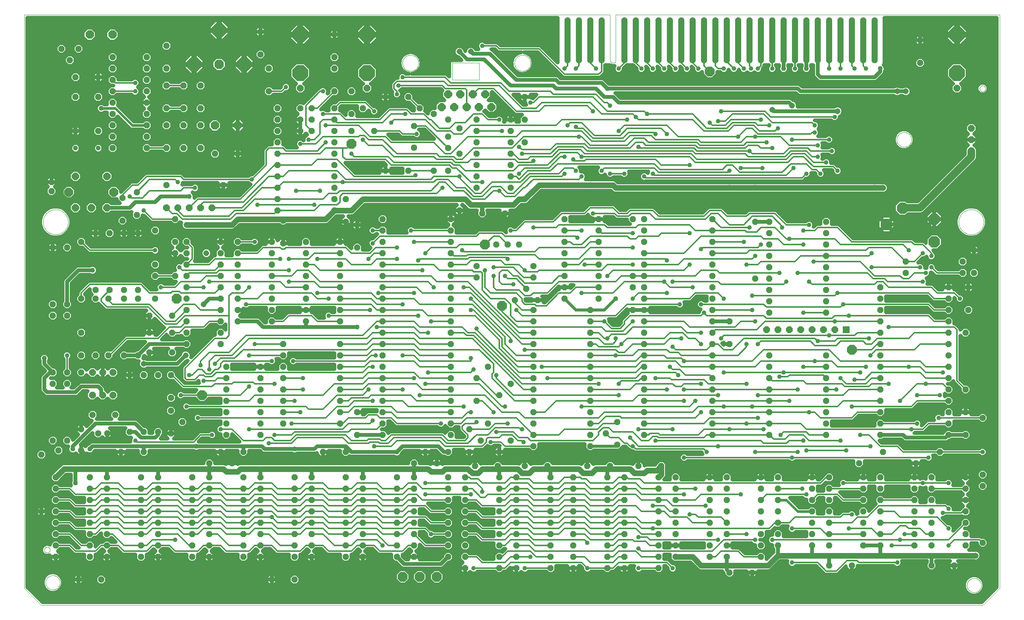
<source format=gtl>
G75*
%MOIN*%
%OFA0B0*%
%FSLAX25Y25*%
%IPPOS*%
%LPD*%
%AMOC8*
5,1,8,0,0,1.08239X$1,22.5*
%
%ADD10C,0.00000*%
%ADD11OC8,0.10000*%
%ADD12OC8,0.05200*%
%ADD13C,0.02000*%
%ADD14OC8,0.07500*%
%ADD15OC8,0.03969*%
%ADD16OC8,0.06000*%
%ADD17OC8,0.06496*%
%ADD18OC8,0.07677*%
%ADD19OC8,0.07050*%
%ADD20C,0.00100*%
%ADD21OC8,0.05937*%
%ADD22R,0.05937X0.05937*%
%ADD23OC8,0.08500*%
%ADD24C,0.04500*%
%ADD25OC8,0.13843*%
%ADD26OC8,0.08250*%
%ADD27OC8,0.12700*%
%ADD28C,0.03200*%
%ADD29C,0.05150*%
%ADD30C,0.04362*%
%ADD31C,0.01200*%
%ADD32C,0.05000*%
%ADD33C,0.04000*%
%ADD34C,0.02400*%
%ADD35C,0.02800*%
%ADD36C,0.03969*%
%ADD37C,0.06600*%
D10*
X0022600Y0007600D02*
X0007600Y0022600D01*
X0007600Y0527600D01*
X0480100Y0527600D01*
X0522600Y0527600D01*
X0522600Y0487600D01*
X0525100Y0485100D02*
X0525198Y0485102D01*
X0525296Y0485108D01*
X0525394Y0485117D01*
X0525491Y0485131D01*
X0525588Y0485148D01*
X0525684Y0485169D01*
X0525779Y0485194D01*
X0525873Y0485222D01*
X0525965Y0485255D01*
X0526057Y0485290D01*
X0526147Y0485330D01*
X0526235Y0485372D01*
X0526322Y0485419D01*
X0526406Y0485468D01*
X0526489Y0485521D01*
X0526569Y0485577D01*
X0526648Y0485637D01*
X0526724Y0485699D01*
X0526797Y0485764D01*
X0526868Y0485832D01*
X0526936Y0485903D01*
X0527001Y0485976D01*
X0527063Y0486052D01*
X0527123Y0486131D01*
X0527179Y0486211D01*
X0527232Y0486294D01*
X0527281Y0486378D01*
X0527328Y0486465D01*
X0527370Y0486553D01*
X0527410Y0486643D01*
X0527445Y0486735D01*
X0527478Y0486827D01*
X0527506Y0486921D01*
X0527531Y0487016D01*
X0527552Y0487112D01*
X0527569Y0487209D01*
X0527583Y0487306D01*
X0527592Y0487404D01*
X0527598Y0487502D01*
X0527600Y0487600D01*
X0527600Y0527600D01*
X0760100Y0527600D01*
X0865100Y0527600D01*
X0865100Y0022600D01*
X0850100Y0007600D01*
X0022600Y0007600D01*
X0026301Y0027600D02*
X0026303Y0027758D01*
X0026309Y0027916D01*
X0026319Y0028074D01*
X0026333Y0028232D01*
X0026351Y0028389D01*
X0026372Y0028546D01*
X0026398Y0028702D01*
X0026428Y0028858D01*
X0026461Y0029013D01*
X0026499Y0029166D01*
X0026540Y0029319D01*
X0026585Y0029471D01*
X0026634Y0029622D01*
X0026687Y0029771D01*
X0026743Y0029919D01*
X0026803Y0030065D01*
X0026867Y0030210D01*
X0026935Y0030353D01*
X0027006Y0030495D01*
X0027080Y0030635D01*
X0027158Y0030772D01*
X0027240Y0030908D01*
X0027324Y0031042D01*
X0027413Y0031173D01*
X0027504Y0031302D01*
X0027599Y0031429D01*
X0027696Y0031554D01*
X0027797Y0031676D01*
X0027901Y0031795D01*
X0028008Y0031912D01*
X0028118Y0032026D01*
X0028231Y0032137D01*
X0028346Y0032246D01*
X0028464Y0032351D01*
X0028585Y0032453D01*
X0028708Y0032553D01*
X0028834Y0032649D01*
X0028962Y0032742D01*
X0029092Y0032832D01*
X0029225Y0032918D01*
X0029360Y0033002D01*
X0029496Y0033081D01*
X0029635Y0033158D01*
X0029776Y0033230D01*
X0029918Y0033300D01*
X0030062Y0033365D01*
X0030208Y0033427D01*
X0030355Y0033485D01*
X0030504Y0033540D01*
X0030654Y0033591D01*
X0030805Y0033638D01*
X0030957Y0033681D01*
X0031110Y0033720D01*
X0031265Y0033756D01*
X0031420Y0033787D01*
X0031576Y0033815D01*
X0031732Y0033839D01*
X0031889Y0033859D01*
X0032047Y0033875D01*
X0032204Y0033887D01*
X0032363Y0033895D01*
X0032521Y0033899D01*
X0032679Y0033899D01*
X0032837Y0033895D01*
X0032996Y0033887D01*
X0033153Y0033875D01*
X0033311Y0033859D01*
X0033468Y0033839D01*
X0033624Y0033815D01*
X0033780Y0033787D01*
X0033935Y0033756D01*
X0034090Y0033720D01*
X0034243Y0033681D01*
X0034395Y0033638D01*
X0034546Y0033591D01*
X0034696Y0033540D01*
X0034845Y0033485D01*
X0034992Y0033427D01*
X0035138Y0033365D01*
X0035282Y0033300D01*
X0035424Y0033230D01*
X0035565Y0033158D01*
X0035704Y0033081D01*
X0035840Y0033002D01*
X0035975Y0032918D01*
X0036108Y0032832D01*
X0036238Y0032742D01*
X0036366Y0032649D01*
X0036492Y0032553D01*
X0036615Y0032453D01*
X0036736Y0032351D01*
X0036854Y0032246D01*
X0036969Y0032137D01*
X0037082Y0032026D01*
X0037192Y0031912D01*
X0037299Y0031795D01*
X0037403Y0031676D01*
X0037504Y0031554D01*
X0037601Y0031429D01*
X0037696Y0031302D01*
X0037787Y0031173D01*
X0037876Y0031042D01*
X0037960Y0030908D01*
X0038042Y0030772D01*
X0038120Y0030635D01*
X0038194Y0030495D01*
X0038265Y0030353D01*
X0038333Y0030210D01*
X0038397Y0030065D01*
X0038457Y0029919D01*
X0038513Y0029771D01*
X0038566Y0029622D01*
X0038615Y0029471D01*
X0038660Y0029319D01*
X0038701Y0029166D01*
X0038739Y0029013D01*
X0038772Y0028858D01*
X0038802Y0028702D01*
X0038828Y0028546D01*
X0038849Y0028389D01*
X0038867Y0028232D01*
X0038881Y0028074D01*
X0038891Y0027916D01*
X0038897Y0027758D01*
X0038899Y0027600D01*
X0038897Y0027442D01*
X0038891Y0027284D01*
X0038881Y0027126D01*
X0038867Y0026968D01*
X0038849Y0026811D01*
X0038828Y0026654D01*
X0038802Y0026498D01*
X0038772Y0026342D01*
X0038739Y0026187D01*
X0038701Y0026034D01*
X0038660Y0025881D01*
X0038615Y0025729D01*
X0038566Y0025578D01*
X0038513Y0025429D01*
X0038457Y0025281D01*
X0038397Y0025135D01*
X0038333Y0024990D01*
X0038265Y0024847D01*
X0038194Y0024705D01*
X0038120Y0024565D01*
X0038042Y0024428D01*
X0037960Y0024292D01*
X0037876Y0024158D01*
X0037787Y0024027D01*
X0037696Y0023898D01*
X0037601Y0023771D01*
X0037504Y0023646D01*
X0037403Y0023524D01*
X0037299Y0023405D01*
X0037192Y0023288D01*
X0037082Y0023174D01*
X0036969Y0023063D01*
X0036854Y0022954D01*
X0036736Y0022849D01*
X0036615Y0022747D01*
X0036492Y0022647D01*
X0036366Y0022551D01*
X0036238Y0022458D01*
X0036108Y0022368D01*
X0035975Y0022282D01*
X0035840Y0022198D01*
X0035704Y0022119D01*
X0035565Y0022042D01*
X0035424Y0021970D01*
X0035282Y0021900D01*
X0035138Y0021835D01*
X0034992Y0021773D01*
X0034845Y0021715D01*
X0034696Y0021660D01*
X0034546Y0021609D01*
X0034395Y0021562D01*
X0034243Y0021519D01*
X0034090Y0021480D01*
X0033935Y0021444D01*
X0033780Y0021413D01*
X0033624Y0021385D01*
X0033468Y0021361D01*
X0033311Y0021341D01*
X0033153Y0021325D01*
X0032996Y0021313D01*
X0032837Y0021305D01*
X0032679Y0021301D01*
X0032521Y0021301D01*
X0032363Y0021305D01*
X0032204Y0021313D01*
X0032047Y0021325D01*
X0031889Y0021341D01*
X0031732Y0021361D01*
X0031576Y0021385D01*
X0031420Y0021413D01*
X0031265Y0021444D01*
X0031110Y0021480D01*
X0030957Y0021519D01*
X0030805Y0021562D01*
X0030654Y0021609D01*
X0030504Y0021660D01*
X0030355Y0021715D01*
X0030208Y0021773D01*
X0030062Y0021835D01*
X0029918Y0021900D01*
X0029776Y0021970D01*
X0029635Y0022042D01*
X0029496Y0022119D01*
X0029360Y0022198D01*
X0029225Y0022282D01*
X0029092Y0022368D01*
X0028962Y0022458D01*
X0028834Y0022551D01*
X0028708Y0022647D01*
X0028585Y0022747D01*
X0028464Y0022849D01*
X0028346Y0022954D01*
X0028231Y0023063D01*
X0028118Y0023174D01*
X0028008Y0023288D01*
X0027901Y0023405D01*
X0027797Y0023524D01*
X0027696Y0023646D01*
X0027599Y0023771D01*
X0027504Y0023898D01*
X0027413Y0024027D01*
X0027324Y0024158D01*
X0027240Y0024292D01*
X0027158Y0024428D01*
X0027080Y0024565D01*
X0027006Y0024705D01*
X0026935Y0024847D01*
X0026867Y0024990D01*
X0026803Y0025135D01*
X0026743Y0025281D01*
X0026687Y0025429D01*
X0026634Y0025578D01*
X0026585Y0025729D01*
X0026540Y0025881D01*
X0026499Y0026034D01*
X0026461Y0026187D01*
X0026428Y0026342D01*
X0026398Y0026498D01*
X0026372Y0026654D01*
X0026351Y0026811D01*
X0026333Y0026968D01*
X0026319Y0027126D01*
X0026309Y0027284D01*
X0026303Y0027442D01*
X0026301Y0027600D01*
X0025041Y0056350D02*
X0025043Y0056451D01*
X0025049Y0056552D01*
X0025059Y0056653D01*
X0025073Y0056753D01*
X0025091Y0056852D01*
X0025113Y0056951D01*
X0025138Y0057049D01*
X0025168Y0057146D01*
X0025201Y0057241D01*
X0025238Y0057335D01*
X0025279Y0057428D01*
X0025323Y0057519D01*
X0025371Y0057608D01*
X0025423Y0057695D01*
X0025478Y0057780D01*
X0025536Y0057862D01*
X0025597Y0057943D01*
X0025662Y0058021D01*
X0025729Y0058096D01*
X0025799Y0058168D01*
X0025873Y0058238D01*
X0025949Y0058305D01*
X0026027Y0058369D01*
X0026108Y0058429D01*
X0026191Y0058486D01*
X0026277Y0058540D01*
X0026365Y0058591D01*
X0026454Y0058638D01*
X0026545Y0058682D01*
X0026638Y0058721D01*
X0026733Y0058758D01*
X0026828Y0058790D01*
X0026925Y0058819D01*
X0027024Y0058843D01*
X0027122Y0058864D01*
X0027222Y0058881D01*
X0027322Y0058894D01*
X0027423Y0058903D01*
X0027524Y0058908D01*
X0027625Y0058909D01*
X0027726Y0058906D01*
X0027827Y0058899D01*
X0027928Y0058888D01*
X0028028Y0058873D01*
X0028127Y0058854D01*
X0028226Y0058831D01*
X0028323Y0058805D01*
X0028420Y0058774D01*
X0028515Y0058740D01*
X0028608Y0058702D01*
X0028701Y0058660D01*
X0028791Y0058615D01*
X0028880Y0058566D01*
X0028966Y0058514D01*
X0029050Y0058458D01*
X0029133Y0058399D01*
X0029212Y0058337D01*
X0029290Y0058272D01*
X0029364Y0058204D01*
X0029436Y0058132D01*
X0029505Y0058059D01*
X0029571Y0057982D01*
X0029634Y0057903D01*
X0029694Y0057821D01*
X0029750Y0057737D01*
X0029803Y0057651D01*
X0029853Y0057563D01*
X0029899Y0057473D01*
X0029942Y0057382D01*
X0029981Y0057288D01*
X0030016Y0057193D01*
X0030047Y0057097D01*
X0030075Y0057000D01*
X0030099Y0056902D01*
X0030119Y0056803D01*
X0030135Y0056703D01*
X0030147Y0056602D01*
X0030155Y0056502D01*
X0030159Y0056401D01*
X0030159Y0056299D01*
X0030155Y0056198D01*
X0030147Y0056098D01*
X0030135Y0055997D01*
X0030119Y0055897D01*
X0030099Y0055798D01*
X0030075Y0055700D01*
X0030047Y0055603D01*
X0030016Y0055507D01*
X0029981Y0055412D01*
X0029942Y0055318D01*
X0029899Y0055227D01*
X0029853Y0055137D01*
X0029803Y0055049D01*
X0029750Y0054963D01*
X0029694Y0054879D01*
X0029634Y0054797D01*
X0029571Y0054718D01*
X0029505Y0054641D01*
X0029436Y0054568D01*
X0029364Y0054496D01*
X0029290Y0054428D01*
X0029212Y0054363D01*
X0029133Y0054301D01*
X0029050Y0054242D01*
X0028966Y0054186D01*
X0028879Y0054134D01*
X0028791Y0054085D01*
X0028701Y0054040D01*
X0028608Y0053998D01*
X0028515Y0053960D01*
X0028420Y0053926D01*
X0028323Y0053895D01*
X0028226Y0053869D01*
X0028127Y0053846D01*
X0028028Y0053827D01*
X0027928Y0053812D01*
X0027827Y0053801D01*
X0027726Y0053794D01*
X0027625Y0053791D01*
X0027524Y0053792D01*
X0027423Y0053797D01*
X0027322Y0053806D01*
X0027222Y0053819D01*
X0027122Y0053836D01*
X0027024Y0053857D01*
X0026925Y0053881D01*
X0026828Y0053910D01*
X0026733Y0053942D01*
X0026638Y0053979D01*
X0026545Y0054018D01*
X0026454Y0054062D01*
X0026365Y0054109D01*
X0026277Y0054160D01*
X0026191Y0054214D01*
X0026108Y0054271D01*
X0026027Y0054331D01*
X0025949Y0054395D01*
X0025873Y0054462D01*
X0025799Y0054532D01*
X0025729Y0054604D01*
X0025662Y0054679D01*
X0025597Y0054757D01*
X0025536Y0054838D01*
X0025478Y0054920D01*
X0025423Y0055005D01*
X0025371Y0055092D01*
X0025323Y0055181D01*
X0025279Y0055272D01*
X0025238Y0055365D01*
X0025201Y0055459D01*
X0025168Y0055554D01*
X0025138Y0055651D01*
X0025113Y0055749D01*
X0025091Y0055848D01*
X0025073Y0055947D01*
X0025059Y0056047D01*
X0025049Y0056148D01*
X0025043Y0056249D01*
X0025041Y0056350D01*
X0024100Y0345100D02*
X0024103Y0345370D01*
X0024113Y0345640D01*
X0024130Y0345909D01*
X0024153Y0346178D01*
X0024183Y0346447D01*
X0024219Y0346714D01*
X0024262Y0346981D01*
X0024311Y0347246D01*
X0024367Y0347510D01*
X0024430Y0347773D01*
X0024498Y0348034D01*
X0024574Y0348293D01*
X0024655Y0348550D01*
X0024743Y0348806D01*
X0024837Y0349059D01*
X0024937Y0349310D01*
X0025044Y0349558D01*
X0025156Y0349803D01*
X0025275Y0350046D01*
X0025399Y0350285D01*
X0025529Y0350522D01*
X0025665Y0350755D01*
X0025807Y0350985D01*
X0025954Y0351211D01*
X0026107Y0351434D01*
X0026265Y0351653D01*
X0026428Y0351868D01*
X0026597Y0352078D01*
X0026771Y0352285D01*
X0026950Y0352487D01*
X0027133Y0352685D01*
X0027322Y0352878D01*
X0027515Y0353067D01*
X0027713Y0353250D01*
X0027915Y0353429D01*
X0028122Y0353603D01*
X0028332Y0353772D01*
X0028547Y0353935D01*
X0028766Y0354093D01*
X0028989Y0354246D01*
X0029215Y0354393D01*
X0029445Y0354535D01*
X0029678Y0354671D01*
X0029915Y0354801D01*
X0030154Y0354925D01*
X0030397Y0355044D01*
X0030642Y0355156D01*
X0030890Y0355263D01*
X0031141Y0355363D01*
X0031394Y0355457D01*
X0031650Y0355545D01*
X0031907Y0355626D01*
X0032166Y0355702D01*
X0032427Y0355770D01*
X0032690Y0355833D01*
X0032954Y0355889D01*
X0033219Y0355938D01*
X0033486Y0355981D01*
X0033753Y0356017D01*
X0034022Y0356047D01*
X0034291Y0356070D01*
X0034560Y0356087D01*
X0034830Y0356097D01*
X0035100Y0356100D01*
X0035370Y0356097D01*
X0035640Y0356087D01*
X0035909Y0356070D01*
X0036178Y0356047D01*
X0036447Y0356017D01*
X0036714Y0355981D01*
X0036981Y0355938D01*
X0037246Y0355889D01*
X0037510Y0355833D01*
X0037773Y0355770D01*
X0038034Y0355702D01*
X0038293Y0355626D01*
X0038550Y0355545D01*
X0038806Y0355457D01*
X0039059Y0355363D01*
X0039310Y0355263D01*
X0039558Y0355156D01*
X0039803Y0355044D01*
X0040046Y0354925D01*
X0040285Y0354801D01*
X0040522Y0354671D01*
X0040755Y0354535D01*
X0040985Y0354393D01*
X0041211Y0354246D01*
X0041434Y0354093D01*
X0041653Y0353935D01*
X0041868Y0353772D01*
X0042078Y0353603D01*
X0042285Y0353429D01*
X0042487Y0353250D01*
X0042685Y0353067D01*
X0042878Y0352878D01*
X0043067Y0352685D01*
X0043250Y0352487D01*
X0043429Y0352285D01*
X0043603Y0352078D01*
X0043772Y0351868D01*
X0043935Y0351653D01*
X0044093Y0351434D01*
X0044246Y0351211D01*
X0044393Y0350985D01*
X0044535Y0350755D01*
X0044671Y0350522D01*
X0044801Y0350285D01*
X0044925Y0350046D01*
X0045044Y0349803D01*
X0045156Y0349558D01*
X0045263Y0349310D01*
X0045363Y0349059D01*
X0045457Y0348806D01*
X0045545Y0348550D01*
X0045626Y0348293D01*
X0045702Y0348034D01*
X0045770Y0347773D01*
X0045833Y0347510D01*
X0045889Y0347246D01*
X0045938Y0346981D01*
X0045981Y0346714D01*
X0046017Y0346447D01*
X0046047Y0346178D01*
X0046070Y0345909D01*
X0046087Y0345640D01*
X0046097Y0345370D01*
X0046100Y0345100D01*
X0046097Y0344830D01*
X0046087Y0344560D01*
X0046070Y0344291D01*
X0046047Y0344022D01*
X0046017Y0343753D01*
X0045981Y0343486D01*
X0045938Y0343219D01*
X0045889Y0342954D01*
X0045833Y0342690D01*
X0045770Y0342427D01*
X0045702Y0342166D01*
X0045626Y0341907D01*
X0045545Y0341650D01*
X0045457Y0341394D01*
X0045363Y0341141D01*
X0045263Y0340890D01*
X0045156Y0340642D01*
X0045044Y0340397D01*
X0044925Y0340154D01*
X0044801Y0339915D01*
X0044671Y0339678D01*
X0044535Y0339445D01*
X0044393Y0339215D01*
X0044246Y0338989D01*
X0044093Y0338766D01*
X0043935Y0338547D01*
X0043772Y0338332D01*
X0043603Y0338122D01*
X0043429Y0337915D01*
X0043250Y0337713D01*
X0043067Y0337515D01*
X0042878Y0337322D01*
X0042685Y0337133D01*
X0042487Y0336950D01*
X0042285Y0336771D01*
X0042078Y0336597D01*
X0041868Y0336428D01*
X0041653Y0336265D01*
X0041434Y0336107D01*
X0041211Y0335954D01*
X0040985Y0335807D01*
X0040755Y0335665D01*
X0040522Y0335529D01*
X0040285Y0335399D01*
X0040046Y0335275D01*
X0039803Y0335156D01*
X0039558Y0335044D01*
X0039310Y0334937D01*
X0039059Y0334837D01*
X0038806Y0334743D01*
X0038550Y0334655D01*
X0038293Y0334574D01*
X0038034Y0334498D01*
X0037773Y0334430D01*
X0037510Y0334367D01*
X0037246Y0334311D01*
X0036981Y0334262D01*
X0036714Y0334219D01*
X0036447Y0334183D01*
X0036178Y0334153D01*
X0035909Y0334130D01*
X0035640Y0334113D01*
X0035370Y0334103D01*
X0035100Y0334100D01*
X0034830Y0334103D01*
X0034560Y0334113D01*
X0034291Y0334130D01*
X0034022Y0334153D01*
X0033753Y0334183D01*
X0033486Y0334219D01*
X0033219Y0334262D01*
X0032954Y0334311D01*
X0032690Y0334367D01*
X0032427Y0334430D01*
X0032166Y0334498D01*
X0031907Y0334574D01*
X0031650Y0334655D01*
X0031394Y0334743D01*
X0031141Y0334837D01*
X0030890Y0334937D01*
X0030642Y0335044D01*
X0030397Y0335156D01*
X0030154Y0335275D01*
X0029915Y0335399D01*
X0029678Y0335529D01*
X0029445Y0335665D01*
X0029215Y0335807D01*
X0028989Y0335954D01*
X0028766Y0336107D01*
X0028547Y0336265D01*
X0028332Y0336428D01*
X0028122Y0336597D01*
X0027915Y0336771D01*
X0027713Y0336950D01*
X0027515Y0337133D01*
X0027322Y0337322D01*
X0027133Y0337515D01*
X0026950Y0337713D01*
X0026771Y0337915D01*
X0026597Y0338122D01*
X0026428Y0338332D01*
X0026265Y0338547D01*
X0026107Y0338766D01*
X0025954Y0338989D01*
X0025807Y0339215D01*
X0025665Y0339445D01*
X0025529Y0339678D01*
X0025399Y0339915D01*
X0025275Y0340154D01*
X0025156Y0340397D01*
X0025044Y0340642D01*
X0024937Y0340890D01*
X0024837Y0341141D01*
X0024743Y0341394D01*
X0024655Y0341650D01*
X0024574Y0341907D01*
X0024498Y0342166D01*
X0024430Y0342427D01*
X0024367Y0342690D01*
X0024311Y0342954D01*
X0024262Y0343219D01*
X0024219Y0343486D01*
X0024183Y0343753D01*
X0024153Y0344022D01*
X0024130Y0344291D01*
X0024113Y0344560D01*
X0024103Y0344830D01*
X0024100Y0345100D01*
X0383850Y0470100D02*
X0383850Y0485100D01*
X0407600Y0485100D01*
X0407600Y0470100D01*
X0383850Y0470100D01*
X0522600Y0487600D02*
X0522602Y0487502D01*
X0522608Y0487404D01*
X0522617Y0487306D01*
X0522631Y0487209D01*
X0522648Y0487112D01*
X0522669Y0487016D01*
X0522694Y0486921D01*
X0522722Y0486827D01*
X0522755Y0486735D01*
X0522790Y0486643D01*
X0522830Y0486553D01*
X0522872Y0486465D01*
X0522919Y0486378D01*
X0522968Y0486294D01*
X0523021Y0486211D01*
X0523077Y0486131D01*
X0523137Y0486052D01*
X0523199Y0485976D01*
X0523264Y0485903D01*
X0523332Y0485832D01*
X0523403Y0485764D01*
X0523476Y0485699D01*
X0523552Y0485637D01*
X0523631Y0485577D01*
X0523711Y0485521D01*
X0523794Y0485468D01*
X0523878Y0485419D01*
X0523965Y0485372D01*
X0524053Y0485330D01*
X0524143Y0485290D01*
X0524235Y0485255D01*
X0524327Y0485222D01*
X0524421Y0485194D01*
X0524516Y0485169D01*
X0524612Y0485148D01*
X0524709Y0485131D01*
X0524806Y0485117D01*
X0524904Y0485108D01*
X0525002Y0485102D01*
X0525100Y0485100D01*
X0774600Y0417600D02*
X0774602Y0417761D01*
X0774608Y0417921D01*
X0774618Y0418082D01*
X0774632Y0418242D01*
X0774650Y0418402D01*
X0774671Y0418561D01*
X0774697Y0418720D01*
X0774727Y0418878D01*
X0774760Y0419035D01*
X0774798Y0419192D01*
X0774839Y0419347D01*
X0774884Y0419501D01*
X0774933Y0419654D01*
X0774986Y0419806D01*
X0775042Y0419957D01*
X0775103Y0420106D01*
X0775166Y0420254D01*
X0775234Y0420400D01*
X0775305Y0420544D01*
X0775379Y0420686D01*
X0775457Y0420827D01*
X0775539Y0420965D01*
X0775624Y0421102D01*
X0775712Y0421236D01*
X0775804Y0421368D01*
X0775899Y0421498D01*
X0775997Y0421626D01*
X0776098Y0421751D01*
X0776202Y0421873D01*
X0776309Y0421993D01*
X0776419Y0422110D01*
X0776532Y0422225D01*
X0776648Y0422336D01*
X0776767Y0422445D01*
X0776888Y0422550D01*
X0777012Y0422653D01*
X0777138Y0422753D01*
X0777266Y0422849D01*
X0777397Y0422942D01*
X0777531Y0423032D01*
X0777666Y0423119D01*
X0777804Y0423202D01*
X0777943Y0423282D01*
X0778085Y0423358D01*
X0778228Y0423431D01*
X0778373Y0423500D01*
X0778520Y0423566D01*
X0778668Y0423628D01*
X0778818Y0423686D01*
X0778969Y0423741D01*
X0779122Y0423792D01*
X0779276Y0423839D01*
X0779431Y0423882D01*
X0779587Y0423921D01*
X0779743Y0423957D01*
X0779901Y0423988D01*
X0780059Y0424016D01*
X0780218Y0424040D01*
X0780378Y0424060D01*
X0780538Y0424076D01*
X0780698Y0424088D01*
X0780859Y0424096D01*
X0781020Y0424100D01*
X0781180Y0424100D01*
X0781341Y0424096D01*
X0781502Y0424088D01*
X0781662Y0424076D01*
X0781822Y0424060D01*
X0781982Y0424040D01*
X0782141Y0424016D01*
X0782299Y0423988D01*
X0782457Y0423957D01*
X0782613Y0423921D01*
X0782769Y0423882D01*
X0782924Y0423839D01*
X0783078Y0423792D01*
X0783231Y0423741D01*
X0783382Y0423686D01*
X0783532Y0423628D01*
X0783680Y0423566D01*
X0783827Y0423500D01*
X0783972Y0423431D01*
X0784115Y0423358D01*
X0784257Y0423282D01*
X0784396Y0423202D01*
X0784534Y0423119D01*
X0784669Y0423032D01*
X0784803Y0422942D01*
X0784934Y0422849D01*
X0785062Y0422753D01*
X0785188Y0422653D01*
X0785312Y0422550D01*
X0785433Y0422445D01*
X0785552Y0422336D01*
X0785668Y0422225D01*
X0785781Y0422110D01*
X0785891Y0421993D01*
X0785998Y0421873D01*
X0786102Y0421751D01*
X0786203Y0421626D01*
X0786301Y0421498D01*
X0786396Y0421368D01*
X0786488Y0421236D01*
X0786576Y0421102D01*
X0786661Y0420965D01*
X0786743Y0420827D01*
X0786821Y0420686D01*
X0786895Y0420544D01*
X0786966Y0420400D01*
X0787034Y0420254D01*
X0787097Y0420106D01*
X0787158Y0419957D01*
X0787214Y0419806D01*
X0787267Y0419654D01*
X0787316Y0419501D01*
X0787361Y0419347D01*
X0787402Y0419192D01*
X0787440Y0419035D01*
X0787473Y0418878D01*
X0787503Y0418720D01*
X0787529Y0418561D01*
X0787550Y0418402D01*
X0787568Y0418242D01*
X0787582Y0418082D01*
X0787592Y0417921D01*
X0787598Y0417761D01*
X0787600Y0417600D01*
X0787598Y0417439D01*
X0787592Y0417279D01*
X0787582Y0417118D01*
X0787568Y0416958D01*
X0787550Y0416798D01*
X0787529Y0416639D01*
X0787503Y0416480D01*
X0787473Y0416322D01*
X0787440Y0416165D01*
X0787402Y0416008D01*
X0787361Y0415853D01*
X0787316Y0415699D01*
X0787267Y0415546D01*
X0787214Y0415394D01*
X0787158Y0415243D01*
X0787097Y0415094D01*
X0787034Y0414946D01*
X0786966Y0414800D01*
X0786895Y0414656D01*
X0786821Y0414514D01*
X0786743Y0414373D01*
X0786661Y0414235D01*
X0786576Y0414098D01*
X0786488Y0413964D01*
X0786396Y0413832D01*
X0786301Y0413702D01*
X0786203Y0413574D01*
X0786102Y0413449D01*
X0785998Y0413327D01*
X0785891Y0413207D01*
X0785781Y0413090D01*
X0785668Y0412975D01*
X0785552Y0412864D01*
X0785433Y0412755D01*
X0785312Y0412650D01*
X0785188Y0412547D01*
X0785062Y0412447D01*
X0784934Y0412351D01*
X0784803Y0412258D01*
X0784669Y0412168D01*
X0784534Y0412081D01*
X0784396Y0411998D01*
X0784257Y0411918D01*
X0784115Y0411842D01*
X0783972Y0411769D01*
X0783827Y0411700D01*
X0783680Y0411634D01*
X0783532Y0411572D01*
X0783382Y0411514D01*
X0783231Y0411459D01*
X0783078Y0411408D01*
X0782924Y0411361D01*
X0782769Y0411318D01*
X0782613Y0411279D01*
X0782457Y0411243D01*
X0782299Y0411212D01*
X0782141Y0411184D01*
X0781982Y0411160D01*
X0781822Y0411140D01*
X0781662Y0411124D01*
X0781502Y0411112D01*
X0781341Y0411104D01*
X0781180Y0411100D01*
X0781020Y0411100D01*
X0780859Y0411104D01*
X0780698Y0411112D01*
X0780538Y0411124D01*
X0780378Y0411140D01*
X0780218Y0411160D01*
X0780059Y0411184D01*
X0779901Y0411212D01*
X0779743Y0411243D01*
X0779587Y0411279D01*
X0779431Y0411318D01*
X0779276Y0411361D01*
X0779122Y0411408D01*
X0778969Y0411459D01*
X0778818Y0411514D01*
X0778668Y0411572D01*
X0778520Y0411634D01*
X0778373Y0411700D01*
X0778228Y0411769D01*
X0778085Y0411842D01*
X0777943Y0411918D01*
X0777804Y0411998D01*
X0777666Y0412081D01*
X0777531Y0412168D01*
X0777397Y0412258D01*
X0777266Y0412351D01*
X0777138Y0412447D01*
X0777012Y0412547D01*
X0776888Y0412650D01*
X0776767Y0412755D01*
X0776648Y0412864D01*
X0776532Y0412975D01*
X0776419Y0413090D01*
X0776309Y0413207D01*
X0776202Y0413327D01*
X0776098Y0413449D01*
X0775997Y0413574D01*
X0775899Y0413702D01*
X0775804Y0413832D01*
X0775712Y0413964D01*
X0775624Y0414098D01*
X0775539Y0414235D01*
X0775457Y0414373D01*
X0775379Y0414514D01*
X0775305Y0414656D01*
X0775234Y0414800D01*
X0775166Y0414946D01*
X0775103Y0415094D01*
X0775042Y0415243D01*
X0774986Y0415394D01*
X0774933Y0415546D01*
X0774884Y0415699D01*
X0774839Y0415853D01*
X0774798Y0416008D01*
X0774760Y0416165D01*
X0774727Y0416322D01*
X0774697Y0416480D01*
X0774671Y0416639D01*
X0774650Y0416798D01*
X0774632Y0416958D01*
X0774618Y0417118D01*
X0774608Y0417279D01*
X0774602Y0417439D01*
X0774600Y0417600D01*
X0847541Y0462600D02*
X0847543Y0462701D01*
X0847549Y0462802D01*
X0847559Y0462903D01*
X0847573Y0463003D01*
X0847591Y0463102D01*
X0847613Y0463201D01*
X0847638Y0463299D01*
X0847668Y0463396D01*
X0847701Y0463491D01*
X0847738Y0463585D01*
X0847779Y0463678D01*
X0847823Y0463769D01*
X0847871Y0463858D01*
X0847923Y0463945D01*
X0847978Y0464030D01*
X0848036Y0464112D01*
X0848097Y0464193D01*
X0848162Y0464271D01*
X0848229Y0464346D01*
X0848299Y0464418D01*
X0848373Y0464488D01*
X0848449Y0464555D01*
X0848527Y0464619D01*
X0848608Y0464679D01*
X0848691Y0464736D01*
X0848777Y0464790D01*
X0848865Y0464841D01*
X0848954Y0464888D01*
X0849045Y0464932D01*
X0849138Y0464971D01*
X0849233Y0465008D01*
X0849328Y0465040D01*
X0849425Y0465069D01*
X0849524Y0465093D01*
X0849622Y0465114D01*
X0849722Y0465131D01*
X0849822Y0465144D01*
X0849923Y0465153D01*
X0850024Y0465158D01*
X0850125Y0465159D01*
X0850226Y0465156D01*
X0850327Y0465149D01*
X0850428Y0465138D01*
X0850528Y0465123D01*
X0850627Y0465104D01*
X0850726Y0465081D01*
X0850823Y0465055D01*
X0850920Y0465024D01*
X0851015Y0464990D01*
X0851108Y0464952D01*
X0851201Y0464910D01*
X0851291Y0464865D01*
X0851380Y0464816D01*
X0851466Y0464764D01*
X0851550Y0464708D01*
X0851633Y0464649D01*
X0851712Y0464587D01*
X0851790Y0464522D01*
X0851864Y0464454D01*
X0851936Y0464382D01*
X0852005Y0464309D01*
X0852071Y0464232D01*
X0852134Y0464153D01*
X0852194Y0464071D01*
X0852250Y0463987D01*
X0852303Y0463901D01*
X0852353Y0463813D01*
X0852399Y0463723D01*
X0852442Y0463632D01*
X0852481Y0463538D01*
X0852516Y0463443D01*
X0852547Y0463347D01*
X0852575Y0463250D01*
X0852599Y0463152D01*
X0852619Y0463053D01*
X0852635Y0462953D01*
X0852647Y0462852D01*
X0852655Y0462752D01*
X0852659Y0462651D01*
X0852659Y0462549D01*
X0852655Y0462448D01*
X0852647Y0462348D01*
X0852635Y0462247D01*
X0852619Y0462147D01*
X0852599Y0462048D01*
X0852575Y0461950D01*
X0852547Y0461853D01*
X0852516Y0461757D01*
X0852481Y0461662D01*
X0852442Y0461568D01*
X0852399Y0461477D01*
X0852353Y0461387D01*
X0852303Y0461299D01*
X0852250Y0461213D01*
X0852194Y0461129D01*
X0852134Y0461047D01*
X0852071Y0460968D01*
X0852005Y0460891D01*
X0851936Y0460818D01*
X0851864Y0460746D01*
X0851790Y0460678D01*
X0851712Y0460613D01*
X0851633Y0460551D01*
X0851550Y0460492D01*
X0851466Y0460436D01*
X0851379Y0460384D01*
X0851291Y0460335D01*
X0851201Y0460290D01*
X0851108Y0460248D01*
X0851015Y0460210D01*
X0850920Y0460176D01*
X0850823Y0460145D01*
X0850726Y0460119D01*
X0850627Y0460096D01*
X0850528Y0460077D01*
X0850428Y0460062D01*
X0850327Y0460051D01*
X0850226Y0460044D01*
X0850125Y0460041D01*
X0850024Y0460042D01*
X0849923Y0460047D01*
X0849822Y0460056D01*
X0849722Y0460069D01*
X0849622Y0460086D01*
X0849524Y0460107D01*
X0849425Y0460131D01*
X0849328Y0460160D01*
X0849233Y0460192D01*
X0849138Y0460229D01*
X0849045Y0460268D01*
X0848954Y0460312D01*
X0848865Y0460359D01*
X0848777Y0460410D01*
X0848691Y0460464D01*
X0848608Y0460521D01*
X0848527Y0460581D01*
X0848449Y0460645D01*
X0848373Y0460712D01*
X0848299Y0460782D01*
X0848229Y0460854D01*
X0848162Y0460929D01*
X0848097Y0461007D01*
X0848036Y0461088D01*
X0847978Y0461170D01*
X0847923Y0461255D01*
X0847871Y0461342D01*
X0847823Y0461431D01*
X0847779Y0461522D01*
X0847738Y0461615D01*
X0847701Y0461709D01*
X0847668Y0461804D01*
X0847638Y0461901D01*
X0847613Y0461999D01*
X0847591Y0462098D01*
X0847573Y0462197D01*
X0847559Y0462297D01*
X0847549Y0462398D01*
X0847543Y0462499D01*
X0847541Y0462600D01*
X0829100Y0345100D02*
X0829103Y0345370D01*
X0829113Y0345640D01*
X0829130Y0345909D01*
X0829153Y0346178D01*
X0829183Y0346447D01*
X0829219Y0346714D01*
X0829262Y0346981D01*
X0829311Y0347246D01*
X0829367Y0347510D01*
X0829430Y0347773D01*
X0829498Y0348034D01*
X0829574Y0348293D01*
X0829655Y0348550D01*
X0829743Y0348806D01*
X0829837Y0349059D01*
X0829937Y0349310D01*
X0830044Y0349558D01*
X0830156Y0349803D01*
X0830275Y0350046D01*
X0830399Y0350285D01*
X0830529Y0350522D01*
X0830665Y0350755D01*
X0830807Y0350985D01*
X0830954Y0351211D01*
X0831107Y0351434D01*
X0831265Y0351653D01*
X0831428Y0351868D01*
X0831597Y0352078D01*
X0831771Y0352285D01*
X0831950Y0352487D01*
X0832133Y0352685D01*
X0832322Y0352878D01*
X0832515Y0353067D01*
X0832713Y0353250D01*
X0832915Y0353429D01*
X0833122Y0353603D01*
X0833332Y0353772D01*
X0833547Y0353935D01*
X0833766Y0354093D01*
X0833989Y0354246D01*
X0834215Y0354393D01*
X0834445Y0354535D01*
X0834678Y0354671D01*
X0834915Y0354801D01*
X0835154Y0354925D01*
X0835397Y0355044D01*
X0835642Y0355156D01*
X0835890Y0355263D01*
X0836141Y0355363D01*
X0836394Y0355457D01*
X0836650Y0355545D01*
X0836907Y0355626D01*
X0837166Y0355702D01*
X0837427Y0355770D01*
X0837690Y0355833D01*
X0837954Y0355889D01*
X0838219Y0355938D01*
X0838486Y0355981D01*
X0838753Y0356017D01*
X0839022Y0356047D01*
X0839291Y0356070D01*
X0839560Y0356087D01*
X0839830Y0356097D01*
X0840100Y0356100D01*
X0840370Y0356097D01*
X0840640Y0356087D01*
X0840909Y0356070D01*
X0841178Y0356047D01*
X0841447Y0356017D01*
X0841714Y0355981D01*
X0841981Y0355938D01*
X0842246Y0355889D01*
X0842510Y0355833D01*
X0842773Y0355770D01*
X0843034Y0355702D01*
X0843293Y0355626D01*
X0843550Y0355545D01*
X0843806Y0355457D01*
X0844059Y0355363D01*
X0844310Y0355263D01*
X0844558Y0355156D01*
X0844803Y0355044D01*
X0845046Y0354925D01*
X0845285Y0354801D01*
X0845522Y0354671D01*
X0845755Y0354535D01*
X0845985Y0354393D01*
X0846211Y0354246D01*
X0846434Y0354093D01*
X0846653Y0353935D01*
X0846868Y0353772D01*
X0847078Y0353603D01*
X0847285Y0353429D01*
X0847487Y0353250D01*
X0847685Y0353067D01*
X0847878Y0352878D01*
X0848067Y0352685D01*
X0848250Y0352487D01*
X0848429Y0352285D01*
X0848603Y0352078D01*
X0848772Y0351868D01*
X0848935Y0351653D01*
X0849093Y0351434D01*
X0849246Y0351211D01*
X0849393Y0350985D01*
X0849535Y0350755D01*
X0849671Y0350522D01*
X0849801Y0350285D01*
X0849925Y0350046D01*
X0850044Y0349803D01*
X0850156Y0349558D01*
X0850263Y0349310D01*
X0850363Y0349059D01*
X0850457Y0348806D01*
X0850545Y0348550D01*
X0850626Y0348293D01*
X0850702Y0348034D01*
X0850770Y0347773D01*
X0850833Y0347510D01*
X0850889Y0347246D01*
X0850938Y0346981D01*
X0850981Y0346714D01*
X0851017Y0346447D01*
X0851047Y0346178D01*
X0851070Y0345909D01*
X0851087Y0345640D01*
X0851097Y0345370D01*
X0851100Y0345100D01*
X0851097Y0344830D01*
X0851087Y0344560D01*
X0851070Y0344291D01*
X0851047Y0344022D01*
X0851017Y0343753D01*
X0850981Y0343486D01*
X0850938Y0343219D01*
X0850889Y0342954D01*
X0850833Y0342690D01*
X0850770Y0342427D01*
X0850702Y0342166D01*
X0850626Y0341907D01*
X0850545Y0341650D01*
X0850457Y0341394D01*
X0850363Y0341141D01*
X0850263Y0340890D01*
X0850156Y0340642D01*
X0850044Y0340397D01*
X0849925Y0340154D01*
X0849801Y0339915D01*
X0849671Y0339678D01*
X0849535Y0339445D01*
X0849393Y0339215D01*
X0849246Y0338989D01*
X0849093Y0338766D01*
X0848935Y0338547D01*
X0848772Y0338332D01*
X0848603Y0338122D01*
X0848429Y0337915D01*
X0848250Y0337713D01*
X0848067Y0337515D01*
X0847878Y0337322D01*
X0847685Y0337133D01*
X0847487Y0336950D01*
X0847285Y0336771D01*
X0847078Y0336597D01*
X0846868Y0336428D01*
X0846653Y0336265D01*
X0846434Y0336107D01*
X0846211Y0335954D01*
X0845985Y0335807D01*
X0845755Y0335665D01*
X0845522Y0335529D01*
X0845285Y0335399D01*
X0845046Y0335275D01*
X0844803Y0335156D01*
X0844558Y0335044D01*
X0844310Y0334937D01*
X0844059Y0334837D01*
X0843806Y0334743D01*
X0843550Y0334655D01*
X0843293Y0334574D01*
X0843034Y0334498D01*
X0842773Y0334430D01*
X0842510Y0334367D01*
X0842246Y0334311D01*
X0841981Y0334262D01*
X0841714Y0334219D01*
X0841447Y0334183D01*
X0841178Y0334153D01*
X0840909Y0334130D01*
X0840640Y0334113D01*
X0840370Y0334103D01*
X0840100Y0334100D01*
X0839830Y0334103D01*
X0839560Y0334113D01*
X0839291Y0334130D01*
X0839022Y0334153D01*
X0838753Y0334183D01*
X0838486Y0334219D01*
X0838219Y0334262D01*
X0837954Y0334311D01*
X0837690Y0334367D01*
X0837427Y0334430D01*
X0837166Y0334498D01*
X0836907Y0334574D01*
X0836650Y0334655D01*
X0836394Y0334743D01*
X0836141Y0334837D01*
X0835890Y0334937D01*
X0835642Y0335044D01*
X0835397Y0335156D01*
X0835154Y0335275D01*
X0834915Y0335399D01*
X0834678Y0335529D01*
X0834445Y0335665D01*
X0834215Y0335807D01*
X0833989Y0335954D01*
X0833766Y0336107D01*
X0833547Y0336265D01*
X0833332Y0336428D01*
X0833122Y0336597D01*
X0832915Y0336771D01*
X0832713Y0336950D01*
X0832515Y0337133D01*
X0832322Y0337322D01*
X0832133Y0337515D01*
X0831950Y0337713D01*
X0831771Y0337915D01*
X0831597Y0338122D01*
X0831428Y0338332D01*
X0831265Y0338547D01*
X0831107Y0338766D01*
X0830954Y0338989D01*
X0830807Y0339215D01*
X0830665Y0339445D01*
X0830529Y0339678D01*
X0830399Y0339915D01*
X0830275Y0340154D01*
X0830156Y0340397D01*
X0830044Y0340642D01*
X0829937Y0340890D01*
X0829837Y0341141D01*
X0829743Y0341394D01*
X0829655Y0341650D01*
X0829574Y0341907D01*
X0829498Y0342166D01*
X0829430Y0342427D01*
X0829367Y0342690D01*
X0829311Y0342954D01*
X0829262Y0343219D01*
X0829219Y0343486D01*
X0829183Y0343753D01*
X0829153Y0344022D01*
X0829130Y0344291D01*
X0829113Y0344560D01*
X0829103Y0344830D01*
X0829100Y0345100D01*
X0836301Y0025100D02*
X0836303Y0025258D01*
X0836309Y0025416D01*
X0836319Y0025574D01*
X0836333Y0025732D01*
X0836351Y0025889D01*
X0836372Y0026046D01*
X0836398Y0026202D01*
X0836428Y0026358D01*
X0836461Y0026513D01*
X0836499Y0026666D01*
X0836540Y0026819D01*
X0836585Y0026971D01*
X0836634Y0027122D01*
X0836687Y0027271D01*
X0836743Y0027419D01*
X0836803Y0027565D01*
X0836867Y0027710D01*
X0836935Y0027853D01*
X0837006Y0027995D01*
X0837080Y0028135D01*
X0837158Y0028272D01*
X0837240Y0028408D01*
X0837324Y0028542D01*
X0837413Y0028673D01*
X0837504Y0028802D01*
X0837599Y0028929D01*
X0837696Y0029054D01*
X0837797Y0029176D01*
X0837901Y0029295D01*
X0838008Y0029412D01*
X0838118Y0029526D01*
X0838231Y0029637D01*
X0838346Y0029746D01*
X0838464Y0029851D01*
X0838585Y0029953D01*
X0838708Y0030053D01*
X0838834Y0030149D01*
X0838962Y0030242D01*
X0839092Y0030332D01*
X0839225Y0030418D01*
X0839360Y0030502D01*
X0839496Y0030581D01*
X0839635Y0030658D01*
X0839776Y0030730D01*
X0839918Y0030800D01*
X0840062Y0030865D01*
X0840208Y0030927D01*
X0840355Y0030985D01*
X0840504Y0031040D01*
X0840654Y0031091D01*
X0840805Y0031138D01*
X0840957Y0031181D01*
X0841110Y0031220D01*
X0841265Y0031256D01*
X0841420Y0031287D01*
X0841576Y0031315D01*
X0841732Y0031339D01*
X0841889Y0031359D01*
X0842047Y0031375D01*
X0842204Y0031387D01*
X0842363Y0031395D01*
X0842521Y0031399D01*
X0842679Y0031399D01*
X0842837Y0031395D01*
X0842996Y0031387D01*
X0843153Y0031375D01*
X0843311Y0031359D01*
X0843468Y0031339D01*
X0843624Y0031315D01*
X0843780Y0031287D01*
X0843935Y0031256D01*
X0844090Y0031220D01*
X0844243Y0031181D01*
X0844395Y0031138D01*
X0844546Y0031091D01*
X0844696Y0031040D01*
X0844845Y0030985D01*
X0844992Y0030927D01*
X0845138Y0030865D01*
X0845282Y0030800D01*
X0845424Y0030730D01*
X0845565Y0030658D01*
X0845704Y0030581D01*
X0845840Y0030502D01*
X0845975Y0030418D01*
X0846108Y0030332D01*
X0846238Y0030242D01*
X0846366Y0030149D01*
X0846492Y0030053D01*
X0846615Y0029953D01*
X0846736Y0029851D01*
X0846854Y0029746D01*
X0846969Y0029637D01*
X0847082Y0029526D01*
X0847192Y0029412D01*
X0847299Y0029295D01*
X0847403Y0029176D01*
X0847504Y0029054D01*
X0847601Y0028929D01*
X0847696Y0028802D01*
X0847787Y0028673D01*
X0847876Y0028542D01*
X0847960Y0028408D01*
X0848042Y0028272D01*
X0848120Y0028135D01*
X0848194Y0027995D01*
X0848265Y0027853D01*
X0848333Y0027710D01*
X0848397Y0027565D01*
X0848457Y0027419D01*
X0848513Y0027271D01*
X0848566Y0027122D01*
X0848615Y0026971D01*
X0848660Y0026819D01*
X0848701Y0026666D01*
X0848739Y0026513D01*
X0848772Y0026358D01*
X0848802Y0026202D01*
X0848828Y0026046D01*
X0848849Y0025889D01*
X0848867Y0025732D01*
X0848881Y0025574D01*
X0848891Y0025416D01*
X0848897Y0025258D01*
X0848899Y0025100D01*
X0848897Y0024942D01*
X0848891Y0024784D01*
X0848881Y0024626D01*
X0848867Y0024468D01*
X0848849Y0024311D01*
X0848828Y0024154D01*
X0848802Y0023998D01*
X0848772Y0023842D01*
X0848739Y0023687D01*
X0848701Y0023534D01*
X0848660Y0023381D01*
X0848615Y0023229D01*
X0848566Y0023078D01*
X0848513Y0022929D01*
X0848457Y0022781D01*
X0848397Y0022635D01*
X0848333Y0022490D01*
X0848265Y0022347D01*
X0848194Y0022205D01*
X0848120Y0022065D01*
X0848042Y0021928D01*
X0847960Y0021792D01*
X0847876Y0021658D01*
X0847787Y0021527D01*
X0847696Y0021398D01*
X0847601Y0021271D01*
X0847504Y0021146D01*
X0847403Y0021024D01*
X0847299Y0020905D01*
X0847192Y0020788D01*
X0847082Y0020674D01*
X0846969Y0020563D01*
X0846854Y0020454D01*
X0846736Y0020349D01*
X0846615Y0020247D01*
X0846492Y0020147D01*
X0846366Y0020051D01*
X0846238Y0019958D01*
X0846108Y0019868D01*
X0845975Y0019782D01*
X0845840Y0019698D01*
X0845704Y0019619D01*
X0845565Y0019542D01*
X0845424Y0019470D01*
X0845282Y0019400D01*
X0845138Y0019335D01*
X0844992Y0019273D01*
X0844845Y0019215D01*
X0844696Y0019160D01*
X0844546Y0019109D01*
X0844395Y0019062D01*
X0844243Y0019019D01*
X0844090Y0018980D01*
X0843935Y0018944D01*
X0843780Y0018913D01*
X0843624Y0018885D01*
X0843468Y0018861D01*
X0843311Y0018841D01*
X0843153Y0018825D01*
X0842996Y0018813D01*
X0842837Y0018805D01*
X0842679Y0018801D01*
X0842521Y0018801D01*
X0842363Y0018805D01*
X0842204Y0018813D01*
X0842047Y0018825D01*
X0841889Y0018841D01*
X0841732Y0018861D01*
X0841576Y0018885D01*
X0841420Y0018913D01*
X0841265Y0018944D01*
X0841110Y0018980D01*
X0840957Y0019019D01*
X0840805Y0019062D01*
X0840654Y0019109D01*
X0840504Y0019160D01*
X0840355Y0019215D01*
X0840208Y0019273D01*
X0840062Y0019335D01*
X0839918Y0019400D01*
X0839776Y0019470D01*
X0839635Y0019542D01*
X0839496Y0019619D01*
X0839360Y0019698D01*
X0839225Y0019782D01*
X0839092Y0019868D01*
X0838962Y0019958D01*
X0838834Y0020051D01*
X0838708Y0020147D01*
X0838585Y0020247D01*
X0838464Y0020349D01*
X0838346Y0020454D01*
X0838231Y0020563D01*
X0838118Y0020674D01*
X0838008Y0020788D01*
X0837901Y0020905D01*
X0837797Y0021024D01*
X0837696Y0021146D01*
X0837599Y0021271D01*
X0837504Y0021398D01*
X0837413Y0021527D01*
X0837324Y0021658D01*
X0837240Y0021792D01*
X0837158Y0021928D01*
X0837080Y0022065D01*
X0837006Y0022205D01*
X0836935Y0022347D01*
X0836867Y0022490D01*
X0836803Y0022635D01*
X0836743Y0022781D01*
X0836687Y0022929D01*
X0836634Y0023078D01*
X0836585Y0023229D01*
X0836540Y0023381D01*
X0836499Y0023534D01*
X0836461Y0023687D01*
X0836428Y0023842D01*
X0836398Y0023998D01*
X0836372Y0024154D01*
X0836351Y0024311D01*
X0836333Y0024468D01*
X0836319Y0024626D01*
X0836309Y0024784D01*
X0836303Y0024942D01*
X0836301Y0025100D01*
D11*
X0807600Y0327600D03*
X0807600Y0347600D03*
D12*
X0842600Y0320100D03*
X0832600Y0310100D03*
X0832600Y0300100D03*
X0842600Y0300100D03*
X0837600Y0287600D03*
X0820100Y0287600D03*
X0820100Y0277600D03*
X0820100Y0267600D03*
X0820100Y0257600D03*
X0820100Y0247600D03*
X0820100Y0237600D03*
X0820100Y0227600D03*
X0820100Y0217600D03*
X0820100Y0207600D03*
X0820100Y0197600D03*
X0820100Y0187600D03*
X0820100Y0177600D03*
X0820100Y0167600D03*
X0820100Y0157600D03*
X0835100Y0157600D03*
X0850100Y0172600D03*
X0835100Y0177600D03*
X0835100Y0197600D03*
X0760100Y0197600D03*
X0760100Y0187600D03*
X0760100Y0177600D03*
X0760100Y0167600D03*
X0760100Y0157600D03*
X0762600Y0142600D03*
X0741350Y0132600D03*
X0745100Y0120100D03*
X0745100Y0110100D03*
X0745100Y0100100D03*
X0745100Y0090100D03*
X0745100Y0080100D03*
X0745100Y0070100D03*
X0745100Y0060100D03*
X0760100Y0060100D03*
X0760100Y0070100D03*
X0760100Y0080100D03*
X0760100Y0090100D03*
X0760100Y0100100D03*
X0760100Y0110100D03*
X0760100Y0120100D03*
X0790100Y0120100D03*
X0790100Y0110100D03*
X0790100Y0100100D03*
X0790100Y0090100D03*
X0790100Y0080100D03*
X0790100Y0070100D03*
X0790100Y0060100D03*
X0805100Y0060100D03*
X0805100Y0070100D03*
X0805100Y0080100D03*
X0805100Y0090100D03*
X0805100Y0100100D03*
X0805100Y0110100D03*
X0805100Y0120100D03*
X0791350Y0132600D03*
X0812600Y0142600D03*
X0835100Y0120100D03*
X0835100Y0110100D03*
X0835100Y0100100D03*
X0835100Y0090100D03*
X0835100Y0080100D03*
X0835100Y0070100D03*
X0835100Y0060100D03*
X0850100Y0062600D03*
X0825100Y0042600D03*
X0805100Y0042600D03*
X0735100Y0042600D03*
X0715100Y0042600D03*
X0715100Y0060100D03*
X0715100Y0070100D03*
X0700100Y0070100D03*
X0700100Y0060100D03*
X0700100Y0080100D03*
X0715100Y0080100D03*
X0715100Y0090100D03*
X0700100Y0090100D03*
X0700100Y0100100D03*
X0715100Y0100100D03*
X0715100Y0110100D03*
X0700100Y0110100D03*
X0700100Y0120100D03*
X0715100Y0120100D03*
X0670100Y0120100D03*
X0655100Y0120100D03*
X0655100Y0110100D03*
X0670100Y0110100D03*
X0670100Y0100100D03*
X0655100Y0100100D03*
X0655100Y0090100D03*
X0670100Y0090100D03*
X0670100Y0080100D03*
X0655100Y0080100D03*
X0655100Y0070100D03*
X0655100Y0060100D03*
X0670100Y0060100D03*
X0670100Y0070100D03*
X0655100Y0050100D03*
X0647600Y0036350D03*
X0627600Y0036350D03*
X0625100Y0050100D03*
X0625100Y0060100D03*
X0625100Y0070100D03*
X0625100Y0080100D03*
X0625100Y0090100D03*
X0625100Y0100100D03*
X0625100Y0110100D03*
X0625100Y0120100D03*
X0610100Y0120100D03*
X0610100Y0110100D03*
X0610100Y0100100D03*
X0610100Y0090100D03*
X0610100Y0080100D03*
X0610100Y0070100D03*
X0610100Y0060100D03*
X0610100Y0050100D03*
X0580100Y0050100D03*
X0580100Y0060100D03*
X0580100Y0070100D03*
X0580100Y0080100D03*
X0580100Y0090100D03*
X0580100Y0100100D03*
X0580100Y0110100D03*
X0580100Y0120100D03*
X0567600Y0130100D03*
X0565100Y0120100D03*
X0565100Y0110100D03*
X0565100Y0100100D03*
X0565100Y0090100D03*
X0565100Y0080100D03*
X0565100Y0070100D03*
X0565100Y0060100D03*
X0565100Y0050100D03*
X0565100Y0040100D03*
X0535100Y0040100D03*
X0535100Y0050100D03*
X0535100Y0060100D03*
X0535100Y0070100D03*
X0535100Y0080100D03*
X0535100Y0090100D03*
X0535100Y0100100D03*
X0535100Y0110100D03*
X0535100Y0120100D03*
X0547600Y0130100D03*
X0522600Y0130100D03*
X0520100Y0120100D03*
X0520100Y0110100D03*
X0520100Y0100100D03*
X0520100Y0090100D03*
X0520100Y0080100D03*
X0520100Y0070100D03*
X0520100Y0060100D03*
X0520100Y0050100D03*
X0520100Y0040100D03*
X0490100Y0040100D03*
X0490100Y0050100D03*
X0490100Y0060100D03*
X0490100Y0070100D03*
X0490100Y0080100D03*
X0490100Y0090100D03*
X0490100Y0100100D03*
X0490100Y0110100D03*
X0490100Y0120100D03*
X0502600Y0130100D03*
X0505100Y0147600D03*
X0505100Y0157600D03*
X0505100Y0167600D03*
X0505100Y0177600D03*
X0505100Y0187600D03*
X0505100Y0197600D03*
X0505100Y0207600D03*
X0505100Y0217600D03*
X0505100Y0227600D03*
X0505100Y0237600D03*
X0505100Y0247600D03*
X0505100Y0257600D03*
X0505100Y0267600D03*
X0512600Y0277600D03*
X0512600Y0287600D03*
X0512600Y0297600D03*
X0512600Y0307600D03*
X0512600Y0317600D03*
X0512600Y0327600D03*
X0512600Y0337600D03*
X0512600Y0347600D03*
X0482600Y0347600D03*
X0482600Y0337600D03*
X0482600Y0327600D03*
X0482600Y0317600D03*
X0482600Y0307600D03*
X0482600Y0297600D03*
X0482600Y0287600D03*
X0482600Y0277600D03*
X0458850Y0276350D03*
X0455100Y0267600D03*
X0455100Y0257600D03*
X0455100Y0247600D03*
X0455100Y0237600D03*
X0455100Y0227600D03*
X0455100Y0217600D03*
X0455100Y0207600D03*
X0455100Y0197600D03*
X0455100Y0187600D03*
X0455100Y0177600D03*
X0455100Y0167600D03*
X0455100Y0157600D03*
X0455100Y0147600D03*
X0435100Y0152600D03*
X0425100Y0142600D03*
X0408850Y0152600D03*
X0398850Y0162600D03*
X0382600Y0157600D03*
X0382600Y0167600D03*
X0382600Y0177600D03*
X0382600Y0187600D03*
X0382600Y0197600D03*
X0382600Y0207600D03*
X0382600Y0217600D03*
X0382600Y0227600D03*
X0382600Y0237600D03*
X0382600Y0247600D03*
X0382600Y0257600D03*
X0382600Y0267600D03*
X0382600Y0277600D03*
X0382600Y0287600D03*
X0382600Y0297600D03*
X0382600Y0307600D03*
X0382600Y0317600D03*
X0382600Y0327600D03*
X0382600Y0337600D03*
X0382600Y0347600D03*
X0390100Y0355100D03*
X0410100Y0352600D03*
X0430100Y0352600D03*
X0447600Y0365100D03*
X0435100Y0375100D03*
X0435100Y0385100D03*
X0435100Y0395100D03*
X0435100Y0405100D03*
X0435100Y0415100D03*
X0435100Y0425100D03*
X0435100Y0435100D03*
X0447600Y0435100D03*
X0447600Y0455100D03*
X0405100Y0435100D03*
X0405100Y0425100D03*
X0405100Y0415100D03*
X0405100Y0405100D03*
X0405100Y0395100D03*
X0405100Y0385100D03*
X0405100Y0375100D03*
X0380100Y0390100D03*
X0367600Y0390100D03*
X0345100Y0390100D03*
X0325100Y0390100D03*
X0350100Y0410600D03*
X0380100Y0410100D03*
X0390100Y0405100D03*
X0380100Y0420100D03*
X0390100Y0427600D03*
X0380100Y0435100D03*
X0367600Y0440100D03*
X0355100Y0445100D03*
X0345100Y0455100D03*
X0325100Y0455100D03*
X0305100Y0445100D03*
X0295100Y0440100D03*
X0280100Y0435100D03*
X0280100Y0425100D03*
X0295100Y0425100D03*
X0280100Y0415100D03*
X0280100Y0405100D03*
X0280100Y0395100D03*
X0280100Y0385100D03*
X0280100Y0375100D03*
X0280100Y0365100D03*
X0290100Y0365100D03*
X0280100Y0355100D03*
X0290100Y0345100D03*
X0300100Y0342600D03*
X0322600Y0337600D03*
X0322600Y0327600D03*
X0322600Y0317600D03*
X0322600Y0307600D03*
X0322600Y0297600D03*
X0322600Y0287600D03*
X0322600Y0277600D03*
X0322600Y0267600D03*
X0322600Y0257600D03*
X0322600Y0247600D03*
X0322600Y0237600D03*
X0322600Y0227600D03*
X0322600Y0217600D03*
X0322600Y0207600D03*
X0322600Y0197600D03*
X0322600Y0187600D03*
X0322600Y0177600D03*
X0322600Y0167600D03*
X0322600Y0157600D03*
X0300100Y0157600D03*
X0285100Y0167600D03*
X0285100Y0177600D03*
X0285100Y0187600D03*
X0285100Y0197600D03*
X0285100Y0207600D03*
X0285100Y0217600D03*
X0285100Y0227600D03*
X0285100Y0237600D03*
X0285100Y0257600D03*
X0285100Y0267600D03*
X0285100Y0277600D03*
X0285100Y0287600D03*
X0285100Y0297600D03*
X0285100Y0307600D03*
X0285100Y0317600D03*
X0285100Y0327600D03*
X0300100Y0322600D03*
X0322600Y0347600D03*
X0255100Y0327600D03*
X0255100Y0317600D03*
X0255100Y0307600D03*
X0255100Y0297600D03*
X0255100Y0287600D03*
X0255100Y0277600D03*
X0255100Y0267600D03*
X0255100Y0257600D03*
X0235100Y0237600D03*
X0235100Y0227600D03*
X0235100Y0217600D03*
X0235100Y0207600D03*
X0235100Y0197600D03*
X0235100Y0187600D03*
X0235100Y0177600D03*
X0235100Y0167600D03*
X0215100Y0167600D03*
X0215100Y0157600D03*
X0215100Y0177600D03*
X0215100Y0187600D03*
X0215100Y0197600D03*
X0215100Y0207600D03*
X0215100Y0217600D03*
X0185100Y0217600D03*
X0185100Y0207600D03*
X0185100Y0197600D03*
X0185100Y0187600D03*
X0185100Y0177600D03*
X0185100Y0167600D03*
X0185100Y0157600D03*
X0180100Y0142600D03*
X0170100Y0132600D03*
X0170100Y0120100D03*
X0170100Y0110100D03*
X0170100Y0100100D03*
X0170100Y0090100D03*
X0170100Y0080100D03*
X0170100Y0070100D03*
X0170100Y0060100D03*
X0170100Y0050100D03*
X0155100Y0050100D03*
X0155100Y0060100D03*
X0155100Y0070100D03*
X0155100Y0080100D03*
X0155100Y0090100D03*
X0155100Y0100100D03*
X0155100Y0110100D03*
X0155100Y0120100D03*
X0125100Y0120100D03*
X0125100Y0110100D03*
X0125100Y0100100D03*
X0125100Y0090100D03*
X0125100Y0080100D03*
X0125100Y0070100D03*
X0125100Y0060100D03*
X0125100Y0050100D03*
X0110100Y0050100D03*
X0110100Y0060100D03*
X0110100Y0070100D03*
X0110100Y0080100D03*
X0110100Y0090100D03*
X0110100Y0100100D03*
X0110100Y0110100D03*
X0110100Y0120100D03*
X0080100Y0120100D03*
X0080100Y0110100D03*
X0080100Y0100100D03*
X0080100Y0090100D03*
X0080100Y0080100D03*
X0080100Y0070100D03*
X0080100Y0060100D03*
X0080100Y0050100D03*
X0065100Y0050100D03*
X0065100Y0060100D03*
X0065100Y0070100D03*
X0065100Y0080100D03*
X0065100Y0090100D03*
X0065100Y0100100D03*
X0065100Y0110100D03*
X0065100Y0120100D03*
X0035100Y0120100D03*
X0035100Y0110100D03*
X0035100Y0100100D03*
X0035100Y0090100D03*
X0035100Y0080100D03*
X0035100Y0070100D03*
X0035100Y0060100D03*
X0035100Y0050100D03*
X0055100Y0030100D03*
X0075100Y0030100D03*
X0022600Y0090100D03*
X0022600Y0140100D03*
X0037600Y0143850D03*
X0032600Y0152600D03*
X0045100Y0152600D03*
X0057600Y0162600D03*
X0072350Y0158850D03*
X0080350Y0158850D03*
X0100100Y0160100D03*
X0112600Y0160100D03*
X0125100Y0160100D03*
X0136350Y0158850D03*
X0146350Y0168850D03*
X0136350Y0178850D03*
X0136350Y0190100D03*
X0136350Y0210100D03*
X0125100Y0210100D03*
X0112600Y0210100D03*
X0100100Y0210100D03*
X0095100Y0227600D03*
X0081350Y0227600D03*
X0070100Y0227600D03*
X0057600Y0227600D03*
X0057600Y0212600D03*
X0045100Y0212600D03*
X0045100Y0202600D03*
X0032600Y0202600D03*
X0032600Y0212600D03*
X0057600Y0247600D03*
X0045100Y0262600D03*
X0045100Y0272600D03*
X0057600Y0277600D03*
X0070100Y0277600D03*
X0070100Y0285100D03*
X0082600Y0285100D03*
X0081350Y0277600D03*
X0095100Y0277600D03*
X0095100Y0285100D03*
X0107600Y0285100D03*
X0107600Y0277600D03*
X0122600Y0277600D03*
X0117600Y0262600D03*
X0137600Y0262600D03*
X0150100Y0257600D03*
X0150100Y0247600D03*
X0150100Y0237600D03*
X0137600Y0230100D03*
X0117600Y0230100D03*
X0107600Y0227600D03*
X0117600Y0247600D03*
X0137600Y0247600D03*
X0150100Y0267600D03*
X0150100Y0277600D03*
X0150100Y0287600D03*
X0150100Y0297600D03*
X0140100Y0297600D03*
X0150100Y0307600D03*
X0150100Y0317600D03*
X0140100Y0317600D03*
X0140100Y0327600D03*
X0150100Y0327600D03*
X0122600Y0337600D03*
X0107600Y0335100D03*
X0095100Y0335100D03*
X0082600Y0335100D03*
X0070100Y0335100D03*
X0057600Y0327600D03*
X0045100Y0322600D03*
X0032600Y0322600D03*
X0093850Y0346350D03*
X0106350Y0351350D03*
X0093850Y0366350D03*
X0106350Y0371350D03*
X0132600Y0377600D03*
X0140100Y0347600D03*
X0180100Y0327600D03*
X0180100Y0317600D03*
X0180100Y0307600D03*
X0180100Y0297600D03*
X0180100Y0287600D03*
X0180100Y0277600D03*
X0180100Y0267600D03*
X0180100Y0257600D03*
X0180100Y0247600D03*
X0180100Y0237600D03*
X0195100Y0257600D03*
X0195100Y0267600D03*
X0195100Y0277600D03*
X0195100Y0287600D03*
X0195100Y0297600D03*
X0195100Y0307600D03*
X0195100Y0317600D03*
X0195100Y0327600D03*
X0225100Y0327600D03*
X0235100Y0326350D03*
X0225100Y0317600D03*
X0225100Y0307600D03*
X0225100Y0297600D03*
X0225100Y0287600D03*
X0225100Y0277600D03*
X0225100Y0267600D03*
X0225100Y0257600D03*
X0122600Y0297600D03*
X0122600Y0307600D03*
X0032600Y0272600D03*
X0032600Y0262600D03*
X0067600Y0175100D03*
X0087600Y0175100D03*
X0092600Y0142600D03*
X0112600Y0142600D03*
X0057600Y0143850D03*
X0190100Y0132600D03*
X0200100Y0142600D03*
X0200100Y0120100D03*
X0200100Y0110100D03*
X0200100Y0100100D03*
X0200100Y0090100D03*
X0200100Y0080100D03*
X0200100Y0070100D03*
X0200100Y0060100D03*
X0200100Y0050100D03*
X0215100Y0050100D03*
X0215100Y0060100D03*
X0215100Y0070100D03*
X0215100Y0080100D03*
X0215100Y0090100D03*
X0215100Y0100100D03*
X0215100Y0110100D03*
X0215100Y0120100D03*
X0245100Y0120100D03*
X0260100Y0120100D03*
X0260100Y0110100D03*
X0245100Y0110100D03*
X0245100Y0100100D03*
X0260100Y0100100D03*
X0260100Y0090100D03*
X0245100Y0090100D03*
X0245100Y0080100D03*
X0260100Y0080100D03*
X0260100Y0070100D03*
X0260100Y0060100D03*
X0245100Y0060100D03*
X0245100Y0070100D03*
X0245100Y0050100D03*
X0260100Y0050100D03*
X0245100Y0030100D03*
X0225100Y0030100D03*
X0290100Y0050100D03*
X0305100Y0050100D03*
X0305100Y0060100D03*
X0305100Y0070100D03*
X0290100Y0070100D03*
X0290100Y0060100D03*
X0290100Y0080100D03*
X0305100Y0080100D03*
X0305100Y0090100D03*
X0290100Y0090100D03*
X0290100Y0100100D03*
X0305100Y0100100D03*
X0305100Y0110100D03*
X0290100Y0110100D03*
X0290100Y0120100D03*
X0305100Y0120100D03*
X0290100Y0142600D03*
X0270100Y0142600D03*
X0300100Y0177600D03*
X0360100Y0142600D03*
X0350100Y0132600D03*
X0350100Y0120100D03*
X0350100Y0110100D03*
X0350100Y0100100D03*
X0350100Y0090100D03*
X0350100Y0080100D03*
X0350100Y0070100D03*
X0350100Y0060100D03*
X0350100Y0050100D03*
X0335100Y0050100D03*
X0335100Y0060100D03*
X0335100Y0070100D03*
X0335100Y0080100D03*
X0335100Y0090100D03*
X0335100Y0100100D03*
X0335100Y0110100D03*
X0335100Y0120100D03*
X0370100Y0132600D03*
X0380100Y0142600D03*
X0398850Y0142600D03*
X0403850Y0130100D03*
X0395100Y0120100D03*
X0395100Y0110100D03*
X0395100Y0100100D03*
X0395100Y0090100D03*
X0395100Y0080100D03*
X0395100Y0070100D03*
X0395100Y0060100D03*
X0395100Y0050100D03*
X0395100Y0040100D03*
X0380100Y0050100D03*
X0380100Y0060100D03*
X0380100Y0070100D03*
X0380100Y0080100D03*
X0380100Y0090100D03*
X0380100Y0100100D03*
X0380100Y0110100D03*
X0380100Y0120100D03*
X0423850Y0130100D03*
X0425100Y0120100D03*
X0425100Y0110100D03*
X0425100Y0100100D03*
X0425100Y0090100D03*
X0425100Y0080100D03*
X0425100Y0070100D03*
X0425100Y0060100D03*
X0425100Y0050100D03*
X0425100Y0040100D03*
X0440100Y0040100D03*
X0440100Y0050100D03*
X0440100Y0060100D03*
X0440100Y0070100D03*
X0440100Y0080100D03*
X0440100Y0090100D03*
X0440100Y0100100D03*
X0440100Y0110100D03*
X0440100Y0120100D03*
X0447600Y0130100D03*
X0467600Y0130100D03*
X0470100Y0120100D03*
X0470100Y0110100D03*
X0470100Y0100100D03*
X0470100Y0090100D03*
X0470100Y0080100D03*
X0470100Y0070100D03*
X0470100Y0060100D03*
X0470100Y0050100D03*
X0470100Y0040100D03*
X0528850Y0148850D03*
X0518850Y0158850D03*
X0528850Y0168850D03*
X0552600Y0167600D03*
X0552600Y0157600D03*
X0552600Y0177600D03*
X0552600Y0187600D03*
X0552600Y0197600D03*
X0552600Y0207600D03*
X0552600Y0217600D03*
X0552600Y0227600D03*
X0552600Y0237600D03*
X0552600Y0247600D03*
X0552600Y0257600D03*
X0552600Y0267600D03*
X0542600Y0267600D03*
X0552600Y0277600D03*
X0552600Y0287600D03*
X0552600Y0297600D03*
X0542600Y0297600D03*
X0542600Y0287600D03*
X0552600Y0307600D03*
X0552600Y0317600D03*
X0552600Y0327600D03*
X0552600Y0337600D03*
X0552600Y0347600D03*
X0542600Y0347600D03*
X0612600Y0347600D03*
X0612600Y0337600D03*
X0612600Y0327600D03*
X0612600Y0317600D03*
X0612600Y0307600D03*
X0612600Y0297600D03*
X0612600Y0287600D03*
X0612600Y0277600D03*
X0612600Y0267600D03*
X0612600Y0257600D03*
X0627600Y0257600D03*
X0612600Y0247600D03*
X0612600Y0237600D03*
X0627600Y0237600D03*
X0612600Y0227600D03*
X0612600Y0217600D03*
X0612600Y0207600D03*
X0612600Y0197600D03*
X0612600Y0187600D03*
X0612600Y0177600D03*
X0612600Y0167600D03*
X0612600Y0157600D03*
X0662600Y0157600D03*
X0662600Y0167600D03*
X0662600Y0177600D03*
X0662600Y0187600D03*
X0662600Y0197600D03*
X0662600Y0207600D03*
X0662600Y0217600D03*
X0662600Y0227600D03*
X0712600Y0227600D03*
X0712600Y0217600D03*
X0712600Y0207600D03*
X0712600Y0197600D03*
X0712600Y0187600D03*
X0712600Y0177600D03*
X0712600Y0167600D03*
X0712600Y0157600D03*
X0760100Y0207600D03*
X0760100Y0217600D03*
X0760100Y0227600D03*
X0760100Y0237600D03*
X0760100Y0247600D03*
X0760100Y0257600D03*
X0760100Y0267600D03*
X0760100Y0277600D03*
X0760100Y0287600D03*
X0782600Y0300100D03*
X0782600Y0310100D03*
X0837600Y0267600D03*
X0835100Y0247600D03*
X0712600Y0265100D03*
X0712600Y0275100D03*
X0712600Y0285100D03*
X0712600Y0295100D03*
X0712600Y0305100D03*
X0712600Y0315100D03*
X0712600Y0325100D03*
X0712600Y0335100D03*
X0712600Y0345100D03*
X0662600Y0345100D03*
X0650100Y0345100D03*
X0662600Y0335100D03*
X0662600Y0325100D03*
X0662600Y0315100D03*
X0662600Y0305100D03*
X0662600Y0295100D03*
X0650100Y0295100D03*
X0662600Y0285100D03*
X0662600Y0275100D03*
X0662600Y0265100D03*
X0455100Y0296350D03*
X0455100Y0306350D03*
X0442600Y0325100D03*
X0432600Y0325100D03*
X0422600Y0325100D03*
X0405100Y0306350D03*
X0405100Y0296350D03*
X0438850Y0276350D03*
X0448850Y0286350D03*
X0415100Y0217600D03*
X0405100Y0207600D03*
X0425100Y0192600D03*
X0435100Y0202600D03*
X0405100Y0187600D03*
X0415100Y0167600D03*
X0235100Y0346350D03*
X0230100Y0355100D03*
X0230100Y0365100D03*
X0230100Y0375100D03*
X0230100Y0385100D03*
X0230100Y0395100D03*
X0230100Y0405100D03*
X0230100Y0415100D03*
X0230100Y0425100D03*
X0230100Y0435100D03*
X0230100Y0445100D03*
X0222600Y0460100D03*
X0250100Y0445100D03*
X0260100Y0445100D03*
X0260100Y0435100D03*
X0250100Y0435100D03*
X0250100Y0425100D03*
X0260100Y0425100D03*
X0280100Y0445100D03*
X0280100Y0460100D03*
X0295100Y0460100D03*
X0280100Y0480100D03*
X0280100Y0490100D03*
X0280100Y0510100D03*
X0222600Y0480100D03*
X0215100Y0492600D03*
X0215100Y0512600D03*
X0162600Y0465100D03*
X0147600Y0465100D03*
X0132600Y0465100D03*
X0115100Y0460100D03*
X0115100Y0450100D03*
X0115100Y0440100D03*
X0115100Y0430100D03*
X0115100Y0420100D03*
X0115100Y0410100D03*
X0132600Y0410100D03*
X0147600Y0410100D03*
X0162600Y0410100D03*
X0175100Y0405100D03*
X0195100Y0405100D03*
X0182600Y0377600D03*
X0162600Y0430100D03*
X0147600Y0430100D03*
X0132600Y0430100D03*
X0132600Y0445100D03*
X0147600Y0445100D03*
X0162600Y0445100D03*
X0115100Y0470100D03*
X0115100Y0480100D03*
X0115100Y0490100D03*
X0132600Y0480100D03*
X0132600Y0500100D03*
X0085100Y0490100D03*
X0085100Y0480100D03*
X0072600Y0472600D03*
X0085100Y0470100D03*
X0085100Y0460100D03*
X0085100Y0450100D03*
X0072600Y0455100D03*
X0085100Y0440100D03*
X0085100Y0430100D03*
X0072600Y0425100D03*
X0085100Y0420100D03*
X0085100Y0410100D03*
X0052600Y0425100D03*
X0052600Y0455100D03*
X0052600Y0472600D03*
X0047600Y0487600D03*
X0040100Y0497600D03*
X0055100Y0497600D03*
X0031350Y0380350D03*
X0031350Y0372350D03*
X0315100Y0425100D03*
X0350100Y0429600D03*
X0447600Y0415100D03*
X0795100Y0485100D03*
X0795100Y0505100D03*
X0850100Y0122600D03*
X0850100Y0112600D03*
D13*
X0762530Y0342372D02*
X0761530Y0341372D01*
X0761530Y0344686D01*
X0763872Y0347028D01*
X0767186Y0347028D01*
X0769528Y0344686D01*
X0769528Y0341372D01*
X0767186Y0339030D01*
X0763872Y0339030D01*
X0761530Y0341372D01*
X0763030Y0341994D01*
X0763030Y0344064D01*
X0764494Y0345528D01*
X0766564Y0345528D01*
X0768028Y0344064D01*
X0768028Y0341994D01*
X0766564Y0340530D01*
X0764494Y0340530D01*
X0763030Y0341994D01*
X0764530Y0342615D01*
X0764530Y0343443D01*
X0765115Y0344028D01*
X0765943Y0344028D01*
X0766528Y0343443D01*
X0766528Y0342615D01*
X0765943Y0342030D01*
X0765115Y0342030D01*
X0764530Y0342615D01*
X0776672Y0356514D02*
X0775672Y0355514D01*
X0775672Y0358828D01*
X0778014Y0361170D01*
X0781328Y0361170D01*
X0783670Y0358828D01*
X0783670Y0355514D01*
X0781328Y0353172D01*
X0778014Y0353172D01*
X0775672Y0355514D01*
X0777172Y0356136D01*
X0777172Y0358206D01*
X0778636Y0359670D01*
X0780706Y0359670D01*
X0782170Y0358206D01*
X0782170Y0356136D01*
X0780706Y0354672D01*
X0778636Y0354672D01*
X0777172Y0356136D01*
X0778672Y0356757D01*
X0778672Y0357585D01*
X0779257Y0358170D01*
X0780085Y0358170D01*
X0780670Y0357585D01*
X0780670Y0356757D01*
X0780085Y0356172D01*
X0779257Y0356172D01*
X0778672Y0356757D01*
D14*
X0195100Y0430100D03*
X0175100Y0430100D03*
X0085100Y0510100D03*
X0065100Y0510100D03*
D15*
X0072600Y0410100D03*
X0052600Y0410100D03*
D16*
X0067350Y0212600D03*
X0076350Y0212600D03*
X0085350Y0212600D03*
X0085350Y0192600D03*
X0076350Y0192600D03*
X0067350Y0192600D03*
X0840100Y0407600D03*
X0840100Y0417600D03*
X0840100Y0427600D03*
D17*
X0080208Y0385208D03*
X0052492Y0385208D03*
X0052492Y0357492D03*
X0066350Y0357492D03*
X0080208Y0357492D03*
D18*
X0086114Y0371350D03*
X0046586Y0371350D03*
D19*
X0374550Y0446359D03*
X0385450Y0446359D03*
X0396350Y0446359D03*
X0407250Y0446359D03*
X0418150Y0446359D03*
X0412700Y0457555D03*
X0401800Y0457555D03*
X0390900Y0457555D03*
X0380000Y0457555D03*
D20*
X0339979Y0485100D02*
X0339981Y0485274D01*
X0339988Y0485447D01*
X0339998Y0485620D01*
X0340013Y0485793D01*
X0340032Y0485966D01*
X0340056Y0486138D01*
X0340083Y0486309D01*
X0340115Y0486479D01*
X0340151Y0486649D01*
X0340191Y0486818D01*
X0340235Y0486986D01*
X0340283Y0487153D01*
X0340336Y0487318D01*
X0340392Y0487482D01*
X0340453Y0487645D01*
X0340517Y0487806D01*
X0340586Y0487965D01*
X0340658Y0488123D01*
X0340734Y0488279D01*
X0340814Y0488433D01*
X0340898Y0488585D01*
X0340985Y0488735D01*
X0341076Y0488883D01*
X0341171Y0489028D01*
X0341269Y0489172D01*
X0341371Y0489312D01*
X0341476Y0489450D01*
X0341584Y0489586D01*
X0341696Y0489719D01*
X0341811Y0489849D01*
X0341929Y0489976D01*
X0342050Y0490100D01*
X0342174Y0490221D01*
X0342301Y0490339D01*
X0342431Y0490454D01*
X0342564Y0490566D01*
X0342700Y0490674D01*
X0342838Y0490779D01*
X0342978Y0490881D01*
X0343122Y0490979D01*
X0343267Y0491074D01*
X0343415Y0491165D01*
X0343565Y0491252D01*
X0343717Y0491336D01*
X0343871Y0491416D01*
X0344027Y0491492D01*
X0344185Y0491564D01*
X0344344Y0491633D01*
X0344505Y0491697D01*
X0344668Y0491758D01*
X0344832Y0491814D01*
X0344997Y0491867D01*
X0345164Y0491915D01*
X0345332Y0491959D01*
X0345501Y0491999D01*
X0345671Y0492035D01*
X0345841Y0492067D01*
X0346012Y0492094D01*
X0346184Y0492118D01*
X0346357Y0492137D01*
X0346530Y0492152D01*
X0346703Y0492162D01*
X0346876Y0492169D01*
X0347050Y0492171D01*
X0347224Y0492169D01*
X0347397Y0492162D01*
X0347570Y0492152D01*
X0347743Y0492137D01*
X0347916Y0492118D01*
X0348088Y0492094D01*
X0348259Y0492067D01*
X0348429Y0492035D01*
X0348599Y0491999D01*
X0348768Y0491959D01*
X0348936Y0491915D01*
X0349103Y0491867D01*
X0349268Y0491814D01*
X0349432Y0491758D01*
X0349595Y0491697D01*
X0349756Y0491633D01*
X0349915Y0491564D01*
X0350073Y0491492D01*
X0350229Y0491416D01*
X0350383Y0491336D01*
X0350535Y0491252D01*
X0350685Y0491165D01*
X0350833Y0491074D01*
X0350978Y0490979D01*
X0351122Y0490881D01*
X0351262Y0490779D01*
X0351400Y0490674D01*
X0351536Y0490566D01*
X0351669Y0490454D01*
X0351799Y0490339D01*
X0351926Y0490221D01*
X0352050Y0490100D01*
X0352171Y0489976D01*
X0352289Y0489849D01*
X0352404Y0489719D01*
X0352516Y0489586D01*
X0352624Y0489450D01*
X0352729Y0489312D01*
X0352831Y0489172D01*
X0352929Y0489028D01*
X0353024Y0488883D01*
X0353115Y0488735D01*
X0353202Y0488585D01*
X0353286Y0488433D01*
X0353366Y0488279D01*
X0353442Y0488123D01*
X0353514Y0487965D01*
X0353583Y0487806D01*
X0353647Y0487645D01*
X0353708Y0487482D01*
X0353764Y0487318D01*
X0353817Y0487153D01*
X0353865Y0486986D01*
X0353909Y0486818D01*
X0353949Y0486649D01*
X0353985Y0486479D01*
X0354017Y0486309D01*
X0354044Y0486138D01*
X0354068Y0485966D01*
X0354087Y0485793D01*
X0354102Y0485620D01*
X0354112Y0485447D01*
X0354119Y0485274D01*
X0354121Y0485100D01*
X0354119Y0484926D01*
X0354112Y0484753D01*
X0354102Y0484580D01*
X0354087Y0484407D01*
X0354068Y0484234D01*
X0354044Y0484062D01*
X0354017Y0483891D01*
X0353985Y0483721D01*
X0353949Y0483551D01*
X0353909Y0483382D01*
X0353865Y0483214D01*
X0353817Y0483047D01*
X0353764Y0482882D01*
X0353708Y0482718D01*
X0353647Y0482555D01*
X0353583Y0482394D01*
X0353514Y0482235D01*
X0353442Y0482077D01*
X0353366Y0481921D01*
X0353286Y0481767D01*
X0353202Y0481615D01*
X0353115Y0481465D01*
X0353024Y0481317D01*
X0352929Y0481172D01*
X0352831Y0481028D01*
X0352729Y0480888D01*
X0352624Y0480750D01*
X0352516Y0480614D01*
X0352404Y0480481D01*
X0352289Y0480351D01*
X0352171Y0480224D01*
X0352050Y0480100D01*
X0351926Y0479979D01*
X0351799Y0479861D01*
X0351669Y0479746D01*
X0351536Y0479634D01*
X0351400Y0479526D01*
X0351262Y0479421D01*
X0351122Y0479319D01*
X0350978Y0479221D01*
X0350833Y0479126D01*
X0350685Y0479035D01*
X0350535Y0478948D01*
X0350383Y0478864D01*
X0350229Y0478784D01*
X0350073Y0478708D01*
X0349915Y0478636D01*
X0349756Y0478567D01*
X0349595Y0478503D01*
X0349432Y0478442D01*
X0349268Y0478386D01*
X0349103Y0478333D01*
X0348936Y0478285D01*
X0348768Y0478241D01*
X0348599Y0478201D01*
X0348429Y0478165D01*
X0348259Y0478133D01*
X0348088Y0478106D01*
X0347916Y0478082D01*
X0347743Y0478063D01*
X0347570Y0478048D01*
X0347397Y0478038D01*
X0347224Y0478031D01*
X0347050Y0478029D01*
X0346876Y0478031D01*
X0346703Y0478038D01*
X0346530Y0478048D01*
X0346357Y0478063D01*
X0346184Y0478082D01*
X0346012Y0478106D01*
X0345841Y0478133D01*
X0345671Y0478165D01*
X0345501Y0478201D01*
X0345332Y0478241D01*
X0345164Y0478285D01*
X0344997Y0478333D01*
X0344832Y0478386D01*
X0344668Y0478442D01*
X0344505Y0478503D01*
X0344344Y0478567D01*
X0344185Y0478636D01*
X0344027Y0478708D01*
X0343871Y0478784D01*
X0343717Y0478864D01*
X0343565Y0478948D01*
X0343415Y0479035D01*
X0343267Y0479126D01*
X0343122Y0479221D01*
X0342978Y0479319D01*
X0342838Y0479421D01*
X0342700Y0479526D01*
X0342564Y0479634D01*
X0342431Y0479746D01*
X0342301Y0479861D01*
X0342174Y0479979D01*
X0342050Y0480100D01*
X0341929Y0480224D01*
X0341811Y0480351D01*
X0341696Y0480481D01*
X0341584Y0480614D01*
X0341476Y0480750D01*
X0341371Y0480888D01*
X0341269Y0481028D01*
X0341171Y0481172D01*
X0341076Y0481317D01*
X0340985Y0481465D01*
X0340898Y0481615D01*
X0340814Y0481767D01*
X0340734Y0481921D01*
X0340658Y0482077D01*
X0340586Y0482235D01*
X0340517Y0482394D01*
X0340453Y0482555D01*
X0340392Y0482718D01*
X0340336Y0482882D01*
X0340283Y0483047D01*
X0340235Y0483214D01*
X0340191Y0483382D01*
X0340151Y0483551D01*
X0340115Y0483721D01*
X0340083Y0483891D01*
X0340056Y0484062D01*
X0340032Y0484234D01*
X0340013Y0484407D01*
X0339998Y0484580D01*
X0339988Y0484753D01*
X0339981Y0484926D01*
X0339979Y0485100D01*
X0438529Y0485100D02*
X0438531Y0485274D01*
X0438538Y0485447D01*
X0438548Y0485620D01*
X0438563Y0485793D01*
X0438582Y0485966D01*
X0438606Y0486138D01*
X0438633Y0486309D01*
X0438665Y0486479D01*
X0438701Y0486649D01*
X0438741Y0486818D01*
X0438785Y0486986D01*
X0438833Y0487153D01*
X0438886Y0487318D01*
X0438942Y0487482D01*
X0439003Y0487645D01*
X0439067Y0487806D01*
X0439136Y0487965D01*
X0439208Y0488123D01*
X0439284Y0488279D01*
X0439364Y0488433D01*
X0439448Y0488585D01*
X0439535Y0488735D01*
X0439626Y0488883D01*
X0439721Y0489028D01*
X0439819Y0489172D01*
X0439921Y0489312D01*
X0440026Y0489450D01*
X0440134Y0489586D01*
X0440246Y0489719D01*
X0440361Y0489849D01*
X0440479Y0489976D01*
X0440600Y0490100D01*
X0440724Y0490221D01*
X0440851Y0490339D01*
X0440981Y0490454D01*
X0441114Y0490566D01*
X0441250Y0490674D01*
X0441388Y0490779D01*
X0441528Y0490881D01*
X0441672Y0490979D01*
X0441817Y0491074D01*
X0441965Y0491165D01*
X0442115Y0491252D01*
X0442267Y0491336D01*
X0442421Y0491416D01*
X0442577Y0491492D01*
X0442735Y0491564D01*
X0442894Y0491633D01*
X0443055Y0491697D01*
X0443218Y0491758D01*
X0443382Y0491814D01*
X0443547Y0491867D01*
X0443714Y0491915D01*
X0443882Y0491959D01*
X0444051Y0491999D01*
X0444221Y0492035D01*
X0444391Y0492067D01*
X0444562Y0492094D01*
X0444734Y0492118D01*
X0444907Y0492137D01*
X0445080Y0492152D01*
X0445253Y0492162D01*
X0445426Y0492169D01*
X0445600Y0492171D01*
X0445774Y0492169D01*
X0445947Y0492162D01*
X0446120Y0492152D01*
X0446293Y0492137D01*
X0446466Y0492118D01*
X0446638Y0492094D01*
X0446809Y0492067D01*
X0446979Y0492035D01*
X0447149Y0491999D01*
X0447318Y0491959D01*
X0447486Y0491915D01*
X0447653Y0491867D01*
X0447818Y0491814D01*
X0447982Y0491758D01*
X0448145Y0491697D01*
X0448306Y0491633D01*
X0448465Y0491564D01*
X0448623Y0491492D01*
X0448779Y0491416D01*
X0448933Y0491336D01*
X0449085Y0491252D01*
X0449235Y0491165D01*
X0449383Y0491074D01*
X0449528Y0490979D01*
X0449672Y0490881D01*
X0449812Y0490779D01*
X0449950Y0490674D01*
X0450086Y0490566D01*
X0450219Y0490454D01*
X0450349Y0490339D01*
X0450476Y0490221D01*
X0450600Y0490100D01*
X0450721Y0489976D01*
X0450839Y0489849D01*
X0450954Y0489719D01*
X0451066Y0489586D01*
X0451174Y0489450D01*
X0451279Y0489312D01*
X0451381Y0489172D01*
X0451479Y0489028D01*
X0451574Y0488883D01*
X0451665Y0488735D01*
X0451752Y0488585D01*
X0451836Y0488433D01*
X0451916Y0488279D01*
X0451992Y0488123D01*
X0452064Y0487965D01*
X0452133Y0487806D01*
X0452197Y0487645D01*
X0452258Y0487482D01*
X0452314Y0487318D01*
X0452367Y0487153D01*
X0452415Y0486986D01*
X0452459Y0486818D01*
X0452499Y0486649D01*
X0452535Y0486479D01*
X0452567Y0486309D01*
X0452594Y0486138D01*
X0452618Y0485966D01*
X0452637Y0485793D01*
X0452652Y0485620D01*
X0452662Y0485447D01*
X0452669Y0485274D01*
X0452671Y0485100D01*
X0452669Y0484926D01*
X0452662Y0484753D01*
X0452652Y0484580D01*
X0452637Y0484407D01*
X0452618Y0484234D01*
X0452594Y0484062D01*
X0452567Y0483891D01*
X0452535Y0483721D01*
X0452499Y0483551D01*
X0452459Y0483382D01*
X0452415Y0483214D01*
X0452367Y0483047D01*
X0452314Y0482882D01*
X0452258Y0482718D01*
X0452197Y0482555D01*
X0452133Y0482394D01*
X0452064Y0482235D01*
X0451992Y0482077D01*
X0451916Y0481921D01*
X0451836Y0481767D01*
X0451752Y0481615D01*
X0451665Y0481465D01*
X0451574Y0481317D01*
X0451479Y0481172D01*
X0451381Y0481028D01*
X0451279Y0480888D01*
X0451174Y0480750D01*
X0451066Y0480614D01*
X0450954Y0480481D01*
X0450839Y0480351D01*
X0450721Y0480224D01*
X0450600Y0480100D01*
X0450476Y0479979D01*
X0450349Y0479861D01*
X0450219Y0479746D01*
X0450086Y0479634D01*
X0449950Y0479526D01*
X0449812Y0479421D01*
X0449672Y0479319D01*
X0449528Y0479221D01*
X0449383Y0479126D01*
X0449235Y0479035D01*
X0449085Y0478948D01*
X0448933Y0478864D01*
X0448779Y0478784D01*
X0448623Y0478708D01*
X0448465Y0478636D01*
X0448306Y0478567D01*
X0448145Y0478503D01*
X0447982Y0478442D01*
X0447818Y0478386D01*
X0447653Y0478333D01*
X0447486Y0478285D01*
X0447318Y0478241D01*
X0447149Y0478201D01*
X0446979Y0478165D01*
X0446809Y0478133D01*
X0446638Y0478106D01*
X0446466Y0478082D01*
X0446293Y0478063D01*
X0446120Y0478048D01*
X0445947Y0478038D01*
X0445774Y0478031D01*
X0445600Y0478029D01*
X0445426Y0478031D01*
X0445253Y0478038D01*
X0445080Y0478048D01*
X0444907Y0478063D01*
X0444734Y0478082D01*
X0444562Y0478106D01*
X0444391Y0478133D01*
X0444221Y0478165D01*
X0444051Y0478201D01*
X0443882Y0478241D01*
X0443714Y0478285D01*
X0443547Y0478333D01*
X0443382Y0478386D01*
X0443218Y0478442D01*
X0443055Y0478503D01*
X0442894Y0478567D01*
X0442735Y0478636D01*
X0442577Y0478708D01*
X0442421Y0478784D01*
X0442267Y0478864D01*
X0442115Y0478948D01*
X0441965Y0479035D01*
X0441817Y0479126D01*
X0441672Y0479221D01*
X0441528Y0479319D01*
X0441388Y0479421D01*
X0441250Y0479526D01*
X0441114Y0479634D01*
X0440981Y0479746D01*
X0440851Y0479861D01*
X0440724Y0479979D01*
X0440600Y0480100D01*
X0440479Y0480224D01*
X0440361Y0480351D01*
X0440246Y0480481D01*
X0440134Y0480614D01*
X0440026Y0480750D01*
X0439921Y0480888D01*
X0439819Y0481028D01*
X0439721Y0481172D01*
X0439626Y0481317D01*
X0439535Y0481465D01*
X0439448Y0481615D01*
X0439364Y0481767D01*
X0439284Y0481921D01*
X0439208Y0482077D01*
X0439136Y0482235D01*
X0439067Y0482394D01*
X0439003Y0482555D01*
X0438942Y0482718D01*
X0438886Y0482882D01*
X0438833Y0483047D01*
X0438785Y0483214D01*
X0438741Y0483382D01*
X0438701Y0483551D01*
X0438665Y0483721D01*
X0438633Y0483891D01*
X0438606Y0484062D01*
X0438582Y0484234D01*
X0438563Y0484407D01*
X0438548Y0484580D01*
X0438538Y0484753D01*
X0438531Y0484926D01*
X0438529Y0485100D01*
D21*
X0308850Y0462915D03*
X0250100Y0462915D03*
X0172600Y0357600D03*
X0162600Y0357600D03*
X0152600Y0357600D03*
X0142600Y0357600D03*
X0132600Y0357600D03*
X0660100Y0250100D03*
X0670100Y0250100D03*
X0680100Y0250100D03*
X0690100Y0250100D03*
X0700100Y0250100D03*
X0710100Y0250100D03*
X0720100Y0250100D03*
X0827600Y0462915D03*
D22*
X0730100Y0250100D03*
D23*
X0735100Y0232600D03*
X0427600Y0271350D03*
X0412600Y0325100D03*
X0295100Y0413850D03*
X0141350Y0277600D03*
X0163850Y0192600D03*
X0340100Y0032600D03*
X0355100Y0032600D03*
X0370100Y0032600D03*
X0610100Y0477600D03*
D24*
X0605350Y0487350D02*
X0605350Y0522850D01*
X0605350Y0487350D02*
X0604850Y0487350D01*
X0604850Y0522850D01*
X0605350Y0522850D01*
X0605350Y0491849D02*
X0604850Y0491849D01*
X0604850Y0496348D02*
X0605350Y0496348D01*
X0605350Y0500847D02*
X0604850Y0500847D01*
X0604850Y0505346D02*
X0605350Y0505346D01*
X0605350Y0509845D02*
X0604850Y0509845D01*
X0604850Y0514344D02*
X0605350Y0514344D01*
X0605350Y0518843D02*
X0604850Y0518843D01*
X0595350Y0522850D02*
X0595350Y0487350D01*
X0594850Y0487350D01*
X0594850Y0522850D01*
X0595350Y0522850D01*
X0595350Y0491849D02*
X0594850Y0491849D01*
X0594850Y0496348D02*
X0595350Y0496348D01*
X0595350Y0500847D02*
X0594850Y0500847D01*
X0594850Y0505346D02*
X0595350Y0505346D01*
X0595350Y0509845D02*
X0594850Y0509845D01*
X0594850Y0514344D02*
X0595350Y0514344D01*
X0595350Y0518843D02*
X0594850Y0518843D01*
X0585350Y0522850D02*
X0585350Y0487350D01*
X0584850Y0487350D01*
X0584850Y0522850D01*
X0585350Y0522850D01*
X0585350Y0491849D02*
X0584850Y0491849D01*
X0584850Y0496348D02*
X0585350Y0496348D01*
X0585350Y0500847D02*
X0584850Y0500847D01*
X0584850Y0505346D02*
X0585350Y0505346D01*
X0585350Y0509845D02*
X0584850Y0509845D01*
X0584850Y0514344D02*
X0585350Y0514344D01*
X0585350Y0518843D02*
X0584850Y0518843D01*
X0575350Y0522850D02*
X0575350Y0487350D01*
X0574850Y0487350D01*
X0574850Y0522850D01*
X0575350Y0522850D01*
X0575350Y0491849D02*
X0574850Y0491849D01*
X0574850Y0496348D02*
X0575350Y0496348D01*
X0575350Y0500847D02*
X0574850Y0500847D01*
X0574850Y0505346D02*
X0575350Y0505346D01*
X0575350Y0509845D02*
X0574850Y0509845D01*
X0574850Y0514344D02*
X0575350Y0514344D01*
X0575350Y0518843D02*
X0574850Y0518843D01*
X0565350Y0522850D02*
X0565350Y0487350D01*
X0564850Y0487350D01*
X0564850Y0522850D01*
X0565350Y0522850D01*
X0565350Y0491849D02*
X0564850Y0491849D01*
X0564850Y0496348D02*
X0565350Y0496348D01*
X0565350Y0500847D02*
X0564850Y0500847D01*
X0564850Y0505346D02*
X0565350Y0505346D01*
X0565350Y0509845D02*
X0564850Y0509845D01*
X0564850Y0514344D02*
X0565350Y0514344D01*
X0565350Y0518843D02*
X0564850Y0518843D01*
X0555350Y0522850D02*
X0555350Y0487350D01*
X0554850Y0487350D01*
X0554850Y0522850D01*
X0555350Y0522850D01*
X0555350Y0491849D02*
X0554850Y0491849D01*
X0554850Y0496348D02*
X0555350Y0496348D01*
X0555350Y0500847D02*
X0554850Y0500847D01*
X0554850Y0505346D02*
X0555350Y0505346D01*
X0555350Y0509845D02*
X0554850Y0509845D01*
X0554850Y0514344D02*
X0555350Y0514344D01*
X0555350Y0518843D02*
X0554850Y0518843D01*
X0545350Y0522850D02*
X0545350Y0487350D01*
X0544850Y0487350D01*
X0544850Y0522850D01*
X0545350Y0522850D01*
X0545350Y0491849D02*
X0544850Y0491849D01*
X0544850Y0496348D02*
X0545350Y0496348D01*
X0545350Y0500847D02*
X0544850Y0500847D01*
X0544850Y0505346D02*
X0545350Y0505346D01*
X0545350Y0509845D02*
X0544850Y0509845D01*
X0544850Y0514344D02*
X0545350Y0514344D01*
X0545350Y0518843D02*
X0544850Y0518843D01*
X0535350Y0522850D02*
X0535350Y0487350D01*
X0534850Y0487350D01*
X0534850Y0522850D01*
X0535350Y0522850D01*
X0535350Y0491849D02*
X0534850Y0491849D01*
X0534850Y0496348D02*
X0535350Y0496348D01*
X0535350Y0500847D02*
X0534850Y0500847D01*
X0534850Y0505346D02*
X0535350Y0505346D01*
X0535350Y0509845D02*
X0534850Y0509845D01*
X0534850Y0514344D02*
X0535350Y0514344D01*
X0535350Y0518843D02*
X0534850Y0518843D01*
X0515350Y0522850D02*
X0515350Y0487350D01*
X0514850Y0487350D01*
X0514850Y0522850D01*
X0515350Y0522850D01*
X0515350Y0491849D02*
X0514850Y0491849D01*
X0514850Y0496348D02*
X0515350Y0496348D01*
X0515350Y0500847D02*
X0514850Y0500847D01*
X0514850Y0505346D02*
X0515350Y0505346D01*
X0515350Y0509845D02*
X0514850Y0509845D01*
X0514850Y0514344D02*
X0515350Y0514344D01*
X0515350Y0518843D02*
X0514850Y0518843D01*
X0505350Y0522850D02*
X0505350Y0487350D01*
X0504850Y0487350D01*
X0504850Y0522850D01*
X0505350Y0522850D01*
X0505350Y0491849D02*
X0504850Y0491849D01*
X0504850Y0496348D02*
X0505350Y0496348D01*
X0505350Y0500847D02*
X0504850Y0500847D01*
X0504850Y0505346D02*
X0505350Y0505346D01*
X0505350Y0509845D02*
X0504850Y0509845D01*
X0504850Y0514344D02*
X0505350Y0514344D01*
X0505350Y0518843D02*
X0504850Y0518843D01*
X0495350Y0522850D02*
X0495350Y0487350D01*
X0494850Y0487350D01*
X0494850Y0522850D01*
X0495350Y0522850D01*
X0495350Y0491849D02*
X0494850Y0491849D01*
X0494850Y0496348D02*
X0495350Y0496348D01*
X0495350Y0500847D02*
X0494850Y0500847D01*
X0494850Y0505346D02*
X0495350Y0505346D01*
X0495350Y0509845D02*
X0494850Y0509845D01*
X0494850Y0514344D02*
X0495350Y0514344D01*
X0495350Y0518843D02*
X0494850Y0518843D01*
X0485350Y0522850D02*
X0485350Y0487350D01*
X0484850Y0487350D01*
X0484850Y0522850D01*
X0485350Y0522850D01*
X0485350Y0491849D02*
X0484850Y0491849D01*
X0484850Y0496348D02*
X0485350Y0496348D01*
X0485350Y0500847D02*
X0484850Y0500847D01*
X0484850Y0505346D02*
X0485350Y0505346D01*
X0485350Y0509845D02*
X0484850Y0509845D01*
X0484850Y0514344D02*
X0485350Y0514344D01*
X0485350Y0518843D02*
X0484850Y0518843D01*
X0615350Y0522850D02*
X0615350Y0487350D01*
X0614850Y0487350D01*
X0614850Y0522850D01*
X0615350Y0522850D01*
X0615350Y0491849D02*
X0614850Y0491849D01*
X0614850Y0496348D02*
X0615350Y0496348D01*
X0615350Y0500847D02*
X0614850Y0500847D01*
X0614850Y0505346D02*
X0615350Y0505346D01*
X0615350Y0509845D02*
X0614850Y0509845D01*
X0614850Y0514344D02*
X0615350Y0514344D01*
X0615350Y0518843D02*
X0614850Y0518843D01*
X0625350Y0522850D02*
X0625350Y0487350D01*
X0624850Y0487350D01*
X0624850Y0522850D01*
X0625350Y0522850D01*
X0625350Y0491849D02*
X0624850Y0491849D01*
X0624850Y0496348D02*
X0625350Y0496348D01*
X0625350Y0500847D02*
X0624850Y0500847D01*
X0624850Y0505346D02*
X0625350Y0505346D01*
X0625350Y0509845D02*
X0624850Y0509845D01*
X0624850Y0514344D02*
X0625350Y0514344D01*
X0625350Y0518843D02*
X0624850Y0518843D01*
X0635350Y0522850D02*
X0635350Y0487350D01*
X0634850Y0487350D01*
X0634850Y0522850D01*
X0635350Y0522850D01*
X0635350Y0491849D02*
X0634850Y0491849D01*
X0634850Y0496348D02*
X0635350Y0496348D01*
X0635350Y0500847D02*
X0634850Y0500847D01*
X0634850Y0505346D02*
X0635350Y0505346D01*
X0635350Y0509845D02*
X0634850Y0509845D01*
X0634850Y0514344D02*
X0635350Y0514344D01*
X0635350Y0518843D02*
X0634850Y0518843D01*
X0645350Y0522850D02*
X0645350Y0487350D01*
X0644850Y0487350D01*
X0644850Y0522850D01*
X0645350Y0522850D01*
X0645350Y0491849D02*
X0644850Y0491849D01*
X0644850Y0496348D02*
X0645350Y0496348D01*
X0645350Y0500847D02*
X0644850Y0500847D01*
X0644850Y0505346D02*
X0645350Y0505346D01*
X0645350Y0509845D02*
X0644850Y0509845D01*
X0644850Y0514344D02*
X0645350Y0514344D01*
X0645350Y0518843D02*
X0644850Y0518843D01*
X0655350Y0522850D02*
X0655350Y0487350D01*
X0654850Y0487350D01*
X0654850Y0522850D01*
X0655350Y0522850D01*
X0655350Y0491849D02*
X0654850Y0491849D01*
X0654850Y0496348D02*
X0655350Y0496348D01*
X0655350Y0500847D02*
X0654850Y0500847D01*
X0654850Y0505346D02*
X0655350Y0505346D01*
X0655350Y0509845D02*
X0654850Y0509845D01*
X0654850Y0514344D02*
X0655350Y0514344D01*
X0655350Y0518843D02*
X0654850Y0518843D01*
X0665350Y0522850D02*
X0665350Y0487350D01*
X0664850Y0487350D01*
X0664850Y0522850D01*
X0665350Y0522850D01*
X0665350Y0491849D02*
X0664850Y0491849D01*
X0664850Y0496348D02*
X0665350Y0496348D01*
X0665350Y0500847D02*
X0664850Y0500847D01*
X0664850Y0505346D02*
X0665350Y0505346D01*
X0665350Y0509845D02*
X0664850Y0509845D01*
X0664850Y0514344D02*
X0665350Y0514344D01*
X0665350Y0518843D02*
X0664850Y0518843D01*
X0675350Y0522850D02*
X0675350Y0487350D01*
X0674850Y0487350D01*
X0674850Y0522850D01*
X0675350Y0522850D01*
X0675350Y0491849D02*
X0674850Y0491849D01*
X0674850Y0496348D02*
X0675350Y0496348D01*
X0675350Y0500847D02*
X0674850Y0500847D01*
X0674850Y0505346D02*
X0675350Y0505346D01*
X0675350Y0509845D02*
X0674850Y0509845D01*
X0674850Y0514344D02*
X0675350Y0514344D01*
X0675350Y0518843D02*
X0674850Y0518843D01*
X0685350Y0522850D02*
X0685350Y0487350D01*
X0684850Y0487350D01*
X0684850Y0522850D01*
X0685350Y0522850D01*
X0685350Y0491849D02*
X0684850Y0491849D01*
X0684850Y0496348D02*
X0685350Y0496348D01*
X0685350Y0500847D02*
X0684850Y0500847D01*
X0684850Y0505346D02*
X0685350Y0505346D01*
X0685350Y0509845D02*
X0684850Y0509845D01*
X0684850Y0514344D02*
X0685350Y0514344D01*
X0685350Y0518843D02*
X0684850Y0518843D01*
X0695350Y0522850D02*
X0695350Y0487350D01*
X0694850Y0487350D01*
X0694850Y0522850D01*
X0695350Y0522850D01*
X0695350Y0491849D02*
X0694850Y0491849D01*
X0694850Y0496348D02*
X0695350Y0496348D01*
X0695350Y0500847D02*
X0694850Y0500847D01*
X0694850Y0505346D02*
X0695350Y0505346D01*
X0695350Y0509845D02*
X0694850Y0509845D01*
X0694850Y0514344D02*
X0695350Y0514344D01*
X0695350Y0518843D02*
X0694850Y0518843D01*
X0705350Y0522850D02*
X0705350Y0487350D01*
X0704850Y0487350D01*
X0704850Y0522850D01*
X0705350Y0522850D01*
X0705350Y0491849D02*
X0704850Y0491849D01*
X0704850Y0496348D02*
X0705350Y0496348D01*
X0705350Y0500847D02*
X0704850Y0500847D01*
X0704850Y0505346D02*
X0705350Y0505346D01*
X0705350Y0509845D02*
X0704850Y0509845D01*
X0704850Y0514344D02*
X0705350Y0514344D01*
X0705350Y0518843D02*
X0704850Y0518843D01*
X0715350Y0522850D02*
X0715350Y0487350D01*
X0714850Y0487350D01*
X0714850Y0522850D01*
X0715350Y0522850D01*
X0715350Y0491849D02*
X0714850Y0491849D01*
X0714850Y0496348D02*
X0715350Y0496348D01*
X0715350Y0500847D02*
X0714850Y0500847D01*
X0714850Y0505346D02*
X0715350Y0505346D01*
X0715350Y0509845D02*
X0714850Y0509845D01*
X0714850Y0514344D02*
X0715350Y0514344D01*
X0715350Y0518843D02*
X0714850Y0518843D01*
X0725350Y0522850D02*
X0725350Y0487350D01*
X0724850Y0487350D01*
X0724850Y0522850D01*
X0725350Y0522850D01*
X0725350Y0491849D02*
X0724850Y0491849D01*
X0724850Y0496348D02*
X0725350Y0496348D01*
X0725350Y0500847D02*
X0724850Y0500847D01*
X0724850Y0505346D02*
X0725350Y0505346D01*
X0725350Y0509845D02*
X0724850Y0509845D01*
X0724850Y0514344D02*
X0725350Y0514344D01*
X0725350Y0518843D02*
X0724850Y0518843D01*
X0735350Y0522850D02*
X0735350Y0487350D01*
X0734850Y0487350D01*
X0734850Y0522850D01*
X0735350Y0522850D01*
X0735350Y0491849D02*
X0734850Y0491849D01*
X0734850Y0496348D02*
X0735350Y0496348D01*
X0735350Y0500847D02*
X0734850Y0500847D01*
X0734850Y0505346D02*
X0735350Y0505346D01*
X0735350Y0509845D02*
X0734850Y0509845D01*
X0734850Y0514344D02*
X0735350Y0514344D01*
X0735350Y0518843D02*
X0734850Y0518843D01*
X0745350Y0522850D02*
X0745350Y0487350D01*
X0744850Y0487350D01*
X0744850Y0522850D01*
X0745350Y0522850D01*
X0745350Y0491849D02*
X0744850Y0491849D01*
X0744850Y0496348D02*
X0745350Y0496348D01*
X0745350Y0500847D02*
X0744850Y0500847D01*
X0744850Y0505346D02*
X0745350Y0505346D01*
X0745350Y0509845D02*
X0744850Y0509845D01*
X0744850Y0514344D02*
X0745350Y0514344D01*
X0745350Y0518843D02*
X0744850Y0518843D01*
X0755350Y0522850D02*
X0755350Y0487350D01*
X0754850Y0487350D01*
X0754850Y0522850D01*
X0755350Y0522850D01*
X0755350Y0491849D02*
X0754850Y0491849D01*
X0754850Y0496348D02*
X0755350Y0496348D01*
X0755350Y0500847D02*
X0754850Y0500847D01*
X0754850Y0505346D02*
X0755350Y0505346D01*
X0755350Y0509845D02*
X0754850Y0509845D01*
X0754850Y0514344D02*
X0755350Y0514344D01*
X0755350Y0518843D02*
X0754850Y0518843D01*
D25*
X0827600Y0510100D03*
X0827600Y0476360D03*
X0308850Y0476360D03*
X0308850Y0510100D03*
X0250100Y0510100D03*
X0250100Y0476360D03*
D26*
X0178850Y0483850D03*
D27*
X0156850Y0483850D03*
X0178850Y0513850D03*
X0200850Y0483850D03*
D28*
X0201425Y0484178D02*
X0219607Y0484178D01*
X0220529Y0485100D02*
X0217600Y0482171D01*
X0217600Y0478029D01*
X0220529Y0475100D01*
X0224671Y0475100D01*
X0227600Y0478029D01*
X0227600Y0482171D01*
X0224671Y0485100D01*
X0220529Y0485100D01*
X0217171Y0487600D02*
X0220100Y0490529D01*
X0220100Y0494671D01*
X0217171Y0497600D01*
X0213029Y0497600D01*
X0210100Y0494671D01*
X0210100Y0490529D01*
X0213029Y0487600D01*
X0217171Y0487600D01*
X0220100Y0490575D02*
X0275100Y0490575D01*
X0275100Y0492171D02*
X0275100Y0488029D01*
X0278029Y0485100D01*
X0275100Y0482171D01*
X0275100Y0478029D01*
X0278029Y0475100D01*
X0282171Y0475100D01*
X0285100Y0478029D01*
X0285100Y0482171D01*
X0282171Y0485100D01*
X0278029Y0485100D01*
X0282171Y0485100D01*
X0285100Y0488029D01*
X0285100Y0492171D01*
X0282171Y0495100D01*
X0278029Y0495100D01*
X0275100Y0492171D01*
X0276703Y0493774D02*
X0220100Y0493774D01*
X0217799Y0496972D02*
X0385491Y0496972D01*
X0385125Y0496090D02*
X0385125Y0494110D01*
X0385883Y0492282D01*
X0387282Y0490883D01*
X0389110Y0490125D01*
X0389418Y0490125D01*
X0391843Y0487700D01*
X0383333Y0487700D01*
X0382377Y0487304D01*
X0381646Y0486573D01*
X0381250Y0485617D01*
X0381250Y0473193D01*
X0380143Y0474299D01*
X0380143Y0474299D01*
X0379299Y0475143D01*
X0378197Y0475600D01*
X0348161Y0475600D01*
X0350770Y0476119D01*
X0353924Y0478226D01*
X0353924Y0478226D01*
X0353924Y0478226D01*
X0356031Y0481380D01*
X0356771Y0485100D01*
X0356031Y0488820D01*
X0356031Y0488820D01*
X0353924Y0491974D01*
X0350770Y0494081D01*
X0347050Y0494821D01*
X0343330Y0494081D01*
X0343330Y0494081D01*
X0340176Y0491974D01*
X0340176Y0491974D01*
X0338069Y0488820D01*
X0337329Y0485100D01*
X0338069Y0481380D01*
X0340176Y0478226D01*
X0343330Y0476119D01*
X0345939Y0475600D01*
X0343300Y0475600D01*
X0342583Y0476317D01*
X0340972Y0476984D01*
X0339228Y0476984D01*
X0337617Y0476317D01*
X0336383Y0475083D01*
X0335716Y0473472D01*
X0335716Y0471850D01*
X0334503Y0471850D01*
X0333401Y0471393D01*
X0332557Y0470549D01*
X0330057Y0468049D01*
X0329600Y0466947D01*
X0329600Y0462003D01*
X0330057Y0460901D01*
X0330901Y0460057D01*
X0331234Y0459723D01*
X0330716Y0458472D01*
X0330716Y0456728D01*
X0331383Y0455117D01*
X0332617Y0453883D01*
X0334228Y0453216D01*
X0335972Y0453216D01*
X0337583Y0453883D01*
X0338817Y0455117D01*
X0339484Y0456728D01*
X0339484Y0458472D01*
X0338817Y0460083D01*
X0338027Y0460873D01*
X0337965Y0461023D01*
X0338833Y0461383D01*
X0339550Y0462100D01*
X0373857Y0462100D01*
X0375012Y0460946D01*
X0374075Y0460009D01*
X0374075Y0455101D01*
X0376891Y0452284D01*
X0372096Y0452284D01*
X0368625Y0448814D01*
X0368625Y0445100D01*
X0365529Y0445100D01*
X0362600Y0442171D01*
X0362600Y0440593D01*
X0360549Y0442643D01*
X0359959Y0442888D01*
X0360100Y0443029D01*
X0360100Y0447171D01*
X0357171Y0450100D01*
X0354343Y0450100D01*
X0350100Y0454343D01*
X0350100Y0457171D01*
X0347171Y0460100D01*
X0343029Y0460100D01*
X0340100Y0457171D01*
X0340100Y0453029D01*
X0343029Y0450100D01*
X0345857Y0450100D01*
X0350100Y0445857D01*
X0350100Y0443100D01*
X0348843Y0443100D01*
X0345549Y0446393D01*
X0344447Y0446850D01*
X0328253Y0446850D01*
X0327151Y0446393D01*
X0326307Y0445549D01*
X0318857Y0438100D01*
X0300100Y0438100D01*
X0300100Y0442171D01*
X0297171Y0445100D01*
X0293029Y0445100D01*
X0290100Y0442171D01*
X0290100Y0439343D01*
X0286799Y0442643D01*
X0285697Y0443100D01*
X0285100Y0443100D01*
X0285100Y0445857D01*
X0286343Y0447100D01*
X0300100Y0447100D01*
X0300100Y0443029D01*
X0303029Y0440100D01*
X0307171Y0440100D01*
X0310100Y0443029D01*
X0310100Y0443357D01*
X0310716Y0442742D01*
X0310716Y0441728D01*
X0311383Y0440117D01*
X0312617Y0438883D01*
X0314228Y0438216D01*
X0315972Y0438216D01*
X0317583Y0438883D01*
X0318817Y0440117D01*
X0319484Y0441728D01*
X0319484Y0443472D01*
X0318817Y0445083D01*
X0317583Y0446317D01*
X0315972Y0446984D01*
X0314958Y0446984D01*
X0309299Y0452643D01*
X0308197Y0453100D01*
X0284503Y0453100D01*
X0283401Y0452643D01*
X0282557Y0451799D01*
X0280857Y0450100D01*
X0278029Y0450100D01*
X0275100Y0447171D01*
X0275100Y0443100D01*
X0273300Y0443100D01*
X0272583Y0443817D01*
X0270972Y0444484D01*
X0269228Y0444484D01*
X0268373Y0444130D01*
X0279343Y0455100D01*
X0282171Y0455100D01*
X0285100Y0458029D01*
X0285100Y0462171D01*
X0282171Y0465100D01*
X0278029Y0465100D01*
X0275100Y0462171D01*
X0275100Y0459343D01*
X0274130Y0458373D01*
X0274484Y0459228D01*
X0274484Y0460972D01*
X0273817Y0462583D01*
X0272583Y0463817D01*
X0270972Y0464484D01*
X0269228Y0464484D01*
X0267617Y0463817D01*
X0266827Y0463027D01*
X0265901Y0462643D01*
X0253401Y0450143D01*
X0252764Y0449507D01*
X0252171Y0450100D01*
X0248029Y0450100D01*
X0245100Y0447171D01*
X0245100Y0443029D01*
X0247888Y0440241D01*
X0244900Y0437254D01*
X0244900Y0435100D01*
X0250100Y0435100D01*
X0250100Y0435100D01*
X0250100Y0425100D01*
X0250100Y0425100D01*
X0250100Y0419900D01*
X0252254Y0419900D01*
X0255241Y0422888D01*
X0256316Y0421813D01*
X0255117Y0421317D01*
X0253883Y0420083D01*
X0253216Y0418472D01*
X0253216Y0416934D01*
X0252583Y0417567D01*
X0250972Y0418234D01*
X0249228Y0418234D01*
X0247617Y0417567D01*
X0246383Y0416333D01*
X0245716Y0414722D01*
X0245716Y0412978D01*
X0246383Y0411367D01*
X0247150Y0410600D01*
X0238843Y0410600D01*
X0236799Y0412643D01*
X0235697Y0413100D01*
X0235100Y0413100D01*
X0235100Y0417171D01*
X0232171Y0420100D01*
X0235100Y0423029D01*
X0235100Y0427171D01*
X0232171Y0430100D01*
X0228029Y0430100D01*
X0225100Y0427171D01*
X0225100Y0423029D01*
X0228029Y0420100D01*
X0232171Y0420100D01*
X0228029Y0420100D01*
X0225100Y0417171D01*
X0225100Y0413100D01*
X0222003Y0413100D01*
X0220901Y0412643D01*
X0220057Y0411799D01*
X0217557Y0409299D01*
X0217100Y0408197D01*
X0217100Y0396343D01*
X0207742Y0386984D01*
X0206728Y0386984D01*
X0205117Y0386317D01*
X0204400Y0385600D01*
X0148843Y0385600D01*
X0146799Y0387643D01*
X0145697Y0388100D01*
X0114503Y0388100D01*
X0113401Y0387643D01*
X0112557Y0386799D01*
X0106357Y0380600D01*
X0102003Y0380600D01*
X0100901Y0380143D01*
X0100057Y0379299D01*
X0092352Y0371595D01*
X0092352Y0373934D01*
X0088698Y0377589D01*
X0083530Y0377589D01*
X0079875Y0373934D01*
X0079875Y0368766D01*
X0083530Y0365111D01*
X0088698Y0365111D01*
X0088850Y0365264D01*
X0088850Y0364279D01*
X0091529Y0361600D01*
X0084088Y0361600D01*
X0082548Y0363140D01*
X0077869Y0363140D01*
X0074560Y0359831D01*
X0074560Y0355152D01*
X0077869Y0351844D01*
X0082548Y0351844D01*
X0084304Y0353600D01*
X0100896Y0353600D01*
X0101977Y0354048D01*
X0101350Y0353421D01*
X0101350Y0349279D01*
X0104279Y0346350D01*
X0108421Y0346350D01*
X0111350Y0349279D01*
X0111350Y0350872D01*
X0111728Y0350716D01*
X0112742Y0350716D01*
X0117557Y0345901D01*
X0118401Y0345057D01*
X0119503Y0344600D01*
X0136029Y0344600D01*
X0138029Y0342600D01*
X0142171Y0342600D01*
X0144639Y0345068D01*
X0144651Y0345057D01*
X0145574Y0344674D01*
X0145125Y0343590D01*
X0145125Y0341610D01*
X0145883Y0339782D01*
X0147282Y0338383D01*
X0149110Y0337625D01*
X0151090Y0337625D01*
X0151270Y0337700D01*
X0163930Y0337700D01*
X0164110Y0337625D01*
X0166090Y0337625D01*
X0166270Y0337700D01*
X0191075Y0337700D01*
X0192876Y0338446D01*
X0194254Y0339824D01*
X0197130Y0342700D01*
X0231679Y0342700D01*
X0233029Y0341350D01*
X0237171Y0341350D01*
X0238521Y0342700D01*
X0273575Y0342700D01*
X0275376Y0343446D01*
X0282030Y0350100D01*
X0282171Y0350100D01*
X0282271Y0350200D01*
X0287846Y0350200D01*
X0284900Y0347254D01*
X0284900Y0345100D01*
X0290100Y0345100D01*
X0292600Y0342600D01*
X0290100Y0342600D01*
X0285100Y0337600D01*
X0285100Y0327600D01*
X0285100Y0327600D01*
X0285100Y0332800D01*
X0287254Y0332800D01*
X0290300Y0329754D01*
X0290300Y0327600D01*
X0285100Y0327600D01*
X0285100Y0327600D01*
X0285100Y0327600D01*
X0279900Y0327600D01*
X0279900Y0329754D01*
X0282946Y0332800D01*
X0285100Y0332800D01*
X0285100Y0327600D01*
X0290300Y0327600D01*
X0290300Y0325600D01*
X0290697Y0325600D01*
X0291799Y0325143D01*
X0295100Y0321843D01*
X0295100Y0324671D01*
X0298029Y0327600D01*
X0302171Y0327600D01*
X0305100Y0324671D01*
X0305100Y0320600D01*
X0310107Y0320600D01*
X0311914Y0322406D01*
X0311367Y0322633D01*
X0310133Y0323867D01*
X0309466Y0325478D01*
X0309466Y0327222D01*
X0310133Y0328833D01*
X0311367Y0330067D01*
X0312978Y0330734D01*
X0313992Y0330734D01*
X0317557Y0334299D01*
X0317557Y0334299D01*
X0317857Y0334600D01*
X0317050Y0334600D01*
X0316333Y0333883D01*
X0314722Y0333216D01*
X0312978Y0333216D01*
X0311367Y0333883D01*
X0310133Y0335117D01*
X0309466Y0336728D01*
X0309466Y0338472D01*
X0310133Y0340083D01*
X0311367Y0341317D01*
X0312978Y0341984D01*
X0314722Y0341984D01*
X0316333Y0341317D01*
X0317050Y0340600D01*
X0318529Y0340600D01*
X0320529Y0342600D01*
X0324671Y0342600D01*
X0327600Y0345529D01*
X0327600Y0349671D01*
X0324671Y0352600D01*
X0320529Y0352600D01*
X0317600Y0349671D01*
X0317600Y0345529D01*
X0320529Y0342600D01*
X0324671Y0342600D01*
X0327600Y0339671D01*
X0327600Y0335600D01*
X0343683Y0335600D01*
X0343216Y0336728D01*
X0343216Y0338472D01*
X0343883Y0340083D01*
X0345117Y0341317D01*
X0346728Y0341984D01*
X0348472Y0341984D01*
X0350083Y0341317D01*
X0350800Y0340600D01*
X0378529Y0340600D01*
X0380388Y0342459D01*
X0377400Y0345446D01*
X0377400Y0347600D01*
X0382600Y0347600D01*
X0390100Y0347600D01*
X0390100Y0355100D01*
X0395300Y0355100D01*
X0395300Y0357254D01*
X0392354Y0360200D01*
X0393070Y0360200D01*
X0397324Y0355946D01*
X0399125Y0355200D01*
X0405629Y0355200D01*
X0405100Y0354671D01*
X0405100Y0350529D01*
X0408029Y0347600D01*
X0412171Y0347600D01*
X0415100Y0350529D01*
X0415100Y0354671D01*
X0414571Y0355200D01*
X0425346Y0355200D01*
X0424900Y0354754D01*
X0424900Y0352600D01*
X0430100Y0352600D01*
X0458850Y0352600D01*
X0463850Y0357600D01*
X0473098Y0349841D02*
X0434695Y0349841D01*
X0435300Y0350446D02*
X0435300Y0352600D01*
X0435300Y0354754D01*
X0434854Y0355200D01*
X0438575Y0355200D01*
X0440376Y0355946D01*
X0441754Y0357324D01*
X0441754Y0357324D01*
X0444630Y0360200D01*
X0445429Y0360200D01*
X0445529Y0360100D01*
X0449671Y0360100D01*
X0452600Y0363029D01*
X0452600Y0363170D01*
X0462130Y0372700D01*
X0503930Y0372700D01*
X0504110Y0372625D01*
X0506090Y0372625D01*
X0506270Y0372700D01*
X0523070Y0372700D01*
X0523308Y0372463D01*
X0523383Y0372282D01*
X0524782Y0370883D01*
X0526610Y0370125D01*
X0528590Y0370125D01*
X0528770Y0370200D01*
X0626430Y0370200D01*
X0626610Y0370125D01*
X0628590Y0370125D01*
X0628770Y0370200D01*
X0648930Y0370200D01*
X0649110Y0370125D01*
X0651090Y0370125D01*
X0651270Y0370200D01*
X0753930Y0370200D01*
X0754110Y0370125D01*
X0756090Y0370125D01*
X0756270Y0370200D01*
X0761430Y0370200D01*
X0761610Y0370125D01*
X0763590Y0370125D01*
X0765418Y0370883D01*
X0766817Y0372282D01*
X0767575Y0374110D01*
X0767575Y0376090D01*
X0766817Y0377918D01*
X0765418Y0379317D01*
X0763590Y0380075D01*
X0761610Y0380075D01*
X0761430Y0380000D01*
X0756270Y0380000D01*
X0756090Y0380075D01*
X0754110Y0380075D01*
X0753930Y0380000D01*
X0651270Y0380000D01*
X0651090Y0380075D01*
X0649110Y0380075D01*
X0648930Y0380000D01*
X0628770Y0380000D01*
X0628590Y0380075D01*
X0626610Y0380075D01*
X0626430Y0380000D01*
X0529630Y0380000D01*
X0529254Y0380376D01*
X0527876Y0381754D01*
X0526075Y0382500D01*
X0506270Y0382500D01*
X0506090Y0382575D01*
X0504110Y0382575D01*
X0503930Y0382500D01*
X0501200Y0382500D01*
X0501317Y0382617D01*
X0501984Y0384228D01*
X0501984Y0385972D01*
X0501317Y0387583D01*
X0500083Y0388817D01*
X0498472Y0389484D01*
X0496984Y0389484D01*
X0496984Y0390972D01*
X0496317Y0392583D01*
X0495550Y0393350D01*
X0512150Y0393350D01*
X0511383Y0392583D01*
X0510716Y0390972D01*
X0510716Y0389228D01*
X0511383Y0387617D01*
X0512617Y0386383D01*
X0514228Y0385716D01*
X0515972Y0385716D01*
X0517583Y0386383D01*
X0518216Y0387015D01*
X0518216Y0386728D01*
X0518883Y0385117D01*
X0520117Y0383883D01*
X0521728Y0383216D01*
X0523472Y0383216D01*
X0525083Y0383883D01*
X0525800Y0384600D01*
X0531900Y0384600D01*
X0532617Y0383883D01*
X0534228Y0383216D01*
X0535972Y0383216D01*
X0537583Y0383883D01*
X0538817Y0385117D01*
X0539484Y0386728D01*
X0539484Y0388472D01*
X0539017Y0389600D01*
X0556183Y0389600D01*
X0555716Y0388472D01*
X0555716Y0388184D01*
X0555083Y0388817D01*
X0553472Y0389484D01*
X0551728Y0389484D01*
X0550117Y0388817D01*
X0548883Y0387583D01*
X0548216Y0385972D01*
X0548216Y0384228D01*
X0548883Y0382617D01*
X0550117Y0381383D01*
X0551728Y0380716D01*
X0553472Y0380716D01*
X0553796Y0380850D01*
X0691947Y0380850D01*
X0693049Y0381307D01*
X0693893Y0382151D01*
X0694958Y0383216D01*
X0695972Y0383216D01*
X0697583Y0383883D01*
X0698817Y0385117D01*
X0699484Y0386728D01*
X0699484Y0388358D01*
X0699503Y0388350D01*
X0702607Y0388350D01*
X0703216Y0387742D01*
X0703216Y0386728D01*
X0703883Y0385117D01*
X0705117Y0383883D01*
X0706728Y0383216D01*
X0708472Y0383216D01*
X0710083Y0383883D01*
X0711317Y0385117D01*
X0711984Y0386728D01*
X0711984Y0388472D01*
X0711317Y0390083D01*
X0710550Y0390850D01*
X0717607Y0390850D01*
X0718216Y0390242D01*
X0718216Y0389228D01*
X0718883Y0387617D01*
X0720117Y0386383D01*
X0721728Y0385716D01*
X0723472Y0385716D01*
X0725083Y0386383D01*
X0726317Y0387617D01*
X0726984Y0389228D01*
X0726984Y0390972D01*
X0726317Y0392583D01*
X0725083Y0393817D01*
X0723472Y0394484D01*
X0722458Y0394484D01*
X0721393Y0395549D01*
X0720549Y0396393D01*
X0719447Y0396850D01*
X0716984Y0396850D01*
X0716984Y0398472D01*
X0716317Y0400083D01*
X0715083Y0401317D01*
X0713472Y0401984D01*
X0711728Y0401984D01*
X0710117Y0401317D01*
X0709400Y0400600D01*
X0709017Y0400600D01*
X0709484Y0401728D01*
X0709484Y0403472D01*
X0709017Y0404600D01*
X0714400Y0404600D01*
X0715117Y0403883D01*
X0716728Y0403216D01*
X0718472Y0403216D01*
X0720083Y0403883D01*
X0721317Y0405117D01*
X0721984Y0406728D01*
X0721984Y0408472D01*
X0721317Y0410083D01*
X0720083Y0411317D01*
X0718472Y0411984D01*
X0716728Y0411984D01*
X0715117Y0411317D01*
X0714400Y0410600D01*
X0709017Y0410600D01*
X0709484Y0411728D01*
X0709484Y0413472D01*
X0709017Y0414600D01*
X0711900Y0414600D01*
X0712617Y0413883D01*
X0714228Y0413216D01*
X0715972Y0413216D01*
X0717583Y0413883D01*
X0718817Y0415117D01*
X0719484Y0416728D01*
X0719484Y0418472D01*
X0718817Y0420083D01*
X0717583Y0421317D01*
X0715972Y0421984D01*
X0714228Y0421984D01*
X0712617Y0421317D01*
X0711900Y0420600D01*
X0705550Y0420600D01*
X0706317Y0421367D01*
X0706984Y0422978D01*
X0706984Y0424722D01*
X0706317Y0426333D01*
X0705675Y0426975D01*
X0706317Y0427617D01*
X0706984Y0429228D01*
X0706984Y0430972D01*
X0706317Y0432583D01*
X0705083Y0433817D01*
X0703472Y0434484D01*
X0702458Y0434484D01*
X0702343Y0434600D01*
X0716900Y0434600D01*
X0717617Y0433883D01*
X0719228Y0433216D01*
X0720972Y0433216D01*
X0722583Y0433883D01*
X0723817Y0435117D01*
X0724484Y0436728D01*
X0724484Y0437996D01*
X0725418Y0438383D01*
X0726817Y0439782D01*
X0727575Y0441610D01*
X0727575Y0443590D01*
X0726817Y0445418D01*
X0725418Y0446817D01*
X0723590Y0447575D01*
X0721610Y0447575D01*
X0719782Y0446817D01*
X0719565Y0446600D01*
X0687570Y0446600D01*
X0687575Y0446610D01*
X0687575Y0448590D01*
X0686817Y0450418D01*
X0685418Y0451817D01*
X0683590Y0452575D01*
X0683282Y0452575D01*
X0682366Y0453491D01*
X0680896Y0454100D01*
X0531757Y0454100D01*
X0527366Y0458491D01*
X0527103Y0458600D01*
X0685943Y0458600D01*
X0687834Y0456709D01*
X0689304Y0456100D01*
X0772065Y0456100D01*
X0772282Y0455883D01*
X0774110Y0455125D01*
X0776090Y0455125D01*
X0777918Y0455883D01*
X0778135Y0456100D01*
X0779565Y0456100D01*
X0779782Y0455883D01*
X0781610Y0455125D01*
X0783590Y0455125D01*
X0785418Y0455883D01*
X0786817Y0457282D01*
X0787575Y0459110D01*
X0787575Y0461090D01*
X0786817Y0462918D01*
X0785418Y0464317D01*
X0783590Y0465075D01*
X0781610Y0465075D01*
X0779782Y0464317D01*
X0779565Y0464100D01*
X0778135Y0464100D01*
X0777918Y0464317D01*
X0776090Y0465075D01*
X0774110Y0465075D01*
X0772282Y0464317D01*
X0772065Y0464100D01*
X0691757Y0464100D01*
X0690991Y0464866D01*
X0689866Y0465991D01*
X0688396Y0466600D01*
X0522414Y0466600D01*
X0521292Y0467065D01*
X0518491Y0469866D01*
X0517366Y0470991D01*
X0515896Y0471600D01*
X0479257Y0471600D01*
X0478491Y0472366D01*
X0477366Y0473491D01*
X0475896Y0474100D01*
X0441757Y0474100D01*
X0420366Y0495491D01*
X0419241Y0496616D01*
X0418072Y0497100D01*
X0421357Y0497100D01*
X0423401Y0495057D01*
X0424503Y0494600D01*
X0444489Y0494600D01*
X0441880Y0494081D01*
X0441880Y0494081D01*
X0438726Y0491974D01*
X0438726Y0491974D01*
X0438726Y0491974D01*
X0436619Y0488820D01*
X0435879Y0485100D01*
X0436619Y0481380D01*
X0436619Y0481380D01*
X0438726Y0478226D01*
X0438726Y0478226D01*
X0438726Y0478226D01*
X0441880Y0476119D01*
X0445600Y0475379D01*
X0449320Y0476119D01*
X0452474Y0478226D01*
X0452474Y0478226D01*
X0452474Y0478226D01*
X0454581Y0481380D01*
X0455321Y0485100D01*
X0454581Y0488820D01*
X0454581Y0488820D01*
X0452474Y0491974D01*
X0449320Y0494081D01*
X0446711Y0494600D01*
X0458857Y0494600D01*
X0480901Y0472557D01*
X0482003Y0472100D01*
X0513197Y0472100D01*
X0514299Y0472557D01*
X0515143Y0473401D01*
X0517643Y0475901D01*
X0518100Y0477003D01*
X0518100Y0483250D01*
X0522275Y0483250D01*
X0524086Y0482500D01*
X0526114Y0482500D01*
X0526431Y0482631D01*
X0526383Y0482583D01*
X0525716Y0480972D01*
X0525716Y0479228D01*
X0526383Y0477617D01*
X0527617Y0476383D01*
X0529228Y0475716D01*
X0530972Y0475716D01*
X0532583Y0476383D01*
X0533817Y0477617D01*
X0534484Y0479228D01*
X0534484Y0480242D01*
X0537415Y0483172D01*
X0537603Y0483250D01*
X0542597Y0483250D01*
X0542785Y0483172D01*
X0545716Y0480242D01*
X0545716Y0479228D01*
X0546383Y0477617D01*
X0547617Y0476383D01*
X0549228Y0475716D01*
X0550972Y0475716D01*
X0552583Y0476383D01*
X0553817Y0477617D01*
X0554484Y0479228D01*
X0554484Y0480972D01*
X0554130Y0481827D01*
X0555716Y0480242D01*
X0555716Y0479228D01*
X0556383Y0477617D01*
X0557617Y0476383D01*
X0559228Y0475716D01*
X0560972Y0475716D01*
X0562583Y0476383D01*
X0563817Y0477617D01*
X0564484Y0479228D01*
X0564484Y0480972D01*
X0564130Y0481827D01*
X0565716Y0480242D01*
X0565716Y0479228D01*
X0566383Y0477617D01*
X0567617Y0476383D01*
X0569228Y0475716D01*
X0570972Y0475716D01*
X0572583Y0476383D01*
X0573817Y0477617D01*
X0574484Y0479228D01*
X0574484Y0480972D01*
X0574130Y0481827D01*
X0575716Y0480242D01*
X0575716Y0479228D01*
X0576383Y0477617D01*
X0577617Y0476383D01*
X0579228Y0475716D01*
X0580972Y0475716D01*
X0582583Y0476383D01*
X0583817Y0477617D01*
X0584484Y0479228D01*
X0584484Y0480972D01*
X0584130Y0481827D01*
X0585716Y0480242D01*
X0585716Y0479228D01*
X0586383Y0477617D01*
X0587617Y0476383D01*
X0589228Y0475716D01*
X0590972Y0475716D01*
X0592583Y0476383D01*
X0593817Y0477617D01*
X0594484Y0479228D01*
X0594484Y0480972D01*
X0594130Y0481827D01*
X0595716Y0480242D01*
X0595716Y0479228D01*
X0596383Y0477617D01*
X0597617Y0476383D01*
X0599228Y0475716D01*
X0600972Y0475716D01*
X0602583Y0476383D01*
X0603450Y0477250D01*
X0603450Y0474845D01*
X0607345Y0470950D01*
X0612855Y0470950D01*
X0616750Y0474845D01*
X0616750Y0477205D01*
X0617003Y0477100D01*
X0619400Y0477100D01*
X0620117Y0476383D01*
X0621728Y0475716D01*
X0623472Y0475716D01*
X0625083Y0476383D01*
X0626317Y0477617D01*
X0626975Y0479206D01*
X0627633Y0477617D01*
X0628867Y0476383D01*
X0630478Y0475716D01*
X0632222Y0475716D01*
X0633833Y0476383D01*
X0635067Y0477617D01*
X0635725Y0479206D01*
X0636383Y0477617D01*
X0637617Y0476383D01*
X0639228Y0475716D01*
X0640972Y0475716D01*
X0642583Y0476383D01*
X0643225Y0477025D01*
X0643867Y0476383D01*
X0645478Y0475716D01*
X0647222Y0475716D01*
X0648833Y0476383D01*
X0649475Y0477025D01*
X0650117Y0476383D01*
X0651728Y0475716D01*
X0653472Y0475716D01*
X0655083Y0476383D01*
X0656317Y0477617D01*
X0656984Y0479228D01*
X0656984Y0480242D01*
X0657643Y0480901D01*
X0658100Y0482003D01*
X0658100Y0483250D01*
X0662050Y0483250D01*
X0661383Y0482583D01*
X0660716Y0480972D01*
X0660716Y0479228D01*
X0661383Y0477617D01*
X0662617Y0476383D01*
X0664228Y0475716D01*
X0665972Y0475716D01*
X0667583Y0476383D01*
X0668817Y0477617D01*
X0669484Y0479228D01*
X0669484Y0480972D01*
X0668817Y0482583D01*
X0668150Y0483250D01*
X0671100Y0483250D01*
X0671100Y0482414D01*
X0670519Y0481011D01*
X0670519Y0479189D01*
X0671216Y0477505D01*
X0672505Y0476216D01*
X0674189Y0475519D01*
X0676011Y0475519D01*
X0677695Y0476216D01*
X0678984Y0477505D01*
X0679681Y0479189D01*
X0679681Y0481011D01*
X0679100Y0482414D01*
X0679100Y0483250D01*
X0682050Y0483250D01*
X0681383Y0482583D01*
X0680716Y0480972D01*
X0680716Y0479228D01*
X0681383Y0477617D01*
X0682617Y0476383D01*
X0684228Y0475716D01*
X0685972Y0475716D01*
X0687583Y0476383D01*
X0688817Y0477617D01*
X0689484Y0479228D01*
X0689484Y0480972D01*
X0688817Y0482583D01*
X0688150Y0483250D01*
X0691100Y0483250D01*
X0691100Y0482414D01*
X0690519Y0481011D01*
X0690519Y0479189D01*
X0691216Y0477505D01*
X0692505Y0476216D01*
X0694189Y0475519D01*
X0696011Y0475519D01*
X0697695Y0476216D01*
X0698984Y0477505D01*
X0699681Y0479189D01*
X0699681Y0481011D01*
X0699100Y0482414D01*
X0699100Y0483250D01*
X0701100Y0483250D01*
X0701100Y0474304D01*
X0701709Y0472834D01*
X0702834Y0471709D01*
X0705334Y0469209D01*
X0706804Y0468600D01*
X0755896Y0468600D01*
X0757366Y0469209D01*
X0758491Y0470334D01*
X0763491Y0475334D01*
X0764100Y0476804D01*
X0764100Y0477786D01*
X0764681Y0479189D01*
X0764681Y0481011D01*
X0763984Y0482695D01*
X0763085Y0483594D01*
X0763825Y0484334D01*
X0763825Y0525000D01*
X0862500Y0525000D01*
X0862500Y0023677D01*
X0849023Y0010200D01*
X0023677Y0010200D01*
X0010200Y0023677D01*
X0010200Y0525000D01*
X0476375Y0525000D01*
X0476375Y0485568D01*
X0462643Y0499299D01*
X0461799Y0500143D01*
X0460697Y0500600D01*
X0426343Y0500600D01*
X0425143Y0501799D01*
X0424299Y0502643D01*
X0423197Y0503100D01*
X0413300Y0503100D01*
X0412583Y0503817D01*
X0410972Y0504484D01*
X0409228Y0504484D01*
X0407617Y0503817D01*
X0406383Y0502583D01*
X0405716Y0500972D01*
X0405716Y0499228D01*
X0406383Y0497617D01*
X0406775Y0497225D01*
X0404604Y0497225D01*
X0404317Y0497918D01*
X0402918Y0499317D01*
X0401090Y0500075D01*
X0399110Y0500075D01*
X0397282Y0499317D01*
X0395883Y0497918D01*
X0395125Y0496090D01*
X0395125Y0495732D01*
X0395075Y0495782D01*
X0395075Y0496090D01*
X0394317Y0497918D01*
X0392918Y0499317D01*
X0391090Y0500075D01*
X0389110Y0500075D01*
X0387282Y0499317D01*
X0385883Y0497918D01*
X0385125Y0496090D01*
X0385265Y0493774D02*
X0351230Y0493774D01*
X0350770Y0494081D02*
X0350770Y0494081D01*
X0347050Y0494821D02*
X0347050Y0494821D01*
X0342870Y0493774D02*
X0283497Y0493774D01*
X0285100Y0490575D02*
X0339242Y0490575D01*
X0338069Y0488820D02*
X0338069Y0488820D01*
X0337782Y0487377D02*
X0284448Y0487377D01*
X0283093Y0484178D02*
X0303486Y0484178D01*
X0304989Y0485681D02*
X0299529Y0480221D01*
X0299529Y0472499D01*
X0304989Y0467039D01*
X0305381Y0467039D01*
X0303481Y0465139D01*
X0303481Y0460691D01*
X0306626Y0457546D01*
X0311074Y0457546D01*
X0314218Y0460691D01*
X0314218Y0465139D01*
X0312319Y0467039D01*
X0312711Y0467039D01*
X0318171Y0472499D01*
X0318171Y0480221D01*
X0312711Y0485681D01*
X0304989Y0485681D01*
X0300288Y0480980D02*
X0285100Y0480980D01*
X0284852Y0477781D02*
X0299529Y0477781D01*
X0299529Y0474583D02*
X0259421Y0474583D01*
X0259421Y0472499D02*
X0253961Y0467039D01*
X0253569Y0467039D01*
X0255468Y0465139D01*
X0255468Y0460691D01*
X0252324Y0457546D01*
X0247876Y0457546D01*
X0244731Y0460691D01*
X0244731Y0465139D01*
X0246631Y0467039D01*
X0246239Y0467039D01*
X0240779Y0472499D01*
X0240779Y0480221D01*
X0246239Y0485681D01*
X0253961Y0485681D01*
X0259421Y0480221D01*
X0259421Y0472499D01*
X0258307Y0471384D02*
X0300643Y0471384D01*
X0303842Y0468186D02*
X0255108Y0468186D01*
X0255468Y0464987D02*
X0277916Y0464987D01*
X0275100Y0461789D02*
X0274146Y0461789D01*
X0274220Y0458590D02*
X0274347Y0458590D01*
X0276436Y0452193D02*
X0282950Y0452193D01*
X0282557Y0451799D02*
X0282557Y0451799D01*
X0282463Y0455392D02*
X0292737Y0455392D01*
X0293029Y0455100D02*
X0297171Y0455100D01*
X0300100Y0458029D01*
X0300100Y0462171D01*
X0297171Y0465100D01*
X0293029Y0465100D01*
X0290100Y0462171D01*
X0290100Y0458029D01*
X0293029Y0455100D01*
X0297463Y0455392D02*
X0319900Y0455392D01*
X0319900Y0455100D02*
X0325100Y0455100D01*
X0330300Y0455100D01*
X0330300Y0457254D01*
X0327254Y0460300D01*
X0325100Y0460300D01*
X0325100Y0455100D01*
X0325100Y0455100D01*
X0325100Y0455100D01*
X0330300Y0455100D01*
X0330300Y0452946D01*
X0327254Y0449900D01*
X0325100Y0449900D01*
X0325100Y0455100D01*
X0325100Y0455100D01*
X0325100Y0455100D01*
X0325100Y0460300D01*
X0322946Y0460300D01*
X0319900Y0457254D01*
X0319900Y0455100D01*
X0319900Y0452946D01*
X0322946Y0449900D01*
X0325100Y0449900D01*
X0325100Y0455100D01*
X0319900Y0455100D01*
X0320653Y0452193D02*
X0309750Y0452193D01*
X0312948Y0448995D02*
X0346963Y0448995D01*
X0346147Y0445796D02*
X0350100Y0445796D01*
X0352250Y0452193D02*
X0372004Y0452193D01*
X0374075Y0455392D02*
X0350100Y0455392D01*
X0348681Y0458590D02*
X0374075Y0458590D01*
X0374169Y0461789D02*
X0339239Y0461789D01*
X0339435Y0458590D02*
X0341519Y0458590D01*
X0340100Y0455392D02*
X0338931Y0455392D01*
X0340936Y0452193D02*
X0329547Y0452193D01*
X0330300Y0455392D02*
X0331269Y0455392D01*
X0330765Y0458590D02*
X0328964Y0458590D01*
X0329689Y0461789D02*
X0314218Y0461789D01*
X0314218Y0464987D02*
X0329600Y0464987D01*
X0330193Y0468186D02*
X0313858Y0468186D01*
X0317057Y0471384D02*
X0333391Y0471384D01*
X0336176Y0474583D02*
X0318171Y0474583D01*
X0318171Y0477781D02*
X0340842Y0477781D01*
X0340176Y0478226D02*
X0340176Y0478226D01*
X0338336Y0480980D02*
X0317412Y0480980D01*
X0314214Y0484178D02*
X0337512Y0484178D01*
X0338069Y0481380D02*
X0338069Y0481380D01*
X0343330Y0476119D02*
X0343330Y0476119D01*
X0350770Y0476119D02*
X0350770Y0476119D01*
X0353258Y0477781D02*
X0381250Y0477781D01*
X0381250Y0474583D02*
X0379860Y0474583D01*
X0381250Y0480980D02*
X0355764Y0480980D01*
X0356031Y0481380D02*
X0356031Y0481380D01*
X0356588Y0484178D02*
X0381250Y0484178D01*
X0382552Y0487377D02*
X0356318Y0487377D01*
X0354858Y0490575D02*
X0388024Y0490575D01*
X0390100Y0495100D02*
X0396975Y0488225D01*
X0411975Y0488225D01*
X0435100Y0465100D01*
X0472600Y0465100D01*
X0475100Y0462600D01*
X0510100Y0462600D01*
X0517600Y0455100D01*
X0525100Y0455100D01*
X0530100Y0450100D01*
X0680100Y0450100D01*
X0682600Y0447600D01*
X0684511Y0452193D02*
X0862500Y0452193D01*
X0862500Y0448995D02*
X0687407Y0448995D01*
X0685953Y0458590D02*
X0527127Y0458590D01*
X0530465Y0455392D02*
X0773467Y0455392D01*
X0776733Y0455392D02*
X0780967Y0455392D01*
X0784233Y0455392D02*
X0862500Y0455392D01*
X0862500Y0458590D02*
X0853386Y0458590D01*
X0853022Y0458226D02*
X0854474Y0459678D01*
X0855259Y0461574D01*
X0855259Y0463626D01*
X0854474Y0465522D01*
X0853022Y0466974D01*
X0851126Y0467759D01*
X0849074Y0467759D01*
X0847178Y0466974D01*
X0845726Y0465522D01*
X0844941Y0463626D01*
X0844941Y0461574D01*
X0845726Y0459678D01*
X0847178Y0458226D01*
X0849074Y0457441D01*
X0851126Y0457441D01*
X0853022Y0458226D01*
X0855259Y0461789D02*
X0862500Y0461789D01*
X0862500Y0464987D02*
X0854695Y0464987D01*
X0862500Y0468186D02*
X0832608Y0468186D01*
X0831461Y0467039D02*
X0836921Y0472499D01*
X0836921Y0480221D01*
X0831461Y0485681D01*
X0823739Y0485681D01*
X0818279Y0480221D01*
X0818279Y0472499D01*
X0823739Y0467039D01*
X0824131Y0467039D01*
X0822231Y0465139D01*
X0822231Y0460691D01*
X0825376Y0457546D01*
X0829824Y0457546D01*
X0832968Y0460691D01*
X0832968Y0465139D01*
X0831069Y0467039D01*
X0831461Y0467039D01*
X0832968Y0464987D02*
X0845505Y0464987D01*
X0844941Y0461789D02*
X0832968Y0461789D01*
X0830867Y0458590D02*
X0846814Y0458590D01*
X0835807Y0471384D02*
X0862500Y0471384D01*
X0862500Y0474583D02*
X0836921Y0474583D01*
X0836921Y0477781D02*
X0862500Y0477781D01*
X0862500Y0480980D02*
X0836162Y0480980D01*
X0832964Y0484178D02*
X0862500Y0484178D01*
X0862500Y0487377D02*
X0799894Y0487377D01*
X0800100Y0487171D02*
X0797171Y0490100D01*
X0793029Y0490100D01*
X0790100Y0487171D01*
X0790100Y0483029D01*
X0793029Y0480100D01*
X0797171Y0480100D01*
X0800100Y0483029D01*
X0800100Y0487171D01*
X0800100Y0484178D02*
X0822236Y0484178D01*
X0819038Y0480980D02*
X0798051Y0480980D01*
X0792149Y0480980D02*
X0764681Y0480980D01*
X0764100Y0477781D02*
X0818279Y0477781D01*
X0818279Y0474583D02*
X0762740Y0474583D01*
X0760100Y0477600D02*
X0755100Y0472600D01*
X0707600Y0472600D01*
X0705100Y0475100D01*
X0705100Y0505100D01*
X0695100Y0505100D02*
X0695100Y0480100D01*
X0699098Y0477781D02*
X0701100Y0477781D01*
X0701100Y0474583D02*
X0616487Y0474583D01*
X0613289Y0471384D02*
X0703159Y0471384D01*
X0690870Y0464987D02*
X0773899Y0464987D01*
X0776301Y0464987D02*
X0781399Y0464987D01*
X0783801Y0464987D02*
X0822231Y0464987D01*
X0822231Y0461789D02*
X0787285Y0461789D01*
X0787359Y0458590D02*
X0824333Y0458590D01*
X0822592Y0468186D02*
X0520171Y0468186D01*
X0516417Y0471384D02*
X0606911Y0471384D01*
X0603713Y0474583D02*
X0516325Y0474583D01*
X0518100Y0477781D02*
X0526315Y0477781D01*
X0525719Y0480980D02*
X0518100Y0480980D01*
X0515100Y0467600D02*
X0477600Y0467600D01*
X0475100Y0470100D01*
X0440100Y0470100D01*
X0416975Y0493225D01*
X0401975Y0493225D01*
X0400100Y0495100D01*
X0395491Y0496972D02*
X0394709Y0496972D01*
X0405716Y0500171D02*
X0137600Y0500171D01*
X0137600Y0502171D02*
X0134671Y0505100D01*
X0130529Y0505100D01*
X0127600Y0502171D01*
X0127600Y0498029D01*
X0130529Y0495100D01*
X0134671Y0495100D01*
X0137600Y0498029D01*
X0137600Y0502171D01*
X0136402Y0503369D02*
X0243366Y0503369D01*
X0240579Y0506156D02*
X0246156Y0500579D01*
X0249239Y0500579D01*
X0249239Y0509239D01*
X0250961Y0509239D01*
X0250961Y0510961D01*
X0259621Y0510961D01*
X0259621Y0514044D01*
X0254044Y0519621D01*
X0250961Y0519621D01*
X0250961Y0510961D01*
X0249239Y0510961D01*
X0249239Y0519621D01*
X0246156Y0519621D01*
X0240579Y0514044D01*
X0240579Y0510961D01*
X0249239Y0510961D01*
X0249239Y0509239D01*
X0240579Y0509239D01*
X0240579Y0506156D01*
X0240579Y0506568D02*
X0184225Y0506568D01*
X0182557Y0504900D02*
X0187800Y0510143D01*
X0187800Y0513275D01*
X0179425Y0513275D01*
X0179425Y0514425D01*
X0187800Y0514425D01*
X0187800Y0517557D01*
X0182557Y0522800D01*
X0179425Y0522800D01*
X0179425Y0514425D01*
X0178275Y0514425D01*
X0178275Y0522800D01*
X0175143Y0522800D01*
X0169900Y0517557D01*
X0169900Y0514425D01*
X0178275Y0514425D01*
X0178275Y0513275D01*
X0179425Y0513275D01*
X0179425Y0504900D01*
X0182557Y0504900D01*
X0179425Y0506568D02*
X0178275Y0506568D01*
X0178275Y0504900D02*
X0178275Y0513275D01*
X0169900Y0513275D01*
X0169900Y0510143D01*
X0175143Y0504900D01*
X0178275Y0504900D01*
X0178275Y0509766D02*
X0179425Y0509766D01*
X0179425Y0512965D02*
X0178275Y0512965D01*
X0178275Y0516163D02*
X0179425Y0516163D01*
X0179425Y0519362D02*
X0178275Y0519362D01*
X0178275Y0522560D02*
X0179425Y0522560D01*
X0182797Y0522560D02*
X0476375Y0522560D01*
X0476375Y0519362D02*
X0313053Y0519362D01*
X0312794Y0519621D02*
X0309711Y0519621D01*
X0309711Y0510961D01*
X0318371Y0510961D01*
X0318371Y0514044D01*
X0312794Y0519621D01*
X0309711Y0519362D02*
X0307989Y0519362D01*
X0307989Y0519621D02*
X0304906Y0519621D01*
X0299329Y0514044D01*
X0299329Y0510961D01*
X0307989Y0510961D01*
X0307989Y0519621D01*
X0304647Y0519362D02*
X0254303Y0519362D01*
X0250961Y0519362D02*
X0249239Y0519362D01*
X0249239Y0516163D02*
X0250961Y0516163D01*
X0250961Y0512965D02*
X0249239Y0512965D01*
X0249239Y0509766D02*
X0219620Y0509766D01*
X0220300Y0510446D02*
X0220300Y0512600D01*
X0220300Y0514754D01*
X0217254Y0517800D01*
X0215100Y0517800D01*
X0215100Y0512600D01*
X0215100Y0512600D01*
X0220300Y0512600D01*
X0215100Y0512600D01*
X0215100Y0512600D01*
X0215100Y0512600D01*
X0209900Y0512600D01*
X0209900Y0514754D01*
X0212946Y0517800D01*
X0215100Y0517800D01*
X0215100Y0512600D01*
X0215100Y0507400D01*
X0217254Y0507400D01*
X0220300Y0510446D01*
X0220300Y0512965D02*
X0240579Y0512965D01*
X0242698Y0516163D02*
X0218891Y0516163D01*
X0215100Y0516163D02*
X0215100Y0516163D01*
X0215100Y0512965D02*
X0215100Y0512965D01*
X0215100Y0512600D02*
X0209900Y0512600D01*
X0209900Y0510446D01*
X0212946Y0507400D01*
X0215100Y0507400D01*
X0215100Y0512600D01*
X0215100Y0512600D01*
X0215100Y0509766D02*
X0215100Y0509766D01*
X0210580Y0509766D02*
X0187423Y0509766D01*
X0187800Y0512965D02*
X0209900Y0512965D01*
X0211309Y0516163D02*
X0187800Y0516163D01*
X0185995Y0519362D02*
X0245897Y0519362D01*
X0250961Y0509766D02*
X0274900Y0509766D01*
X0274900Y0510100D02*
X0274900Y0507946D01*
X0277946Y0504900D01*
X0280100Y0504900D01*
X0282254Y0504900D01*
X0285300Y0507946D01*
X0285300Y0510100D01*
X0285300Y0512254D01*
X0282254Y0515300D01*
X0280100Y0515300D01*
X0280100Y0510100D01*
X0280100Y0510100D01*
X0285300Y0510100D01*
X0280100Y0510100D01*
X0280100Y0510100D01*
X0280100Y0510100D01*
X0274900Y0510100D01*
X0274900Y0512254D01*
X0277946Y0515300D01*
X0280100Y0515300D01*
X0280100Y0510100D01*
X0280100Y0504900D01*
X0280100Y0510100D01*
X0280100Y0510100D01*
X0274900Y0510100D01*
X0275611Y0512965D02*
X0259621Y0512965D01*
X0259621Y0509239D02*
X0250961Y0509239D01*
X0250961Y0500579D01*
X0254044Y0500579D01*
X0259621Y0506156D01*
X0259621Y0509239D01*
X0259621Y0506568D02*
X0276278Y0506568D01*
X0280100Y0506568D02*
X0280100Y0506568D01*
X0280100Y0509766D02*
X0280100Y0509766D01*
X0280100Y0512965D02*
X0280100Y0512965D01*
X0284589Y0512965D02*
X0299329Y0512965D01*
X0299329Y0509239D02*
X0299329Y0506156D01*
X0304906Y0500579D01*
X0307989Y0500579D01*
X0307989Y0509239D01*
X0309711Y0509239D01*
X0309711Y0510961D01*
X0307989Y0510961D01*
X0307989Y0509239D01*
X0299329Y0509239D01*
X0299329Y0506568D02*
X0283922Y0506568D01*
X0285300Y0509766D02*
X0307989Y0509766D01*
X0309711Y0509766D02*
X0476375Y0509766D01*
X0476375Y0506568D02*
X0318371Y0506568D01*
X0318371Y0506156D02*
X0318371Y0509239D01*
X0309711Y0509239D01*
X0309711Y0500579D01*
X0312794Y0500579D01*
X0318371Y0506156D01*
X0315584Y0503369D02*
X0407169Y0503369D01*
X0413031Y0503369D02*
X0476375Y0503369D01*
X0476375Y0500171D02*
X0461733Y0500171D01*
X0464970Y0496972D02*
X0476375Y0496972D01*
X0476375Y0493774D02*
X0468169Y0493774D01*
X0471367Y0490575D02*
X0476375Y0490575D01*
X0476375Y0487377D02*
X0474566Y0487377D01*
X0469279Y0484178D02*
X0455138Y0484178D01*
X0454581Y0481380D02*
X0454581Y0481380D01*
X0454314Y0480980D02*
X0472478Y0480980D01*
X0475676Y0477781D02*
X0451808Y0477781D01*
X0449320Y0476119D02*
X0449320Y0476119D01*
X0445600Y0475379D02*
X0445600Y0475379D01*
X0441880Y0476119D02*
X0441880Y0476119D01*
X0441274Y0474583D02*
X0478875Y0474583D01*
X0466081Y0487377D02*
X0454868Y0487377D01*
X0453408Y0490575D02*
X0462882Y0490575D01*
X0459684Y0493774D02*
X0449780Y0493774D01*
X0449320Y0494081D02*
X0449320Y0494081D01*
X0452474Y0491974D02*
X0452474Y0491974D01*
X0452474Y0491974D01*
X0441420Y0493774D02*
X0422083Y0493774D01*
X0421485Y0496972D02*
X0418381Y0496972D01*
X0425282Y0490575D02*
X0437792Y0490575D01*
X0436619Y0488820D02*
X0436619Y0488820D01*
X0436332Y0487377D02*
X0428480Y0487377D01*
X0431679Y0484178D02*
X0436062Y0484178D01*
X0435879Y0485100D02*
X0435879Y0485100D01*
X0434877Y0480980D02*
X0436886Y0480980D01*
X0438076Y0477781D02*
X0439392Y0477781D01*
X0437343Y0457100D02*
X0446343Y0448100D01*
X0448683Y0448100D01*
X0448216Y0449228D01*
X0448216Y0449900D01*
X0447600Y0449900D01*
X0447600Y0455100D01*
X0452800Y0455100D01*
X0452800Y0457100D01*
X0457857Y0457100D01*
X0457557Y0456799D01*
X0454723Y0453966D01*
X0453472Y0454484D01*
X0452800Y0454484D01*
X0452800Y0455100D01*
X0447600Y0455100D01*
X0447600Y0455100D01*
X0447600Y0455100D01*
X0447600Y0455100D01*
X0442400Y0455100D01*
X0442400Y0457100D01*
X0437343Y0457100D01*
X0439051Y0455392D02*
X0442400Y0455392D01*
X0442400Y0455100D02*
X0442400Y0452946D01*
X0445446Y0449900D01*
X0447600Y0449900D01*
X0447600Y0455100D01*
X0442400Y0455100D01*
X0442250Y0452193D02*
X0443153Y0452193D01*
X0445448Y0448995D02*
X0448312Y0448995D01*
X0447600Y0452193D02*
X0447600Y0452193D01*
X0452800Y0455392D02*
X0456149Y0455392D01*
X0445029Y0439600D02*
X0442600Y0437171D01*
X0442600Y0433100D01*
X0440300Y0433100D01*
X0440300Y0435100D01*
X0440300Y0437254D01*
X0437254Y0440300D01*
X0435100Y0440300D01*
X0435100Y0435100D01*
X0435100Y0435100D01*
X0440300Y0435100D01*
X0435100Y0435100D01*
X0435100Y0435100D01*
X0435100Y0435100D01*
X0429900Y0435100D01*
X0429900Y0437254D01*
X0432946Y0440300D01*
X0435100Y0440300D01*
X0435100Y0435100D01*
X0429900Y0435100D01*
X0429900Y0433100D01*
X0429017Y0433100D01*
X0429484Y0434228D01*
X0429484Y0435972D01*
X0428817Y0437583D01*
X0427583Y0438817D01*
X0425972Y0439484D01*
X0424228Y0439484D01*
X0422617Y0438817D01*
X0421900Y0438100D01*
X0416343Y0438100D01*
X0411856Y0442586D01*
X0412700Y0443430D01*
X0415696Y0440434D01*
X0420604Y0440434D01*
X0424075Y0443905D01*
X0424075Y0448814D01*
X0420604Y0452284D01*
X0415809Y0452284D01*
X0418625Y0455101D01*
X0418625Y0459600D01*
X0418857Y0459600D01*
X0438401Y0440057D01*
X0439503Y0439600D01*
X0445029Y0439600D01*
X0444828Y0439399D02*
X0438155Y0439399D01*
X0435100Y0439399D02*
X0435100Y0439399D01*
X0432045Y0439399D02*
X0426178Y0439399D01*
X0424022Y0439399D02*
X0415044Y0439399D01*
X0413533Y0442598D02*
X0411867Y0442598D01*
X0422767Y0442598D02*
X0435860Y0442598D01*
X0432661Y0445796D02*
X0424075Y0445796D01*
X0423894Y0448995D02*
X0429463Y0448995D01*
X0426264Y0452193D02*
X0420696Y0452193D01*
X0418625Y0455392D02*
X0423066Y0455392D01*
X0419867Y0458590D02*
X0418625Y0458590D01*
X0429390Y0436201D02*
X0429900Y0436201D01*
X0435100Y0436201D02*
X0435100Y0436201D01*
X0440300Y0436201D02*
X0442600Y0436201D01*
X0496798Y0391421D02*
X0510902Y0391421D01*
X0511132Y0388223D02*
X0500677Y0388223D01*
X0501984Y0385024D02*
X0518975Y0385024D01*
X0527702Y0381826D02*
X0549674Y0381826D01*
X0548216Y0385024D02*
X0538725Y0385024D01*
X0539484Y0388223D02*
X0549523Y0388223D01*
X0555677Y0388223D02*
X0555716Y0388223D01*
X0535100Y0365100D02*
X0535100Y0357600D01*
X0536995Y0356238D02*
X0530705Y0356238D01*
X0531343Y0355600D02*
X0526799Y0360143D01*
X0525697Y0360600D01*
X0504503Y0360600D01*
X0503401Y0360143D01*
X0502557Y0359299D01*
X0498857Y0355600D01*
X0479503Y0355600D01*
X0478401Y0355143D01*
X0477557Y0354299D01*
X0471357Y0348100D01*
X0447003Y0348100D01*
X0445901Y0347643D01*
X0445057Y0346799D01*
X0438857Y0340600D01*
X0438300Y0340600D01*
X0437583Y0341317D01*
X0435972Y0341984D01*
X0434228Y0341984D01*
X0432617Y0341317D01*
X0431383Y0340083D01*
X0430716Y0338472D01*
X0430716Y0336728D01*
X0431070Y0335873D01*
X0429299Y0337643D01*
X0428197Y0338100D01*
X0407003Y0338100D01*
X0405901Y0337643D01*
X0405057Y0336799D01*
X0403857Y0335600D01*
X0387600Y0335600D01*
X0387600Y0339671D01*
X0384812Y0342459D01*
X0387800Y0345446D01*
X0387800Y0347600D01*
X0387800Y0349754D01*
X0384754Y0352800D01*
X0382600Y0352800D01*
X0382600Y0347600D01*
X0360100Y0347600D01*
X0352600Y0355100D01*
X0335100Y0355100D01*
X0310100Y0355100D01*
X0300100Y0345100D01*
X0300100Y0342600D01*
X0292600Y0342600D01*
X0294900Y0342546D02*
X0294900Y0340446D01*
X0297946Y0337400D01*
X0300100Y0337400D01*
X0302254Y0337400D01*
X0305300Y0340446D01*
X0305300Y0342600D01*
X0305300Y0344754D01*
X0302254Y0347800D01*
X0300100Y0347800D01*
X0300100Y0342600D01*
X0300100Y0342600D01*
X0305300Y0342600D01*
X0300100Y0342600D01*
X0300100Y0342600D01*
X0300100Y0347800D01*
X0297946Y0347800D01*
X0295300Y0345154D01*
X0295300Y0347254D01*
X0292354Y0350200D01*
X0296075Y0350200D01*
X0297876Y0350946D01*
X0299254Y0352324D01*
X0307055Y0360125D01*
X0308590Y0360125D01*
X0308770Y0360200D01*
X0387846Y0360200D01*
X0384900Y0357254D01*
X0384900Y0355100D01*
X0390100Y0355100D01*
X0390100Y0355100D01*
X0395300Y0355100D01*
X0395300Y0352946D01*
X0392254Y0349900D01*
X0390100Y0349900D01*
X0390100Y0355100D01*
X0390100Y0355100D01*
X0390100Y0355100D01*
X0390100Y0349900D01*
X0387946Y0349900D01*
X0384900Y0352946D01*
X0384900Y0355100D01*
X0390100Y0355100D01*
X0390100Y0353039D02*
X0390100Y0353039D01*
X0387713Y0349841D02*
X0405788Y0349841D01*
X0405100Y0353039D02*
X0395300Y0353039D01*
X0395300Y0356238D02*
X0397033Y0356238D01*
X0393834Y0359436D02*
X0393118Y0359436D01*
X0387082Y0359436D02*
X0306366Y0359436D01*
X0303167Y0356238D02*
X0384900Y0356238D01*
X0384900Y0353039D02*
X0299969Y0353039D01*
X0292713Y0349841D02*
X0317770Y0349841D01*
X0317600Y0346642D02*
X0303412Y0346642D01*
X0300100Y0346642D02*
X0300100Y0346642D01*
X0300100Y0343444D02*
X0300100Y0343444D01*
X0300100Y0342600D02*
X0300100Y0337400D01*
X0300100Y0342600D01*
X0300100Y0342600D01*
X0300100Y0340245D02*
X0300100Y0340245D01*
X0305099Y0340245D02*
X0310295Y0340245D01*
X0309466Y0337047D02*
X0127600Y0337047D01*
X0127600Y0335529D02*
X0127600Y0339671D01*
X0124671Y0342600D01*
X0120529Y0342600D01*
X0117600Y0339671D01*
X0117600Y0335529D01*
X0120529Y0332600D01*
X0124671Y0332600D01*
X0127600Y0335529D01*
X0125919Y0333848D02*
X0311451Y0333848D01*
X0312774Y0330650D02*
X0289404Y0330650D01*
X0290300Y0327451D02*
X0297880Y0327451D01*
X0295100Y0324253D02*
X0292690Y0324253D01*
X0285100Y0327600D02*
X0279900Y0327600D01*
X0279900Y0325600D01*
X0260100Y0325600D01*
X0260100Y0329671D01*
X0257171Y0332600D01*
X0253029Y0332600D01*
X0250100Y0329671D01*
X0250100Y0325600D01*
X0240300Y0325600D01*
X0240300Y0326350D01*
X0240300Y0328504D01*
X0237254Y0331550D01*
X0235100Y0331550D01*
X0235100Y0326350D01*
X0235100Y0326350D01*
X0240300Y0326350D01*
X0235100Y0326350D01*
X0235100Y0326350D01*
X0235100Y0331550D01*
X0232946Y0331550D01*
X0230300Y0328904D01*
X0230300Y0329754D01*
X0227254Y0332800D01*
X0225100Y0332800D01*
X0225100Y0327600D01*
X0225100Y0327600D01*
X0225100Y0327600D01*
X0219900Y0327600D01*
X0219900Y0329754D01*
X0222946Y0332800D01*
X0225100Y0332800D01*
X0225100Y0327600D01*
X0219900Y0327600D01*
X0219900Y0325600D01*
X0217003Y0325600D01*
X0215901Y0325143D01*
X0215057Y0324299D01*
X0211357Y0320600D01*
X0199171Y0320600D01*
X0197171Y0322600D01*
X0193029Y0322600D01*
X0190100Y0319671D01*
X0190100Y0315600D01*
X0185100Y0315600D01*
X0185100Y0319671D01*
X0182312Y0322459D01*
X0185300Y0325446D01*
X0185300Y0327600D01*
X0185300Y0329754D01*
X0182254Y0332800D01*
X0180100Y0332800D01*
X0180100Y0327600D01*
X0180100Y0327600D01*
X0185300Y0327600D01*
X0180100Y0327600D01*
X0180100Y0327600D01*
X0180100Y0327600D01*
X0174900Y0327600D01*
X0174900Y0329754D01*
X0177946Y0332800D01*
X0180100Y0332800D01*
X0180100Y0327600D01*
X0174900Y0327600D01*
X0174900Y0325446D01*
X0177888Y0322459D01*
X0175100Y0319671D01*
X0175100Y0315600D01*
X0174503Y0315600D01*
X0173401Y0315143D01*
X0172557Y0314299D01*
X0168857Y0310600D01*
X0157343Y0310600D01*
X0157643Y0310901D01*
X0158100Y0312003D01*
X0158100Y0323197D01*
X0157643Y0324299D01*
X0156799Y0325143D01*
X0155100Y0326843D01*
X0155100Y0329671D01*
X0152171Y0332600D01*
X0148029Y0332600D01*
X0145100Y0329671D01*
X0142171Y0332600D01*
X0138029Y0332600D01*
X0135100Y0329671D01*
X0135100Y0325529D01*
X0137888Y0322741D01*
X0134900Y0319754D01*
X0134900Y0317600D01*
X0140100Y0317600D01*
X0140100Y0312400D01*
X0142254Y0312400D01*
X0145241Y0315388D01*
X0148029Y0312600D01*
X0145100Y0309671D01*
X0145100Y0309328D01*
X0144722Y0309484D01*
X0142978Y0309484D01*
X0141367Y0308817D01*
X0140133Y0307583D01*
X0139466Y0305972D01*
X0139466Y0304228D01*
X0140133Y0302617D01*
X0140150Y0302600D01*
X0138029Y0302600D01*
X0136029Y0300600D01*
X0126671Y0300600D01*
X0124671Y0302600D01*
X0127600Y0305529D01*
X0127600Y0309671D01*
X0124671Y0312600D01*
X0120529Y0312600D01*
X0117600Y0309671D01*
X0117600Y0305529D01*
X0120529Y0302600D01*
X0124671Y0302600D01*
X0120529Y0302600D01*
X0117600Y0299671D01*
X0117600Y0295529D01*
X0120529Y0292600D01*
X0124671Y0292600D01*
X0126671Y0294600D01*
X0136029Y0294600D01*
X0138029Y0292600D01*
X0140857Y0292600D01*
X0138857Y0290600D01*
X0130800Y0290600D01*
X0130083Y0291317D01*
X0128472Y0291984D01*
X0126728Y0291984D01*
X0125117Y0291317D01*
X0123883Y0290083D01*
X0123216Y0288472D01*
X0123216Y0286728D01*
X0123683Y0285600D01*
X0118843Y0285600D01*
X0111799Y0292643D01*
X0110697Y0293100D01*
X0064503Y0293100D01*
X0063401Y0292643D01*
X0062557Y0291799D01*
X0055057Y0284299D01*
X0054600Y0283197D01*
X0054600Y0281671D01*
X0052600Y0279671D01*
X0052600Y0275529D01*
X0055529Y0272600D01*
X0059671Y0272600D01*
X0062600Y0275529D01*
X0062600Y0279671D01*
X0060757Y0281514D01*
X0065100Y0285857D01*
X0065100Y0283029D01*
X0066779Y0281350D01*
X0065100Y0279671D01*
X0065100Y0275529D01*
X0068029Y0272600D01*
X0072171Y0272600D01*
X0072764Y0273193D01*
X0077557Y0268401D01*
X0078401Y0267557D01*
X0079503Y0267100D01*
X0114746Y0267100D01*
X0112400Y0264754D01*
X0112400Y0262600D01*
X0117600Y0262600D01*
X0117600Y0257400D01*
X0119754Y0257400D01*
X0122281Y0259927D01*
X0128807Y0253401D01*
X0129651Y0252557D01*
X0130473Y0252216D01*
X0123857Y0245600D01*
X0122800Y0245600D01*
X0122800Y0247600D01*
X0122800Y0249754D01*
X0119754Y0252800D01*
X0117600Y0252800D01*
X0117600Y0247600D01*
X0117600Y0247600D01*
X0122800Y0247600D01*
X0117600Y0247600D01*
X0117600Y0247600D01*
X0117600Y0247600D01*
X0112400Y0247600D01*
X0112400Y0249754D01*
X0115446Y0252800D01*
X0117600Y0252800D01*
X0117600Y0247600D01*
X0112400Y0247600D01*
X0112400Y0245600D01*
X0097003Y0245600D01*
X0095901Y0245143D01*
X0095057Y0244299D01*
X0083357Y0232600D01*
X0079279Y0232600D01*
X0076350Y0229671D01*
X0076350Y0225529D01*
X0079279Y0222600D01*
X0083421Y0222600D01*
X0086350Y0225529D01*
X0086350Y0227107D01*
X0098843Y0239600D01*
X0113943Y0239600D01*
X0106943Y0232600D01*
X0105529Y0232600D01*
X0104529Y0231600D01*
X0098171Y0231600D01*
X0097171Y0232600D01*
X0093029Y0232600D01*
X0090100Y0229671D01*
X0090100Y0225529D01*
X0093029Y0222600D01*
X0097171Y0222600D01*
X0098171Y0223600D01*
X0104529Y0223600D01*
X0105529Y0222600D01*
X0108251Y0222600D01*
X0107625Y0221090D01*
X0107625Y0219110D01*
X0108383Y0217282D01*
X0109782Y0215883D01*
X0111610Y0215125D01*
X0113590Y0215125D01*
X0115418Y0215883D01*
X0115635Y0216100D01*
X0142771Y0216100D01*
X0144241Y0216709D01*
X0145366Y0217834D01*
X0150157Y0222625D01*
X0150465Y0222625D01*
X0151178Y0222921D01*
X0146307Y0218049D01*
X0145850Y0216947D01*
X0145850Y0207003D01*
X0146307Y0205901D01*
X0147151Y0205057D01*
X0148401Y0203807D01*
X0149503Y0203350D01*
X0158197Y0203350D01*
X0159299Y0203807D01*
X0160716Y0205223D01*
X0160716Y0204228D01*
X0161183Y0203100D01*
X0148843Y0203100D01*
X0141350Y0210593D01*
X0141350Y0212171D01*
X0138421Y0215100D01*
X0134279Y0215100D01*
X0131350Y0212171D01*
X0131350Y0208029D01*
X0134279Y0205100D01*
X0138357Y0205100D01*
X0145057Y0198401D01*
X0145901Y0197557D01*
X0147003Y0197100D01*
X0158946Y0197100D01*
X0157445Y0195600D01*
X0148300Y0195600D01*
X0147583Y0196317D01*
X0145972Y0196984D01*
X0144228Y0196984D01*
X0142617Y0196317D01*
X0141383Y0195083D01*
X0140716Y0193472D01*
X0140716Y0192805D01*
X0138421Y0195100D01*
X0134279Y0195100D01*
X0131350Y0192171D01*
X0131350Y0188029D01*
X0134279Y0185100D01*
X0138421Y0185100D01*
X0141350Y0188029D01*
X0141350Y0190197D01*
X0141383Y0190117D01*
X0142617Y0188883D01*
X0144228Y0188216D01*
X0145972Y0188216D01*
X0147583Y0188883D01*
X0148300Y0189600D01*
X0157445Y0189600D01*
X0161095Y0185950D01*
X0166605Y0185950D01*
X0170255Y0189600D01*
X0180100Y0189600D01*
X0180100Y0185600D01*
X0153300Y0185600D01*
X0152583Y0186317D01*
X0150972Y0186984D01*
X0149228Y0186984D01*
X0147617Y0186317D01*
X0146383Y0185083D01*
X0145716Y0183472D01*
X0145716Y0181728D01*
X0146383Y0180117D01*
X0147617Y0178883D01*
X0149228Y0178216D01*
X0150972Y0178216D01*
X0152583Y0178883D01*
X0153300Y0179600D01*
X0180100Y0179600D01*
X0180100Y0175600D01*
X0163300Y0175600D01*
X0162583Y0176317D01*
X0160972Y0176984D01*
X0159228Y0176984D01*
X0157617Y0176317D01*
X0156383Y0175083D01*
X0155716Y0173472D01*
X0155716Y0171728D01*
X0156383Y0170117D01*
X0157617Y0168883D01*
X0159228Y0168216D01*
X0160972Y0168216D01*
X0162583Y0168883D01*
X0163300Y0169600D01*
X0180100Y0169600D01*
X0180100Y0166984D01*
X0179228Y0166984D01*
X0177617Y0166317D01*
X0176383Y0165083D01*
X0175716Y0163472D01*
X0175716Y0161728D01*
X0176383Y0160117D01*
X0177617Y0158883D01*
X0179228Y0158216D01*
X0180100Y0158216D01*
X0180100Y0155529D01*
X0183029Y0152600D01*
X0187171Y0152600D01*
X0190100Y0155529D01*
X0190100Y0158357D01*
X0196857Y0151600D01*
X0161164Y0151600D01*
X0160937Y0151694D01*
X0163843Y0154600D01*
X0169400Y0154600D01*
X0170117Y0153883D01*
X0171728Y0153216D01*
X0173472Y0153216D01*
X0175083Y0153883D01*
X0176317Y0155117D01*
X0176984Y0156728D01*
X0176984Y0158472D01*
X0176317Y0160083D01*
X0175083Y0161317D01*
X0173472Y0161984D01*
X0171728Y0161984D01*
X0170117Y0161317D01*
X0169400Y0160600D01*
X0162003Y0160600D01*
X0160901Y0160143D01*
X0160057Y0159299D01*
X0155107Y0154350D01*
X0139204Y0154350D01*
X0141550Y0156696D01*
X0141550Y0158850D01*
X0141550Y0161004D01*
X0138504Y0164050D01*
X0136350Y0164050D01*
X0136350Y0158850D01*
X0136350Y0158850D01*
X0141550Y0158850D01*
X0136350Y0158850D01*
X0136350Y0158850D01*
X0136350Y0158850D01*
X0131150Y0158850D01*
X0131150Y0161004D01*
X0134196Y0164050D01*
X0136350Y0164050D01*
X0136350Y0158850D01*
X0131150Y0158850D01*
X0131150Y0156696D01*
X0133496Y0154350D01*
X0127507Y0154350D01*
X0128491Y0155334D01*
X0129100Y0156804D01*
X0129100Y0157029D01*
X0130100Y0158029D01*
X0130100Y0162171D01*
X0127171Y0165100D01*
X0123029Y0165100D01*
X0120100Y0162171D01*
X0120100Y0159100D01*
X0117600Y0159100D01*
X0117600Y0162171D01*
X0114671Y0165100D01*
X0113257Y0165100D01*
X0107366Y0170991D01*
X0105896Y0171600D01*
X0091171Y0171600D01*
X0092600Y0173029D01*
X0092600Y0177171D01*
X0089671Y0180100D01*
X0085529Y0180100D01*
X0082600Y0177171D01*
X0082600Y0173029D01*
X0084029Y0171600D01*
X0071171Y0171600D01*
X0072600Y0173029D01*
X0072600Y0177171D01*
X0069671Y0180100D01*
X0065529Y0180100D01*
X0062600Y0177171D01*
X0062600Y0173029D01*
X0065529Y0170100D01*
X0066943Y0170100D01*
X0066709Y0169866D01*
X0062199Y0165355D01*
X0059754Y0167800D01*
X0057600Y0167800D01*
X0057600Y0162600D01*
X0057600Y0162600D01*
X0057600Y0162600D01*
X0052400Y0162600D01*
X0052400Y0164754D01*
X0055446Y0167800D01*
X0057600Y0167800D01*
X0057600Y0162600D01*
X0052400Y0162600D01*
X0052400Y0160446D01*
X0054845Y0158001D01*
X0050100Y0153257D01*
X0050100Y0154671D01*
X0047171Y0157600D01*
X0043029Y0157600D01*
X0040100Y0154671D01*
X0040100Y0150529D01*
X0043029Y0147600D01*
X0046100Y0147600D01*
X0046100Y0147414D01*
X0045519Y0146011D01*
X0045519Y0144189D01*
X0046216Y0142505D01*
X0047505Y0141216D01*
X0049189Y0140519D01*
X0051011Y0140519D01*
X0052695Y0141216D01*
X0052787Y0141309D01*
X0055446Y0138650D01*
X0057600Y0138650D01*
X0059754Y0138650D01*
X0062413Y0141309D01*
X0062505Y0141216D01*
X0064189Y0140519D01*
X0066011Y0140519D01*
X0067695Y0141216D01*
X0068984Y0142505D01*
X0069437Y0143600D01*
X0087400Y0143600D01*
X0087400Y0142600D01*
X0092600Y0142600D01*
X0092600Y0137600D01*
X0063850Y0137600D01*
X0057600Y0143850D01*
X0057600Y0143850D01*
X0057600Y0149050D01*
X0059754Y0149050D01*
X0061185Y0147619D01*
X0061216Y0147695D01*
X0062505Y0148984D01*
X0063908Y0149565D01*
X0064209Y0149866D01*
X0065334Y0150991D01*
X0066804Y0151600D01*
X0100769Y0151600D01*
X0100716Y0151728D01*
X0100716Y0153472D01*
X0101383Y0155083D01*
X0101400Y0155100D01*
X0098029Y0155100D01*
X0095100Y0158029D01*
X0095100Y0162171D01*
X0096529Y0163600D01*
X0082954Y0163600D01*
X0085550Y0161004D01*
X0085550Y0158850D01*
X0080350Y0158850D01*
X0080350Y0158850D01*
X0085550Y0158850D01*
X0085550Y0156696D01*
X0082504Y0153650D01*
X0080350Y0153650D01*
X0080350Y0158850D01*
X0080350Y0158850D01*
X0080350Y0153650D01*
X0078196Y0153650D01*
X0076209Y0155638D01*
X0074421Y0153850D01*
X0070279Y0153850D01*
X0067350Y0156779D01*
X0067350Y0159193D01*
X0057207Y0149050D01*
X0057600Y0149050D01*
X0057600Y0143850D01*
X0057600Y0138650D01*
X0057600Y0143850D01*
X0057600Y0143850D01*
X0057600Y0145136D02*
X0057600Y0145136D01*
X0057600Y0148334D02*
X0057600Y0148334D01*
X0060469Y0148334D02*
X0061856Y0148334D01*
X0059690Y0151533D02*
X0066643Y0151533D01*
X0067600Y0147600D02*
X0112600Y0147600D01*
X0112600Y0142600D01*
X0112600Y0147600D02*
X0158850Y0147600D01*
X0200100Y0147600D01*
X0200100Y0142600D01*
X0200100Y0147600D02*
X0216350Y0147600D01*
X0218850Y0145100D01*
X0245100Y0145100D01*
X0262600Y0145100D01*
X0265100Y0147600D01*
X0290100Y0147600D01*
X0290100Y0142600D01*
X0295100Y0142600D02*
X0335100Y0142600D01*
X0340100Y0147600D01*
X0371350Y0147600D01*
X0376350Y0142600D01*
X0380100Y0142600D01*
X0383310Y0138739D02*
X0395357Y0138739D01*
X0396696Y0137400D02*
X0398850Y0137400D01*
X0401004Y0137400D01*
X0404050Y0140446D01*
X0404050Y0142600D01*
X0404050Y0144600D01*
X0410697Y0144600D01*
X0411799Y0145057D01*
X0414746Y0148004D01*
X0415117Y0147633D01*
X0416728Y0146966D01*
X0418472Y0146966D01*
X0420083Y0147633D01*
X0420800Y0148350D01*
X0425107Y0148350D01*
X0425657Y0147800D01*
X0425100Y0147800D01*
X0425100Y0142600D01*
X0425100Y0137600D01*
X0402600Y0137600D01*
X0403850Y0136350D01*
X0403850Y0130100D01*
X0403850Y0130100D01*
X0403850Y0135300D01*
X0406004Y0135300D01*
X0408898Y0132406D01*
X0409125Y0132500D01*
X0419179Y0132500D01*
X0421779Y0135100D01*
X0425921Y0135100D01*
X0428521Y0132500D01*
X0442325Y0132500D01*
X0442552Y0132406D01*
X0445446Y0135300D01*
X0447600Y0135300D01*
X0447600Y0130100D01*
X0447600Y0137600D01*
X0425100Y0137600D01*
X0425100Y0137400D02*
X0427254Y0137400D01*
X0430300Y0140446D01*
X0430300Y0142600D01*
X0430300Y0144600D01*
X0451029Y0144600D01*
X0453029Y0142600D01*
X0457171Y0142600D01*
X0460100Y0145529D01*
X0460100Y0149600D01*
X0500100Y0149600D01*
X0500100Y0145529D01*
X0503029Y0142600D01*
X0507171Y0142600D01*
X0508371Y0143800D01*
X0528356Y0143800D01*
X0528477Y0143850D01*
X0530921Y0143850D01*
X0533850Y0146779D01*
X0533850Y0147371D01*
X0534503Y0147100D01*
X0536357Y0147100D01*
X0538401Y0145057D01*
X0539327Y0144673D01*
X0540117Y0143883D01*
X0541728Y0143216D01*
X0542742Y0143216D01*
X0543401Y0142557D01*
X0544503Y0142100D01*
X0603216Y0142100D01*
X0603216Y0141728D01*
X0603683Y0140600D01*
X0590800Y0140600D01*
X0590083Y0141317D01*
X0588472Y0141984D01*
X0586728Y0141984D01*
X0585117Y0141317D01*
X0583883Y0140083D01*
X0583216Y0138472D01*
X0583216Y0136728D01*
X0583883Y0135117D01*
X0585117Y0133883D01*
X0586728Y0133216D01*
X0588472Y0133216D01*
X0590083Y0133883D01*
X0590800Y0134600D01*
X0679400Y0134600D01*
X0680117Y0133883D01*
X0681728Y0133216D01*
X0683472Y0133216D01*
X0685083Y0133883D01*
X0685800Y0134600D01*
X0736350Y0134600D01*
X0736350Y0130529D01*
X0739279Y0127600D01*
X0743421Y0127600D01*
X0746350Y0130529D01*
X0746350Y0134600D01*
X0786150Y0134600D01*
X0786150Y0132600D01*
X0791350Y0132600D01*
X0791350Y0128850D01*
X0790100Y0127600D01*
X0790100Y0120100D01*
X0790100Y0120100D01*
X0790100Y0125300D01*
X0792254Y0125300D01*
X0795300Y0122254D01*
X0795300Y0120100D01*
X0790100Y0120100D01*
X0790100Y0120100D01*
X0790100Y0120100D01*
X0784900Y0120100D01*
X0784900Y0122254D01*
X0787946Y0125300D01*
X0790100Y0125300D01*
X0790100Y0120100D01*
X0795300Y0120100D01*
X0795300Y0118893D01*
X0796728Y0119484D01*
X0798472Y0119484D01*
X0800083Y0118817D01*
X0800100Y0118800D01*
X0800100Y0122171D01*
X0803029Y0125100D01*
X0807171Y0125100D01*
X0810100Y0122171D01*
X0810100Y0118100D01*
X0816900Y0118100D01*
X0817617Y0118817D01*
X0819228Y0119484D01*
X0820972Y0119484D01*
X0822583Y0118817D01*
X0823817Y0117583D01*
X0824484Y0115972D01*
X0824484Y0114228D01*
X0824017Y0113100D01*
X0831029Y0113100D01*
X0832888Y0114959D01*
X0829900Y0117946D01*
X0829900Y0120100D01*
X0835100Y0120100D01*
X0827600Y0127600D01*
X0790100Y0127600D01*
X0745100Y0127600D01*
X0745100Y0120100D01*
X0745100Y0120100D01*
X0745100Y0125300D01*
X0747254Y0125300D01*
X0750300Y0122254D01*
X0750300Y0120100D01*
X0745100Y0120100D01*
X0745100Y0120100D01*
X0745100Y0120100D01*
X0739900Y0120100D01*
X0739900Y0122254D01*
X0742946Y0125300D01*
X0745100Y0125300D01*
X0745100Y0120100D01*
X0750300Y0120100D01*
X0750300Y0118100D01*
X0755100Y0118100D01*
X0755100Y0122171D01*
X0758029Y0125100D01*
X0762171Y0125100D01*
X0765100Y0122171D01*
X0765100Y0118100D01*
X0784900Y0118100D01*
X0784900Y0120100D01*
X0790100Y0120100D01*
X0790100Y0122746D02*
X0790100Y0122746D01*
X0794807Y0122746D02*
X0800675Y0122746D01*
X0800100Y0119548D02*
X0795300Y0119548D01*
X0793504Y0127400D02*
X0796550Y0130446D01*
X0796550Y0132600D01*
X0796550Y0134600D01*
X0799400Y0134600D01*
X0800117Y0133883D01*
X0801728Y0133216D01*
X0803472Y0133216D01*
X0805083Y0133883D01*
X0806317Y0135117D01*
X0806984Y0136728D01*
X0806984Y0138472D01*
X0806517Y0139600D01*
X0808529Y0139600D01*
X0810529Y0137600D01*
X0814671Y0137600D01*
X0816671Y0139600D01*
X0846900Y0139600D01*
X0847617Y0138883D01*
X0849228Y0138216D01*
X0850972Y0138216D01*
X0852583Y0138883D01*
X0853817Y0140117D01*
X0854484Y0141728D01*
X0854484Y0143472D01*
X0853817Y0145083D01*
X0852583Y0146317D01*
X0850972Y0146984D01*
X0849228Y0146984D01*
X0847617Y0146317D01*
X0846900Y0145600D01*
X0816671Y0145600D01*
X0814671Y0147600D01*
X0810529Y0147600D01*
X0808529Y0145600D01*
X0781343Y0145600D01*
X0777643Y0149299D01*
X0776799Y0150143D01*
X0775697Y0150600D01*
X0761343Y0150600D01*
X0759343Y0152600D01*
X0762171Y0152600D01*
X0763171Y0153600D01*
X0778443Y0153600D01*
X0780334Y0151709D01*
X0781804Y0151100D01*
X0818396Y0151100D01*
X0819866Y0151709D01*
X0820757Y0152600D01*
X0822171Y0152600D01*
X0823171Y0153600D01*
X0832029Y0153600D01*
X0833029Y0152600D01*
X0837171Y0152600D01*
X0840100Y0155529D01*
X0840100Y0159671D01*
X0837171Y0162600D01*
X0833029Y0162600D01*
X0832029Y0161600D01*
X0823171Y0161600D01*
X0822171Y0162600D01*
X0825100Y0165529D01*
X0825100Y0169600D01*
X0846029Y0169600D01*
X0848029Y0167600D01*
X0852171Y0167600D01*
X0855100Y0170529D01*
X0855100Y0174671D01*
X0852171Y0177600D01*
X0848029Y0177600D01*
X0846029Y0175600D01*
X0840300Y0175600D01*
X0840300Y0177600D01*
X0840300Y0179754D01*
X0837254Y0182800D01*
X0835100Y0182800D01*
X0835100Y0177600D01*
X0835100Y0177600D01*
X0840300Y0177600D01*
X0835100Y0177600D01*
X0835100Y0177600D01*
X0835100Y0177600D01*
X0829900Y0177600D01*
X0829900Y0179754D01*
X0832946Y0182800D01*
X0835100Y0182800D01*
X0835100Y0177600D01*
X0829900Y0177600D01*
X0829900Y0175600D01*
X0825100Y0175600D01*
X0825100Y0179671D01*
X0822171Y0182600D01*
X0825100Y0185529D01*
X0825100Y0189671D01*
X0822171Y0192600D01*
X0825100Y0195529D01*
X0825100Y0199671D01*
X0822171Y0202600D01*
X0824600Y0205029D01*
X0824600Y0204503D01*
X0825057Y0203401D01*
X0825901Y0202557D01*
X0830100Y0198357D01*
X0830100Y0195529D01*
X0833029Y0192600D01*
X0837171Y0192600D01*
X0840100Y0195529D01*
X0840100Y0199671D01*
X0837171Y0202600D01*
X0834343Y0202600D01*
X0830600Y0206343D01*
X0830600Y0245029D01*
X0833029Y0242600D01*
X0837171Y0242600D01*
X0840100Y0245529D01*
X0840100Y0249671D01*
X0837171Y0252600D01*
X0833029Y0252600D01*
X0830600Y0250171D01*
X0830600Y0250697D01*
X0830143Y0251799D01*
X0827643Y0254299D01*
X0826799Y0255143D01*
X0825697Y0255600D01*
X0825100Y0255600D01*
X0825100Y0259671D01*
X0822171Y0262600D01*
X0825100Y0265529D01*
X0825100Y0269671D01*
X0822171Y0272600D01*
X0825100Y0275529D01*
X0825100Y0278357D01*
X0825716Y0277742D01*
X0825716Y0276728D01*
X0826383Y0275117D01*
X0827617Y0273883D01*
X0829228Y0273216D01*
X0830972Y0273216D01*
X0832583Y0273883D01*
X0833817Y0275117D01*
X0834484Y0276728D01*
X0834484Y0278472D01*
X0833817Y0280083D01*
X0832583Y0281317D01*
X0830972Y0281984D01*
X0829958Y0281984D01*
X0826799Y0285143D01*
X0825697Y0285600D01*
X0825300Y0285600D01*
X0825300Y0287600D01*
X0825300Y0289754D01*
X0822254Y0292800D01*
X0820100Y0292800D01*
X0820100Y0287600D01*
X0820100Y0287600D01*
X0825300Y0287600D01*
X0820100Y0287600D01*
X0820100Y0287600D01*
X0820100Y0287600D01*
X0814900Y0287600D01*
X0814900Y0289754D01*
X0817946Y0292800D01*
X0820100Y0292800D01*
X0820100Y0287600D01*
X0814900Y0287600D01*
X0814900Y0285600D01*
X0811343Y0285600D01*
X0806799Y0290143D01*
X0805697Y0290600D01*
X0801517Y0290600D01*
X0801984Y0291728D01*
X0801984Y0293472D01*
X0801317Y0295083D01*
X0800684Y0295716D01*
X0800972Y0295716D01*
X0802583Y0296383D01*
X0803817Y0297617D01*
X0804484Y0299228D01*
X0804484Y0300716D01*
X0805242Y0300716D01*
X0808401Y0297557D01*
X0809503Y0297100D01*
X0828529Y0297100D01*
X0830529Y0295100D01*
X0834671Y0295100D01*
X0837600Y0298029D01*
X0840529Y0295100D01*
X0844671Y0295100D01*
X0847600Y0298029D01*
X0847600Y0302171D01*
X0844671Y0305100D01*
X0840529Y0305100D01*
X0837600Y0302171D01*
X0837600Y0298029D01*
X0837600Y0302171D01*
X0834671Y0305100D01*
X0837600Y0308029D01*
X0837600Y0312171D01*
X0834671Y0315100D01*
X0830529Y0315100D01*
X0827600Y0312171D01*
X0827600Y0308029D01*
X0830529Y0305100D01*
X0834671Y0305100D01*
X0830529Y0305100D01*
X0828529Y0303100D01*
X0811343Y0303100D01*
X0809484Y0304958D01*
X0809484Y0305972D01*
X0808817Y0307583D01*
X0807583Y0308817D01*
X0805972Y0309484D01*
X0804228Y0309484D01*
X0802617Y0308817D01*
X0801383Y0307583D01*
X0800716Y0305972D01*
X0800716Y0304484D01*
X0799484Y0304484D01*
X0799484Y0305972D01*
X0798817Y0307583D01*
X0797583Y0308817D01*
X0795972Y0309484D01*
X0794228Y0309484D01*
X0793373Y0309130D01*
X0797458Y0313216D01*
X0798472Y0313216D01*
X0800083Y0313883D01*
X0800716Y0314515D01*
X0800716Y0314228D01*
X0801383Y0312617D01*
X0802617Y0311383D01*
X0804228Y0310716D01*
X0805972Y0310716D01*
X0807583Y0311383D01*
X0808817Y0312617D01*
X0809484Y0314228D01*
X0809484Y0315972D01*
X0808817Y0317583D01*
X0808027Y0318373D01*
X0807643Y0319299D01*
X0806743Y0320200D01*
X0810665Y0320200D01*
X0815000Y0324535D01*
X0815000Y0330665D01*
X0810665Y0335000D01*
X0804535Y0335000D01*
X0800200Y0330665D01*
X0800200Y0326743D01*
X0800143Y0326799D01*
X0799299Y0327643D01*
X0798197Y0328100D01*
X0791343Y0328100D01*
X0790143Y0329299D01*
X0789299Y0330143D01*
X0788197Y0330600D01*
X0736343Y0330600D01*
X0725143Y0341799D01*
X0724299Y0342643D01*
X0723197Y0343100D01*
X0717600Y0343100D01*
X0717600Y0347171D01*
X0714671Y0350100D01*
X0710529Y0350100D01*
X0707600Y0347171D01*
X0707600Y0343100D01*
X0704503Y0343100D01*
X0703401Y0342643D01*
X0701630Y0340873D01*
X0701984Y0341728D01*
X0701984Y0343472D01*
X0701317Y0345083D01*
X0700083Y0346317D01*
X0698472Y0346984D01*
X0696728Y0346984D01*
X0695117Y0346317D01*
X0694400Y0345600D01*
X0678843Y0345600D01*
X0669299Y0355143D01*
X0668197Y0355600D01*
X0644503Y0355600D01*
X0643401Y0355143D01*
X0642557Y0354299D01*
X0641357Y0353100D01*
X0626343Y0353100D01*
X0621799Y0357643D01*
X0620697Y0358100D01*
X0609503Y0358100D01*
X0608401Y0357643D01*
X0607557Y0356799D01*
X0603857Y0353100D01*
X0566343Y0353100D01*
X0561799Y0357643D01*
X0560697Y0358100D01*
X0539503Y0358100D01*
X0538401Y0357643D01*
X0537557Y0356799D01*
X0536357Y0355600D01*
X0531343Y0355600D01*
X0527506Y0359436D02*
X0772271Y0359436D01*
X0772271Y0360236D02*
X0772271Y0354106D01*
X0776606Y0349771D01*
X0782736Y0349771D01*
X0784865Y0351900D01*
X0796234Y0351900D01*
X0798329Y0352768D01*
X0799932Y0354371D01*
X0844932Y0399371D01*
X0845800Y0401466D01*
X0845800Y0408734D01*
X0845500Y0409458D01*
X0845500Y0409837D01*
X0845232Y0410104D01*
X0844932Y0410829D01*
X0843329Y0412432D01*
X0842991Y0412572D01*
X0845700Y0415280D01*
X0845700Y0417600D01*
X0845700Y0419920D01*
X0842878Y0422741D01*
X0845500Y0425363D01*
X0845500Y0429837D01*
X0842337Y0433000D01*
X0837863Y0433000D01*
X0834700Y0429837D01*
X0834700Y0425363D01*
X0837322Y0422741D01*
X0834500Y0419920D01*
X0834500Y0417600D01*
X0840100Y0417600D01*
X0845700Y0417600D01*
X0840100Y0417600D01*
X0840100Y0417600D01*
X0840100Y0417600D01*
X0834500Y0417600D01*
X0834500Y0415280D01*
X0837208Y0412572D01*
X0836871Y0412432D01*
X0835268Y0410829D01*
X0834968Y0410104D01*
X0834700Y0409837D01*
X0834700Y0409458D01*
X0834400Y0408734D01*
X0834400Y0404961D01*
X0792739Y0363300D01*
X0784007Y0363300D01*
X0782736Y0364571D01*
X0776606Y0364571D01*
X0772271Y0360236D01*
X0774670Y0362635D02*
X0452206Y0362635D01*
X0455263Y0365833D02*
X0795272Y0365833D01*
X0798471Y0369032D02*
X0458461Y0369032D01*
X0461660Y0372230D02*
X0523434Y0372230D01*
X0535100Y0365100D02*
X0632600Y0365100D01*
X0743458Y0365100D01*
X0765529Y0343029D01*
X0770903Y0348403D01*
X0768677Y0350629D01*
X0762381Y0350629D01*
X0760155Y0348403D01*
X0765529Y0343029D01*
X0765529Y0343029D01*
X0770903Y0348403D01*
X0773129Y0346177D01*
X0773129Y0339881D01*
X0770903Y0337655D01*
X0765529Y0343029D01*
X0803029Y0343029D01*
X0807600Y0347600D01*
X0815100Y0347600D01*
X0842600Y0320100D01*
X0842600Y0320100D01*
X0842600Y0325300D01*
X0844754Y0325300D01*
X0847800Y0322254D01*
X0847800Y0320100D01*
X0842600Y0320100D01*
X0842600Y0320100D01*
X0842600Y0320100D01*
X0837400Y0320100D01*
X0837400Y0322254D01*
X0840446Y0325300D01*
X0842600Y0325300D01*
X0842600Y0320100D01*
X0847800Y0320100D01*
X0847800Y0317946D01*
X0844754Y0314900D01*
X0842600Y0314900D01*
X0842600Y0320100D01*
X0842600Y0320100D01*
X0837400Y0320100D01*
X0837400Y0317946D01*
X0840446Y0314900D01*
X0842600Y0314900D01*
X0842600Y0320100D01*
X0842600Y0321054D02*
X0842600Y0321054D01*
X0842600Y0317856D02*
X0842600Y0317856D01*
X0847709Y0317856D02*
X0862500Y0317856D01*
X0862500Y0321054D02*
X0847800Y0321054D01*
X0845801Y0324253D02*
X0862500Y0324253D01*
X0862500Y0327451D02*
X0815000Y0327451D01*
X0815000Y0330650D02*
X0862500Y0330650D01*
X0862500Y0333848D02*
X0847811Y0333848D01*
X0848451Y0334217D02*
X0850983Y0336749D01*
X0852773Y0339851D01*
X0853700Y0343310D01*
X0853700Y0346890D01*
X0852773Y0350349D01*
X0850983Y0353451D01*
X0848451Y0355983D01*
X0845349Y0357773D01*
X0841890Y0358700D01*
X0838310Y0358700D01*
X0834851Y0357773D01*
X0831749Y0355983D01*
X0829217Y0353451D01*
X0827427Y0350349D01*
X0826500Y0346890D01*
X0826500Y0343310D01*
X0827427Y0339851D01*
X0829217Y0336749D01*
X0831749Y0334217D01*
X0834851Y0332427D01*
X0838310Y0331500D01*
X0841890Y0331500D01*
X0845349Y0332427D01*
X0848451Y0334217D01*
X0851154Y0337047D02*
X0862500Y0337047D01*
X0862500Y0340245D02*
X0852879Y0340245D01*
X0853700Y0343444D02*
X0862500Y0343444D01*
X0862500Y0346642D02*
X0853700Y0346642D01*
X0852909Y0349841D02*
X0862500Y0349841D01*
X0862500Y0353039D02*
X0851220Y0353039D01*
X0848009Y0356238D02*
X0862500Y0356238D01*
X0862500Y0359436D02*
X0804997Y0359436D01*
X0804452Y0355200D02*
X0800000Y0350748D01*
X0800000Y0347600D01*
X0807600Y0347600D01*
X0807600Y0347600D01*
X0807600Y0355200D01*
X0810748Y0355200D01*
X0815200Y0350748D01*
X0815200Y0347600D01*
X0807600Y0347600D01*
X0807600Y0347600D01*
X0807600Y0347600D01*
X0807600Y0355200D01*
X0804452Y0355200D01*
X0801799Y0356238D02*
X0832191Y0356238D01*
X0828980Y0353039D02*
X0812909Y0353039D01*
X0815200Y0349841D02*
X0827291Y0349841D01*
X0826500Y0346642D02*
X0815200Y0346642D01*
X0815200Y0347600D02*
X0815200Y0344452D01*
X0810748Y0340000D01*
X0807600Y0340000D01*
X0807600Y0347600D01*
X0815200Y0347600D01*
X0814192Y0343444D02*
X0826500Y0343444D01*
X0827321Y0340245D02*
X0810993Y0340245D01*
X0807600Y0340245D02*
X0807600Y0340245D01*
X0807600Y0340000D02*
X0807600Y0347600D01*
X0807600Y0347600D01*
X0800000Y0347600D01*
X0800000Y0344452D01*
X0804452Y0340000D01*
X0807600Y0340000D01*
X0804207Y0340245D02*
X0773129Y0340245D01*
X0773129Y0343444D02*
X0801008Y0343444D01*
X0800000Y0346642D02*
X0772664Y0346642D01*
X0769142Y0346642D02*
X0769142Y0346642D01*
X0769465Y0349841D02*
X0776536Y0349841D01*
X0773338Y0353039D02*
X0671403Y0353039D01*
X0674602Y0349841D02*
X0710270Y0349841D01*
X0707600Y0346642D02*
X0699298Y0346642D01*
X0695902Y0346642D02*
X0677800Y0346642D01*
X0662600Y0345100D02*
X0650100Y0345100D01*
X0633850Y0355100D02*
X0633850Y0363850D01*
X0632600Y0365100D01*
X0623205Y0356238D02*
X0772271Y0356238D01*
X0782806Y0349841D02*
X0800000Y0349841D01*
X0798600Y0353039D02*
X0802291Y0353039D01*
X0807600Y0353039D02*
X0807600Y0353039D01*
X0807600Y0349841D02*
X0807600Y0349841D01*
X0807600Y0346642D02*
X0807600Y0346642D01*
X0807600Y0343444D02*
X0807600Y0343444D01*
X0811817Y0333848D02*
X0832389Y0333848D01*
X0829046Y0337047D02*
X0770295Y0337047D01*
X0770903Y0337655D02*
X0768677Y0335429D01*
X0762381Y0335429D01*
X0760155Y0337655D01*
X0765529Y0343029D01*
X0765529Y0343029D01*
X0765529Y0343029D01*
X0760155Y0348403D01*
X0757929Y0346177D01*
X0757929Y0339881D01*
X0760155Y0337655D01*
X0765529Y0343029D01*
X0770903Y0337655D01*
X0768313Y0340245D02*
X0768313Y0340245D01*
X0765529Y0343029D02*
X0765529Y0343029D01*
X0765944Y0343444D02*
X0765944Y0343444D01*
X0765114Y0343444D02*
X0765114Y0343444D01*
X0762745Y0340245D02*
X0762745Y0340245D01*
X0760763Y0337047D02*
X0729896Y0337047D01*
X0726697Y0340245D02*
X0757929Y0340245D01*
X0757929Y0343444D02*
X0717600Y0343444D01*
X0717600Y0346642D02*
X0758394Y0346642D01*
X0761916Y0346642D02*
X0761916Y0346642D01*
X0761593Y0349841D02*
X0714930Y0349841D01*
X0707600Y0343444D02*
X0701984Y0343444D01*
X0733094Y0333848D02*
X0803383Y0333848D01*
X0800200Y0330650D02*
X0736293Y0330650D01*
X0795701Y0311459D02*
X0802541Y0311459D01*
X0802060Y0308260D02*
X0798140Y0308260D01*
X0799484Y0305062D02*
X0800716Y0305062D01*
X0804251Y0298665D02*
X0807293Y0298665D01*
X0809484Y0305062D02*
X0830491Y0305062D01*
X0834709Y0305062D02*
X0840491Y0305062D01*
X0844709Y0305062D02*
X0862500Y0305062D01*
X0862500Y0308260D02*
X0837600Y0308260D01*
X0837600Y0311459D02*
X0862500Y0311459D01*
X0862500Y0314657D02*
X0835114Y0314657D01*
X0837490Y0317856D02*
X0808545Y0317856D01*
X0809484Y0314657D02*
X0830086Y0314657D01*
X0827600Y0311459D02*
X0807659Y0311459D01*
X0808140Y0308260D02*
X0827600Y0308260D01*
X0837600Y0301863D02*
X0837600Y0301863D01*
X0837600Y0298665D02*
X0837600Y0298665D01*
X0835037Y0295466D02*
X0840163Y0295466D01*
X0839754Y0292800D02*
X0837600Y0292800D01*
X0837600Y0287600D01*
X0837600Y0287600D01*
X0842800Y0287600D01*
X0842800Y0289754D01*
X0839754Y0292800D01*
X0840286Y0292268D02*
X0862500Y0292268D01*
X0862500Y0295466D02*
X0845037Y0295466D01*
X0847600Y0298665D02*
X0862500Y0298665D01*
X0862500Y0301863D02*
X0847600Y0301863D01*
X0837600Y0292800D02*
X0837600Y0287600D01*
X0837600Y0287600D01*
X0837600Y0287600D01*
X0832400Y0287600D01*
X0832400Y0289754D01*
X0835446Y0292800D01*
X0837600Y0292800D01*
X0837600Y0292268D02*
X0837600Y0292268D01*
X0834914Y0292268D02*
X0822786Y0292268D01*
X0820100Y0292268D02*
X0820100Y0292268D01*
X0817414Y0292268D02*
X0801984Y0292268D01*
X0800934Y0295466D02*
X0830163Y0295466D01*
X0832400Y0289069D02*
X0825300Y0289069D01*
X0825300Y0285870D02*
X0832400Y0285870D01*
X0832400Y0285446D02*
X0835446Y0282400D01*
X0837600Y0282400D01*
X0839754Y0282400D01*
X0842800Y0285446D01*
X0842800Y0287600D01*
X0837600Y0287600D01*
X0837600Y0282400D01*
X0837600Y0287600D01*
X0837600Y0287600D01*
X0832400Y0287600D01*
X0832400Y0285446D01*
X0835174Y0282672D02*
X0829271Y0282672D01*
X0834069Y0279473D02*
X0862500Y0279473D01*
X0862500Y0276275D02*
X0834297Y0276275D01*
X0835529Y0272600D02*
X0832600Y0269671D01*
X0832600Y0265529D01*
X0835529Y0262600D01*
X0839671Y0262600D01*
X0842600Y0265529D01*
X0842600Y0269671D01*
X0839671Y0272600D01*
X0835529Y0272600D01*
X0832807Y0269878D02*
X0824893Y0269878D01*
X0825100Y0266679D02*
X0832600Y0266679D01*
X0834648Y0263481D02*
X0823052Y0263481D01*
X0822171Y0262600D02*
X0818029Y0262600D01*
X0816029Y0264600D01*
X0807003Y0264600D01*
X0805901Y0265057D01*
X0801357Y0269600D01*
X0765100Y0269600D01*
X0765100Y0265600D01*
X0803197Y0265600D01*
X0804299Y0265143D01*
X0805143Y0264299D01*
X0808843Y0260600D01*
X0816029Y0260600D01*
X0818029Y0262600D01*
X0822171Y0262600D01*
X0824489Y0260282D02*
X0862500Y0260282D01*
X0862500Y0257084D02*
X0825100Y0257084D01*
X0828057Y0253885D02*
X0862500Y0253885D01*
X0862500Y0250687D02*
X0839084Y0250687D01*
X0840100Y0247488D02*
X0862500Y0247488D01*
X0862500Y0244290D02*
X0838861Y0244290D01*
X0831339Y0244290D02*
X0830600Y0244290D01*
X0830600Y0241091D02*
X0862500Y0241091D01*
X0862500Y0237893D02*
X0830600Y0237893D01*
X0830600Y0234694D02*
X0862500Y0234694D01*
X0862500Y0231496D02*
X0830600Y0231496D01*
X0830600Y0228297D02*
X0862500Y0228297D01*
X0862500Y0225099D02*
X0830600Y0225099D01*
X0830600Y0221900D02*
X0862500Y0221900D01*
X0862500Y0218702D02*
X0830600Y0218702D01*
X0830600Y0215503D02*
X0862500Y0215503D01*
X0862500Y0212305D02*
X0830600Y0212305D01*
X0830600Y0209106D02*
X0862500Y0209106D01*
X0862500Y0205908D02*
X0831035Y0205908D01*
X0834233Y0202709D02*
X0862500Y0202709D01*
X0862500Y0199511D02*
X0840100Y0199511D01*
X0840100Y0196312D02*
X0862500Y0196312D01*
X0862500Y0193114D02*
X0837685Y0193114D01*
X0832515Y0193114D02*
X0822685Y0193114D01*
X0822171Y0192600D02*
X0818029Y0192600D01*
X0816862Y0193767D01*
X0816984Y0193472D01*
X0816984Y0191728D01*
X0816862Y0191433D01*
X0818029Y0192600D01*
X0822171Y0192600D01*
X0824856Y0189915D02*
X0862500Y0189915D01*
X0862500Y0186717D02*
X0825100Y0186717D01*
X0823089Y0183518D02*
X0862500Y0183518D01*
X0862500Y0180320D02*
X0839734Y0180320D01*
X0840300Y0177121D02*
X0847550Y0177121D01*
X0852650Y0177121D02*
X0862500Y0177121D01*
X0862500Y0173923D02*
X0855100Y0173923D01*
X0855100Y0170724D02*
X0862500Y0170724D01*
X0862500Y0167526D02*
X0825100Y0167526D01*
X0823898Y0164327D02*
X0862500Y0164327D01*
X0862500Y0161129D02*
X0838642Y0161129D01*
X0840100Y0157930D02*
X0862500Y0157930D01*
X0862500Y0154732D02*
X0839303Y0154732D01*
X0835100Y0157600D02*
X0820100Y0157600D01*
X0817600Y0155100D01*
X0782600Y0155100D01*
X0780100Y0157600D01*
X0760100Y0157600D01*
X0755100Y0165600D02*
X0717600Y0165600D01*
X0717600Y0169600D01*
X0735697Y0169600D01*
X0736799Y0170057D01*
X0741343Y0174600D01*
X0756029Y0174600D01*
X0758029Y0172600D01*
X0762171Y0172600D01*
X0765100Y0175529D01*
X0765100Y0179600D01*
X0788197Y0179600D01*
X0789299Y0180057D01*
X0790143Y0180901D01*
X0793843Y0184600D01*
X0816029Y0184600D01*
X0818029Y0182600D01*
X0822171Y0182600D01*
X0818029Y0182600D01*
X0815100Y0179671D01*
X0815100Y0175600D01*
X0814550Y0175600D01*
X0813833Y0176317D01*
X0812222Y0176984D01*
X0810478Y0176984D01*
X0808867Y0176317D01*
X0807633Y0175083D01*
X0806966Y0173472D01*
X0806966Y0171728D01*
X0807433Y0170600D01*
X0802003Y0170600D01*
X0800901Y0170143D01*
X0796630Y0165873D01*
X0796984Y0166728D01*
X0796984Y0168472D01*
X0796317Y0170083D01*
X0795083Y0171317D01*
X0793472Y0171984D01*
X0791728Y0171984D01*
X0790117Y0171317D01*
X0789400Y0170600D01*
X0764171Y0170600D01*
X0762171Y0172600D01*
X0758029Y0172600D01*
X0755100Y0169671D01*
X0755100Y0165600D01*
X0755100Y0167526D02*
X0717600Y0167526D01*
X0737467Y0170724D02*
X0756153Y0170724D01*
X0756706Y0173923D02*
X0740665Y0173923D01*
X0763494Y0173923D02*
X0807152Y0173923D01*
X0807382Y0170724D02*
X0795676Y0170724D01*
X0796984Y0167526D02*
X0798283Y0167526D01*
X0803570Y0164327D02*
X0816302Y0164327D01*
X0816029Y0164600D02*
X0818029Y0162600D01*
X0822171Y0162600D01*
X0818029Y0162600D01*
X0815100Y0159671D01*
X0815100Y0159100D01*
X0790300Y0159100D01*
X0790800Y0159600D01*
X0798197Y0159600D01*
X0799299Y0160057D01*
X0800143Y0160901D01*
X0803843Y0164600D01*
X0816029Y0164600D01*
X0816557Y0161129D02*
X0800371Y0161129D01*
X0800143Y0160901D02*
X0800143Y0160901D01*
X0789524Y0170724D02*
X0764047Y0170724D01*
X0765100Y0177121D02*
X0815100Y0177121D01*
X0815749Y0180320D02*
X0789562Y0180320D01*
X0790143Y0180901D02*
X0790143Y0180901D01*
X0792761Y0183518D02*
X0817111Y0183518D01*
X0824451Y0180320D02*
X0830466Y0180320D01*
X0829900Y0177121D02*
X0825100Y0177121D01*
X0835100Y0180320D02*
X0835100Y0180320D01*
X0817515Y0193114D02*
X0816984Y0193114D01*
X0825100Y0196312D02*
X0830100Y0196312D01*
X0828947Y0199511D02*
X0825100Y0199511D01*
X0825748Y0202709D02*
X0822280Y0202709D01*
X0822171Y0202600D02*
X0819343Y0202600D01*
X0819343Y0202600D01*
X0822171Y0202600D01*
X0830600Y0250687D02*
X0831116Y0250687D01*
X0840552Y0263481D02*
X0862500Y0263481D01*
X0862500Y0266679D02*
X0842600Y0266679D01*
X0842393Y0269878D02*
X0862500Y0269878D01*
X0862500Y0273076D02*
X0822647Y0273076D01*
X0822171Y0272600D02*
X0818029Y0272600D01*
X0816029Y0274600D01*
X0807003Y0274600D01*
X0805901Y0275057D01*
X0801357Y0279600D01*
X0765100Y0279600D01*
X0765100Y0275600D01*
X0803197Y0275600D01*
X0804299Y0275143D01*
X0805143Y0274299D01*
X0805143Y0274299D01*
X0808843Y0270600D01*
X0816029Y0270600D01*
X0818029Y0272600D01*
X0822171Y0272600D01*
X0817552Y0273076D02*
X0806366Y0273076D01*
X0804682Y0276275D02*
X0765100Y0276275D01*
X0765100Y0279473D02*
X0801484Y0279473D01*
X0811072Y0285870D02*
X0814900Y0285870D01*
X0814900Y0289069D02*
X0807874Y0289069D01*
X0820100Y0289069D02*
X0820100Y0289069D01*
X0837600Y0289069D02*
X0837600Y0289069D01*
X0837600Y0285870D02*
X0837600Y0285870D01*
X0837600Y0282672D02*
X0837600Y0282672D01*
X0840026Y0282672D02*
X0862500Y0282672D01*
X0862500Y0285870D02*
X0842800Y0285870D01*
X0842800Y0289069D02*
X0862500Y0289069D01*
X0825903Y0276275D02*
X0825100Y0276275D01*
X0817148Y0263481D02*
X0805962Y0263481D01*
X0804278Y0266679D02*
X0765100Y0266679D01*
X0811519Y0321054D02*
X0837400Y0321054D01*
X0839399Y0324253D02*
X0814718Y0324253D01*
X0800200Y0327451D02*
X0799491Y0327451D01*
X0842600Y0324253D02*
X0842600Y0324253D01*
X0862500Y0362635D02*
X0808196Y0362635D01*
X0811394Y0365833D02*
X0862500Y0365833D01*
X0862500Y0369032D02*
X0814593Y0369032D01*
X0817791Y0372230D02*
X0862500Y0372230D01*
X0862500Y0375429D02*
X0820990Y0375429D01*
X0824188Y0378627D02*
X0862500Y0378627D01*
X0862500Y0381826D02*
X0827387Y0381826D01*
X0830585Y0385024D02*
X0862500Y0385024D01*
X0862500Y0388223D02*
X0833784Y0388223D01*
X0836982Y0391421D02*
X0862500Y0391421D01*
X0862500Y0394620D02*
X0840181Y0394620D01*
X0843379Y0397818D02*
X0862500Y0397818D01*
X0862500Y0401017D02*
X0845614Y0401017D01*
X0845800Y0404215D02*
X0862500Y0404215D01*
X0862500Y0407414D02*
X0845800Y0407414D01*
X0845022Y0410612D02*
X0862500Y0410612D01*
X0862500Y0413811D02*
X0844231Y0413811D01*
X0845700Y0417009D02*
X0862500Y0417009D01*
X0862500Y0420208D02*
X0845412Y0420208D01*
X0843543Y0423406D02*
X0862500Y0423406D01*
X0862500Y0426605D02*
X0845500Y0426605D01*
X0845500Y0429803D02*
X0862500Y0429803D01*
X0862500Y0433002D02*
X0705898Y0433002D01*
X0706984Y0429803D02*
X0834700Y0429803D01*
X0834700Y0426605D02*
X0783139Y0426605D01*
X0782910Y0426700D02*
X0779290Y0426700D01*
X0775945Y0425315D01*
X0773385Y0422755D01*
X0772000Y0419410D01*
X0772000Y0415790D01*
X0773385Y0412445D01*
X0775945Y0409885D01*
X0779290Y0408500D01*
X0782910Y0408500D01*
X0786255Y0409885D01*
X0788815Y0412445D01*
X0790200Y0415790D01*
X0790200Y0419410D01*
X0788815Y0422755D01*
X0786255Y0425315D01*
X0782910Y0426700D01*
X0779061Y0426605D02*
X0706045Y0426605D01*
X0706984Y0423406D02*
X0774037Y0423406D01*
X0772330Y0420208D02*
X0718692Y0420208D01*
X0719484Y0417009D02*
X0772000Y0417009D01*
X0772820Y0413811D02*
X0717409Y0413811D01*
X0714412Y0410612D02*
X0709022Y0410612D01*
X0709344Y0413811D02*
X0712791Y0413811D01*
X0720788Y0410612D02*
X0775218Y0410612D01*
X0786982Y0410612D02*
X0835178Y0410612D01*
X0834400Y0407414D02*
X0721984Y0407414D01*
X0720416Y0404215D02*
X0833654Y0404215D01*
X0830456Y0401017D02*
X0715383Y0401017D01*
X0714784Y0404215D02*
X0709176Y0404215D01*
X0709190Y0401017D02*
X0709817Y0401017D01*
X0716984Y0397818D02*
X0827257Y0397818D01*
X0824059Y0394620D02*
X0722323Y0394620D01*
X0726798Y0391421D02*
X0820860Y0391421D01*
X0817662Y0388223D02*
X0726568Y0388223D01*
X0718632Y0388223D02*
X0711984Y0388223D01*
X0711225Y0385024D02*
X0814463Y0385024D01*
X0811265Y0381826D02*
X0693568Y0381826D01*
X0698725Y0385024D02*
X0703975Y0385024D01*
X0702734Y0388223D02*
X0699484Y0388223D01*
X0766108Y0378627D02*
X0808066Y0378627D01*
X0804868Y0375429D02*
X0767575Y0375429D01*
X0766766Y0372230D02*
X0801669Y0372230D01*
X0789380Y0413811D02*
X0835969Y0413811D01*
X0834500Y0417009D02*
X0790200Y0417009D01*
X0789870Y0420208D02*
X0834788Y0420208D01*
X0836657Y0423406D02*
X0788163Y0423406D01*
X0782600Y0460100D02*
X0775100Y0460100D01*
X0690100Y0460100D01*
X0687600Y0462600D01*
X0520100Y0462600D01*
X0515100Y0467600D01*
X0533885Y0477781D02*
X0546315Y0477781D01*
X0544978Y0480980D02*
X0535222Y0480980D01*
X0553885Y0477781D02*
X0556315Y0477781D01*
X0554978Y0480980D02*
X0554481Y0480980D01*
X0563885Y0477781D02*
X0566315Y0477781D01*
X0564978Y0480980D02*
X0564481Y0480980D01*
X0573885Y0477781D02*
X0576315Y0477781D01*
X0574978Y0480980D02*
X0574481Y0480980D01*
X0583885Y0477781D02*
X0586315Y0477781D01*
X0584978Y0480980D02*
X0584481Y0480980D01*
X0593885Y0477781D02*
X0596315Y0477781D01*
X0594978Y0480980D02*
X0594481Y0480980D01*
X0626385Y0477781D02*
X0627565Y0477781D01*
X0635135Y0477781D02*
X0636315Y0477781D01*
X0656385Y0477781D02*
X0661315Y0477781D01*
X0660719Y0480980D02*
X0657676Y0480980D01*
X0668885Y0477781D02*
X0671102Y0477781D01*
X0670519Y0480980D02*
X0669481Y0480980D01*
X0675100Y0480100D02*
X0675100Y0505100D01*
X0679681Y0480980D02*
X0680719Y0480980D01*
X0681315Y0477781D02*
X0679098Y0477781D01*
X0688885Y0477781D02*
X0691102Y0477781D01*
X0690519Y0480980D02*
X0689481Y0480980D01*
X0699681Y0480980D02*
X0701100Y0480980D01*
X0726439Y0445796D02*
X0862500Y0445796D01*
X0862500Y0442598D02*
X0727575Y0442598D01*
X0726434Y0439399D02*
X0862500Y0439399D01*
X0862500Y0436201D02*
X0724266Y0436201D01*
X0722600Y0442600D02*
X0666350Y0442600D01*
X0665100Y0443850D01*
X0759541Y0471384D02*
X0819393Y0471384D01*
X0790100Y0484178D02*
X0763669Y0484178D01*
X0763825Y0487377D02*
X0790306Y0487377D01*
X0792946Y0499900D02*
X0789900Y0502946D01*
X0789900Y0505100D01*
X0795100Y0505100D01*
X0795100Y0505100D01*
X0795100Y0510300D01*
X0797254Y0510300D01*
X0800300Y0507254D01*
X0800300Y0505100D01*
X0795100Y0505100D01*
X0795100Y0505100D01*
X0795100Y0505100D01*
X0795100Y0510300D01*
X0792946Y0510300D01*
X0789900Y0507254D01*
X0789900Y0505100D01*
X0795100Y0505100D01*
X0800300Y0505100D01*
X0800300Y0502946D01*
X0797254Y0499900D01*
X0795100Y0499900D01*
X0795100Y0505100D01*
X0795100Y0505100D01*
X0795100Y0499900D01*
X0792946Y0499900D01*
X0792675Y0500171D02*
X0763825Y0500171D01*
X0763825Y0503369D02*
X0789900Y0503369D01*
X0789900Y0506568D02*
X0763825Y0506568D01*
X0763825Y0509766D02*
X0792412Y0509766D01*
X0795100Y0509766D02*
X0795100Y0509766D01*
X0797788Y0509766D02*
X0826739Y0509766D01*
X0826739Y0509239D02*
X0826739Y0510961D01*
X0826739Y0519621D01*
X0823656Y0519621D01*
X0818079Y0514044D01*
X0818079Y0510961D01*
X0826739Y0510961D01*
X0828461Y0510961D01*
X0837121Y0510961D01*
X0837121Y0514044D01*
X0831544Y0519621D01*
X0828461Y0519621D01*
X0828461Y0510961D01*
X0828461Y0509239D01*
X0837121Y0509239D01*
X0837121Y0506156D01*
X0831544Y0500579D01*
X0828461Y0500579D01*
X0828461Y0509239D01*
X0826739Y0509239D01*
X0826739Y0500579D01*
X0823656Y0500579D01*
X0818079Y0506156D01*
X0818079Y0509239D01*
X0826739Y0509239D01*
X0828461Y0509766D02*
X0862500Y0509766D01*
X0862500Y0506568D02*
X0837121Y0506568D01*
X0834334Y0503369D02*
X0862500Y0503369D01*
X0862500Y0500171D02*
X0797525Y0500171D01*
X0795100Y0500171D02*
X0795100Y0500171D01*
X0795100Y0503369D02*
X0795100Y0503369D01*
X0795100Y0506568D02*
X0795100Y0506568D01*
X0800300Y0506568D02*
X0818079Y0506568D01*
X0820866Y0503369D02*
X0800300Y0503369D01*
X0818079Y0512965D02*
X0763825Y0512965D01*
X0763825Y0516163D02*
X0820198Y0516163D01*
X0823397Y0519362D02*
X0763825Y0519362D01*
X0763825Y0522560D02*
X0862500Y0522560D01*
X0862500Y0519362D02*
X0831803Y0519362D01*
X0828461Y0519362D02*
X0826739Y0519362D01*
X0826739Y0516163D02*
X0828461Y0516163D01*
X0828461Y0512965D02*
X0826739Y0512965D01*
X0826739Y0506568D02*
X0828461Y0506568D01*
X0828461Y0503369D02*
X0826739Y0503369D01*
X0837121Y0512965D02*
X0862500Y0512965D01*
X0862500Y0516163D02*
X0835002Y0516163D01*
X0862500Y0496972D02*
X0763825Y0496972D01*
X0763825Y0493774D02*
X0862500Y0493774D01*
X0862500Y0490575D02*
X0763825Y0490575D01*
X0760100Y0480100D02*
X0760100Y0477600D01*
X0606995Y0356238D02*
X0563205Y0356238D01*
X0540029Y0343100D02*
X0521343Y0343100D01*
X0519299Y0345143D01*
X0518197Y0345600D01*
X0517800Y0345600D01*
X0517800Y0347600D01*
X0517800Y0349600D01*
X0525107Y0349600D01*
X0527151Y0347557D01*
X0528253Y0347100D01*
X0537600Y0347100D01*
X0537600Y0345529D01*
X0540029Y0343100D01*
X0539685Y0343444D02*
X0520999Y0343444D01*
X0522600Y0345100D02*
X0535100Y0345100D01*
X0537600Y0346642D02*
X0517800Y0346642D01*
X0517800Y0347600D02*
X0512600Y0347600D01*
X0520100Y0347600D01*
X0522600Y0345100D01*
X0517800Y0347600D02*
X0512600Y0347600D01*
X0512600Y0347600D01*
X0512600Y0347600D01*
X0507400Y0347600D01*
X0507400Y0348216D01*
X0506728Y0348216D01*
X0505117Y0348883D01*
X0503883Y0350117D01*
X0503290Y0351548D01*
X0501799Y0350057D01*
X0500697Y0349600D01*
X0487600Y0349600D01*
X0487600Y0345600D01*
X0507400Y0345600D01*
X0507400Y0347600D01*
X0512600Y0347600D01*
X0507400Y0346642D02*
X0487600Y0346642D01*
X0477557Y0354299D02*
X0477557Y0354299D01*
X0476297Y0353039D02*
X0435300Y0353039D01*
X0435300Y0352600D02*
X0430100Y0352600D01*
X0425100Y0347600D01*
X0390100Y0347600D01*
X0387800Y0347600D02*
X0382600Y0347600D01*
X0382600Y0347600D01*
X0382600Y0347600D01*
X0382600Y0347600D01*
X0382600Y0352800D01*
X0380446Y0352800D01*
X0377400Y0349754D01*
X0377400Y0347600D01*
X0382600Y0347600D01*
X0387800Y0347600D01*
X0387800Y0346642D02*
X0444900Y0346642D01*
X0445057Y0346799D02*
X0445057Y0346799D01*
X0441701Y0343444D02*
X0385798Y0343444D01*
X0387026Y0340245D02*
X0431545Y0340245D01*
X0430716Y0337047D02*
X0429896Y0337047D01*
X0430100Y0347400D02*
X0432254Y0347400D01*
X0435300Y0350446D01*
X0435300Y0352600D02*
X0430100Y0352600D01*
X0430100Y0352600D01*
X0430100Y0347400D01*
X0430100Y0352600D01*
X0430100Y0352600D01*
X0430100Y0352600D01*
X0424900Y0352600D01*
X0424900Y0350446D01*
X0427946Y0347400D01*
X0430100Y0347400D01*
X0430100Y0349841D02*
X0430100Y0349841D01*
X0425505Y0349841D02*
X0414412Y0349841D01*
X0415100Y0353039D02*
X0424900Y0353039D01*
X0440667Y0356238D02*
X0499495Y0356238D01*
X0502694Y0359436D02*
X0443866Y0359436D01*
X0473850Y0366350D02*
X0475100Y0365100D01*
X0535100Y0365100D01*
X0504159Y0349841D02*
X0501278Y0349841D01*
X0473850Y0366350D02*
X0473850Y0367600D01*
X0405304Y0337047D02*
X0387600Y0337047D01*
X0379402Y0343444D02*
X0325515Y0343444D01*
X0327026Y0340245D02*
X0344045Y0340245D01*
X0343216Y0337047D02*
X0327600Y0337047D01*
X0327600Y0346642D02*
X0377400Y0346642D01*
X0377487Y0349841D02*
X0327430Y0349841D01*
X0319685Y0343444D02*
X0305300Y0343444D01*
X0296788Y0346642D02*
X0295300Y0346642D01*
X0294900Y0342546D02*
X0292254Y0339900D01*
X0290100Y0339900D01*
X0290100Y0345100D01*
X0290100Y0345100D01*
X0290100Y0345100D01*
X0290100Y0339900D01*
X0287946Y0339900D01*
X0284900Y0342946D01*
X0284900Y0345100D01*
X0290100Y0345100D01*
X0290100Y0343444D02*
X0290100Y0343444D01*
X0290100Y0340245D02*
X0290100Y0340245D01*
X0292599Y0340245D02*
X0295101Y0340245D01*
X0287601Y0340245D02*
X0194675Y0340245D01*
X0193029Y0332600D02*
X0190100Y0329671D01*
X0190100Y0325529D01*
X0193029Y0322600D01*
X0197171Y0322600D01*
X0199171Y0324600D01*
X0206900Y0324600D01*
X0207617Y0323883D01*
X0209228Y0323216D01*
X0210972Y0323216D01*
X0212583Y0323883D01*
X0213817Y0325117D01*
X0214484Y0326728D01*
X0214484Y0328472D01*
X0213817Y0330083D01*
X0212583Y0331317D01*
X0210972Y0331984D01*
X0209228Y0331984D01*
X0207617Y0331317D01*
X0206900Y0330600D01*
X0199171Y0330600D01*
X0197171Y0332600D01*
X0193029Y0332600D01*
X0191079Y0330650D02*
X0184404Y0330650D01*
X0185300Y0327451D02*
X0190100Y0327451D01*
X0191376Y0324253D02*
X0184107Y0324253D01*
X0183717Y0321054D02*
X0191483Y0321054D01*
X0190100Y0317856D02*
X0185100Y0317856D01*
X0176483Y0321054D02*
X0171181Y0321054D01*
X0171817Y0320418D02*
X0170418Y0321817D01*
X0168590Y0322575D01*
X0166610Y0322575D01*
X0164782Y0321817D01*
X0163383Y0320418D01*
X0162625Y0318590D01*
X0162625Y0316610D01*
X0163383Y0314782D01*
X0164782Y0313383D01*
X0166610Y0312625D01*
X0168590Y0312625D01*
X0170418Y0313383D01*
X0171817Y0314782D01*
X0172575Y0316610D01*
X0172575Y0318590D01*
X0171817Y0320418D01*
X0172575Y0317856D02*
X0175100Y0317856D01*
X0172914Y0314657D02*
X0171693Y0314657D01*
X0169716Y0311459D02*
X0157874Y0311459D01*
X0158100Y0314657D02*
X0163507Y0314657D01*
X0162625Y0317856D02*
X0158100Y0317856D01*
X0158100Y0321054D02*
X0164019Y0321054D01*
X0157663Y0324253D02*
X0176093Y0324253D01*
X0174900Y0327451D02*
X0155100Y0327451D01*
X0154121Y0330650D02*
X0175796Y0330650D01*
X0180100Y0330650D02*
X0180100Y0330650D01*
X0199121Y0330650D02*
X0206949Y0330650D01*
X0213251Y0330650D02*
X0220796Y0330650D01*
X0219900Y0327451D02*
X0214484Y0327451D01*
X0215010Y0324253D02*
X0212953Y0324253D01*
X0211811Y0321054D02*
X0198717Y0321054D01*
X0198824Y0324253D02*
X0207247Y0324253D01*
X0225100Y0330650D02*
X0225100Y0330650D01*
X0229404Y0330650D02*
X0232046Y0330650D01*
X0235100Y0330650D02*
X0235100Y0330650D01*
X0238154Y0330650D02*
X0251079Y0330650D01*
X0250100Y0327451D02*
X0240300Y0327451D01*
X0235100Y0327451D02*
X0235100Y0327451D01*
X0259121Y0330650D02*
X0280796Y0330650D01*
X0279900Y0327451D02*
X0260100Y0327451D01*
X0275370Y0343444D02*
X0284900Y0343444D01*
X0284900Y0346642D02*
X0278572Y0346642D01*
X0281770Y0349841D02*
X0287487Y0349841D01*
X0285100Y0330650D02*
X0285100Y0330650D01*
X0302320Y0327451D02*
X0309561Y0327451D01*
X0309973Y0324253D02*
X0305100Y0324253D01*
X0305100Y0321054D02*
X0310561Y0321054D01*
X0316249Y0333848D02*
X0317106Y0333848D01*
X0382600Y0349841D02*
X0382600Y0349841D01*
X0340100Y0388100D02*
X0330300Y0388100D01*
X0330300Y0390100D01*
X0330300Y0392100D01*
X0340100Y0392100D01*
X0340100Y0388100D01*
X0340100Y0388223D02*
X0330300Y0388223D01*
X0330300Y0390100D02*
X0325100Y0390100D01*
X0330300Y0390100D01*
X0330300Y0391421D02*
X0340100Y0391421D01*
X0325657Y0395300D02*
X0323857Y0397100D01*
X0289843Y0397100D01*
X0298843Y0388100D01*
X0319900Y0388100D01*
X0319900Y0390100D01*
X0325100Y0390100D01*
X0325100Y0390100D01*
X0325100Y0390100D01*
X0325100Y0395300D01*
X0325657Y0395300D01*
X0325100Y0395300D02*
X0322946Y0395300D01*
X0319900Y0392254D01*
X0319900Y0390100D01*
X0325100Y0390100D01*
X0325100Y0390100D01*
X0325100Y0395300D01*
X0325100Y0394620D02*
X0325100Y0394620D01*
X0322266Y0394620D02*
X0292323Y0394620D01*
X0295521Y0391421D02*
X0319900Y0391421D01*
X0319900Y0388223D02*
X0298720Y0388223D01*
X0325100Y0391421D02*
X0325100Y0391421D01*
X0331343Y0418100D02*
X0327343Y0422100D01*
X0336357Y0422100D01*
X0338401Y0420057D01*
X0339503Y0419600D01*
X0349400Y0419600D01*
X0350117Y0418883D01*
X0351728Y0418216D01*
X0353472Y0418216D01*
X0355083Y0418883D01*
X0356317Y0420117D01*
X0356984Y0421728D01*
X0356984Y0423472D01*
X0356317Y0425083D01*
X0355083Y0426317D01*
X0354400Y0426600D01*
X0359357Y0426600D01*
X0367857Y0418100D01*
X0331343Y0418100D01*
X0329235Y0420208D02*
X0338249Y0420208D01*
X0356355Y0420208D02*
X0365749Y0420208D01*
X0362551Y0423406D02*
X0356984Y0423406D01*
X0360595Y0442598D02*
X0363026Y0442598D01*
X0360100Y0445796D02*
X0368625Y0445796D01*
X0368806Y0448995D02*
X0358276Y0448995D01*
X0326553Y0445796D02*
X0318104Y0445796D01*
X0319484Y0442598D02*
X0323355Y0442598D01*
X0320156Y0439399D02*
X0318099Y0439399D01*
X0312101Y0439399D02*
X0300100Y0439399D01*
X0299673Y0442598D02*
X0300531Y0442598D01*
X0300100Y0445796D02*
X0285100Y0445796D01*
X0286845Y0442598D02*
X0290526Y0442598D01*
X0290100Y0439399D02*
X0290044Y0439399D01*
X0276924Y0448995D02*
X0273237Y0448995D01*
X0275100Y0445796D02*
X0270039Y0445796D01*
X0258649Y0455392D02*
X0224963Y0455392D01*
X0224671Y0455100D02*
X0226671Y0457100D01*
X0234447Y0457100D01*
X0235549Y0457557D01*
X0237458Y0459466D01*
X0238472Y0459466D01*
X0240083Y0460133D01*
X0241317Y0461367D01*
X0241984Y0462978D01*
X0241984Y0464722D01*
X0241317Y0466333D01*
X0240083Y0467567D01*
X0238472Y0468234D01*
X0236728Y0468234D01*
X0235117Y0467567D01*
X0233883Y0466333D01*
X0233216Y0464722D01*
X0233216Y0463708D01*
X0232607Y0463100D01*
X0226671Y0463100D01*
X0224671Y0465100D01*
X0220529Y0465100D01*
X0217600Y0462171D01*
X0217600Y0458029D01*
X0220529Y0455100D01*
X0224671Y0455100D01*
X0220237Y0455392D02*
X0117463Y0455392D01*
X0117312Y0455241D02*
X0120100Y0458029D01*
X0120100Y0462171D01*
X0117171Y0465100D01*
X0113029Y0465100D01*
X0110100Y0462171D01*
X0110100Y0458029D01*
X0112888Y0455241D01*
X0109900Y0452254D01*
X0109900Y0450100D01*
X0115100Y0450100D01*
X0120300Y0450100D01*
X0120300Y0452254D01*
X0117312Y0455241D01*
X0120300Y0452193D02*
X0255450Y0452193D01*
X0253367Y0458590D02*
X0261847Y0458590D01*
X0265046Y0461789D02*
X0255468Y0461789D01*
X0246833Y0458590D02*
X0236583Y0458590D01*
X0241492Y0461789D02*
X0244731Y0461789D01*
X0244731Y0464987D02*
X0241874Y0464987D01*
X0245092Y0468186D02*
X0238589Y0468186D01*
X0236611Y0468186D02*
X0166585Y0468186D01*
X0167600Y0467171D02*
X0164671Y0470100D01*
X0160529Y0470100D01*
X0157600Y0467171D01*
X0157600Y0463029D01*
X0160529Y0460100D01*
X0164671Y0460100D01*
X0167600Y0463029D01*
X0167600Y0467171D01*
X0167600Y0464987D02*
X0220416Y0464987D01*
X0217600Y0461789D02*
X0166360Y0461789D01*
X0158840Y0461789D02*
X0151360Y0461789D01*
X0152600Y0463029D02*
X0152600Y0467171D01*
X0149671Y0470100D01*
X0145529Y0470100D01*
X0143529Y0468100D01*
X0136671Y0468100D01*
X0134671Y0470100D01*
X0130529Y0470100D01*
X0127600Y0467171D01*
X0127600Y0463029D01*
X0130529Y0460100D01*
X0134671Y0460100D01*
X0136671Y0462100D01*
X0143529Y0462100D01*
X0145529Y0460100D01*
X0149671Y0460100D01*
X0152600Y0463029D01*
X0152600Y0464987D02*
X0157600Y0464987D01*
X0158615Y0468186D02*
X0151585Y0468186D01*
X0153143Y0474900D02*
X0156275Y0474900D01*
X0156275Y0483275D01*
X0157425Y0483275D01*
X0157425Y0484425D01*
X0165800Y0484425D01*
X0165800Y0487557D01*
X0160557Y0492800D01*
X0157425Y0492800D01*
X0157425Y0484425D01*
X0156275Y0484425D01*
X0156275Y0492800D01*
X0153143Y0492800D01*
X0147900Y0487557D01*
X0147900Y0484425D01*
X0156275Y0484425D01*
X0156275Y0483275D01*
X0147900Y0483275D01*
X0147900Y0480143D01*
X0153143Y0474900D01*
X0150262Y0477781D02*
X0137352Y0477781D01*
X0137600Y0478029D02*
X0134671Y0475100D01*
X0130529Y0475100D01*
X0127600Y0478029D01*
X0127600Y0482171D01*
X0130529Y0485100D01*
X0134671Y0485100D01*
X0137600Y0482171D01*
X0137600Y0478029D01*
X0137600Y0480980D02*
X0147900Y0480980D01*
X0147900Y0487377D02*
X0119448Y0487377D01*
X0120100Y0488029D02*
X0117171Y0485100D01*
X0113029Y0485100D01*
X0110100Y0482171D01*
X0110100Y0478029D01*
X0113029Y0475100D01*
X0117171Y0475100D01*
X0120100Y0478029D01*
X0120100Y0482171D01*
X0117171Y0485100D01*
X0113029Y0485100D01*
X0110100Y0488029D01*
X0110100Y0492171D01*
X0113029Y0495100D01*
X0117171Y0495100D01*
X0120100Y0492171D01*
X0120100Y0488029D01*
X0120100Y0490575D02*
X0150918Y0490575D01*
X0156275Y0490575D02*
X0157425Y0490575D01*
X0157425Y0487377D02*
X0156275Y0487377D01*
X0156275Y0484178D02*
X0135593Y0484178D01*
X0129607Y0484178D02*
X0118093Y0484178D01*
X0120100Y0480980D02*
X0127600Y0480980D01*
X0127848Y0477781D02*
X0119852Y0477781D01*
X0117171Y0475100D02*
X0113029Y0475100D01*
X0110100Y0472171D01*
X0110100Y0468029D01*
X0113029Y0465100D01*
X0117171Y0465100D01*
X0120100Y0468029D01*
X0120100Y0472171D01*
X0117171Y0475100D01*
X0117688Y0474583D02*
X0240779Y0474583D01*
X0240779Y0477781D02*
X0227352Y0477781D01*
X0227600Y0480980D02*
X0241538Y0480980D01*
X0244736Y0484178D02*
X0225593Y0484178D01*
X0217600Y0480980D02*
X0209800Y0480980D01*
X0209800Y0480143D02*
X0209800Y0483275D01*
X0201425Y0483275D01*
X0201425Y0484425D01*
X0209800Y0484425D01*
X0209800Y0487557D01*
X0204557Y0492800D01*
X0201425Y0492800D01*
X0201425Y0484425D01*
X0200275Y0484425D01*
X0200275Y0492800D01*
X0197143Y0492800D01*
X0191900Y0487557D01*
X0191900Y0484425D01*
X0200275Y0484425D01*
X0200275Y0483275D01*
X0201425Y0483275D01*
X0201425Y0474900D01*
X0204557Y0474900D01*
X0209800Y0480143D01*
X0207438Y0477781D02*
X0217848Y0477781D01*
X0209800Y0487377D02*
X0275752Y0487377D01*
X0277107Y0484178D02*
X0255464Y0484178D01*
X0258662Y0480980D02*
X0275100Y0480980D01*
X0275348Y0477781D02*
X0259421Y0477781D01*
X0241893Y0471384D02*
X0120100Y0471384D01*
X0120100Y0468186D02*
X0128615Y0468186D01*
X0127600Y0464987D02*
X0117284Y0464987D01*
X0120100Y0461789D02*
X0128840Y0461789D01*
X0136360Y0461789D02*
X0143840Y0461789D01*
X0143615Y0468186D02*
X0136585Y0468186D01*
X0120100Y0458590D02*
X0217600Y0458590D01*
X0224784Y0464987D02*
X0233326Y0464987D01*
X0232171Y0450100D02*
X0228029Y0450100D01*
X0225100Y0447171D01*
X0225100Y0443029D01*
X0228029Y0440100D01*
X0225100Y0437171D01*
X0225100Y0433029D01*
X0228029Y0430100D01*
X0232171Y0430100D01*
X0235100Y0433029D01*
X0235100Y0437171D01*
X0232171Y0440100D01*
X0228029Y0440100D01*
X0232171Y0440100D01*
X0235100Y0443029D01*
X0235100Y0447171D01*
X0232171Y0450100D01*
X0233276Y0448995D02*
X0246924Y0448995D01*
X0245100Y0445796D02*
X0235100Y0445796D01*
X0234669Y0442598D02*
X0245531Y0442598D01*
X0247045Y0439399D02*
X0232872Y0439399D01*
X0235100Y0436201D02*
X0244900Y0436201D01*
X0244900Y0435100D02*
X0244900Y0432946D01*
X0247746Y0430100D01*
X0244900Y0427254D01*
X0244900Y0425100D01*
X0250100Y0425100D01*
X0250100Y0425100D01*
X0250100Y0425100D01*
X0250100Y0429900D01*
X0250100Y0435100D01*
X0250100Y0435100D01*
X0244900Y0435100D01*
X0244900Y0433002D02*
X0235073Y0433002D01*
X0232468Y0429803D02*
X0247450Y0429803D01*
X0250100Y0429803D02*
X0250100Y0429803D01*
X0250100Y0426605D02*
X0250100Y0426605D01*
X0250100Y0425100D02*
X0244900Y0425100D01*
X0244900Y0422946D01*
X0247946Y0419900D01*
X0250100Y0419900D01*
X0250100Y0425100D01*
X0250100Y0423406D02*
X0250100Y0423406D01*
X0250100Y0420208D02*
X0250100Y0420208D01*
X0252562Y0420208D02*
X0254008Y0420208D01*
X0253216Y0417009D02*
X0253141Y0417009D01*
X0247059Y0417009D02*
X0235100Y0417009D01*
X0235100Y0413811D02*
X0245716Y0413811D01*
X0247137Y0410612D02*
X0238830Y0410612D01*
X0232279Y0420208D02*
X0247638Y0420208D01*
X0244900Y0423406D02*
X0235100Y0423406D01*
X0235100Y0426605D02*
X0244900Y0426605D01*
X0250100Y0433002D02*
X0250100Y0433002D01*
X0227732Y0429803D02*
X0201450Y0429803D01*
X0201450Y0430100D02*
X0195100Y0430100D01*
X0201450Y0430100D01*
X0201450Y0432730D01*
X0197730Y0436450D01*
X0195100Y0436450D01*
X0195100Y0430100D01*
X0195100Y0430100D01*
X0195100Y0430100D01*
X0195100Y0423750D01*
X0197730Y0423750D01*
X0201450Y0427470D01*
X0201450Y0430100D01*
X0201178Y0433002D02*
X0225127Y0433002D01*
X0225100Y0436201D02*
X0197980Y0436201D01*
X0195100Y0436201D02*
X0195100Y0436201D01*
X0195100Y0436450D02*
X0192470Y0436450D01*
X0188750Y0432730D01*
X0188750Y0430100D01*
X0195100Y0430100D01*
X0195100Y0430100D01*
X0195100Y0430100D01*
X0195100Y0436450D01*
X0192220Y0436201D02*
X0177697Y0436201D01*
X0177647Y0436250D02*
X0172553Y0436250D01*
X0168950Y0432647D01*
X0168950Y0427553D01*
X0172553Y0423950D01*
X0177647Y0423950D01*
X0181250Y0427553D01*
X0181250Y0432647D01*
X0177647Y0436250D01*
X0180895Y0433002D02*
X0189022Y0433002D01*
X0188750Y0430100D02*
X0188750Y0427470D01*
X0192470Y0423750D01*
X0195100Y0423750D01*
X0195100Y0430100D01*
X0188750Y0430100D01*
X0188750Y0429803D02*
X0181250Y0429803D01*
X0180302Y0426605D02*
X0189615Y0426605D01*
X0195100Y0426605D02*
X0195100Y0426605D01*
X0195100Y0429803D02*
X0195100Y0429803D01*
X0195100Y0433002D02*
X0195100Y0433002D01*
X0200585Y0426605D02*
X0225100Y0426605D01*
X0225100Y0423406D02*
X0118865Y0423406D01*
X0120100Y0422171D02*
X0117171Y0425100D01*
X0120100Y0428029D01*
X0120100Y0432171D01*
X0117171Y0435100D01*
X0113029Y0435100D01*
X0111629Y0433700D01*
X0104091Y0433700D01*
X0089931Y0447860D01*
X0090100Y0448029D01*
X0090100Y0452171D01*
X0087171Y0455100D01*
X0083029Y0455100D01*
X0080100Y0452171D01*
X0080100Y0448700D01*
X0077979Y0448700D01*
X0077695Y0448984D01*
X0076011Y0449681D01*
X0074189Y0449681D01*
X0072505Y0448984D01*
X0071216Y0447695D01*
X0070519Y0446011D01*
X0070519Y0444189D01*
X0071216Y0442505D01*
X0072505Y0441216D01*
X0074189Y0440519D01*
X0076011Y0440519D01*
X0077695Y0441216D01*
X0077979Y0441500D01*
X0080100Y0441500D01*
X0080100Y0438029D01*
X0083029Y0435100D01*
X0087171Y0435100D01*
X0089840Y0437769D01*
X0099548Y0428061D01*
X0100561Y0427048D01*
X0101884Y0426500D01*
X0111629Y0426500D01*
X0113029Y0425100D01*
X0117171Y0425100D01*
X0113029Y0425100D01*
X0110100Y0422171D01*
X0110100Y0418029D01*
X0113029Y0415100D01*
X0117171Y0415100D01*
X0120100Y0418029D01*
X0120100Y0422171D01*
X0120100Y0420208D02*
X0227921Y0420208D01*
X0225100Y0417009D02*
X0119080Y0417009D01*
X0117171Y0415100D02*
X0119171Y0413100D01*
X0128529Y0413100D01*
X0130529Y0415100D01*
X0134671Y0415100D01*
X0137600Y0412171D01*
X0137600Y0408029D01*
X0134671Y0405100D01*
X0130529Y0405100D01*
X0128529Y0407100D01*
X0119171Y0407100D01*
X0117171Y0405100D01*
X0113029Y0405100D01*
X0110100Y0408029D01*
X0110100Y0412171D01*
X0113029Y0415100D01*
X0117171Y0415100D01*
X0118460Y0413811D02*
X0129240Y0413811D01*
X0135960Y0413811D02*
X0144240Y0413811D01*
X0145529Y0415100D02*
X0142600Y0412171D01*
X0142600Y0408029D01*
X0145529Y0405100D01*
X0149671Y0405100D01*
X0152600Y0408029D01*
X0152600Y0412171D01*
X0149671Y0415100D01*
X0145529Y0415100D01*
X0142600Y0410612D02*
X0137600Y0410612D01*
X0136985Y0407414D02*
X0143215Y0407414D01*
X0151985Y0407414D02*
X0158215Y0407414D01*
X0157600Y0408029D02*
X0160529Y0405100D01*
X0164671Y0405100D01*
X0167600Y0408029D01*
X0167600Y0412171D01*
X0164671Y0415100D01*
X0160529Y0415100D01*
X0157600Y0412171D01*
X0157600Y0408029D01*
X0157600Y0410612D02*
X0152600Y0410612D01*
X0150960Y0413811D02*
X0159240Y0413811D01*
X0165960Y0413811D02*
X0225100Y0413811D01*
X0218870Y0410612D02*
X0167600Y0410612D01*
X0166985Y0407414D02*
X0170343Y0407414D01*
X0170100Y0407171D02*
X0170100Y0403029D01*
X0173029Y0400100D01*
X0177171Y0400100D01*
X0180100Y0403029D01*
X0180100Y0407171D01*
X0177171Y0410100D01*
X0173029Y0410100D01*
X0170100Y0407171D01*
X0170100Y0404215D02*
X0010200Y0404215D01*
X0010200Y0401017D02*
X0172112Y0401017D01*
X0178088Y0401017D02*
X0191829Y0401017D01*
X0192946Y0399900D02*
X0189900Y0402946D01*
X0189900Y0405100D01*
X0195100Y0405100D01*
X0200300Y0405100D01*
X0200300Y0407254D01*
X0197254Y0410300D01*
X0195100Y0410300D01*
X0195100Y0405100D01*
X0195100Y0405100D01*
X0195100Y0405100D01*
X0200300Y0405100D01*
X0200300Y0402946D01*
X0197254Y0399900D01*
X0195100Y0399900D01*
X0195100Y0405100D01*
X0195100Y0405100D01*
X0195100Y0405100D01*
X0195100Y0410300D01*
X0192946Y0410300D01*
X0189900Y0407254D01*
X0189900Y0405100D01*
X0195100Y0405100D01*
X0195100Y0399900D01*
X0192946Y0399900D01*
X0195100Y0401017D02*
X0195100Y0401017D01*
X0195100Y0404215D02*
X0195100Y0404215D01*
X0195100Y0407414D02*
X0195100Y0407414D01*
X0200140Y0407414D02*
X0217100Y0407414D01*
X0217100Y0404215D02*
X0200300Y0404215D01*
X0198371Y0401017D02*
X0217100Y0401017D01*
X0217100Y0397818D02*
X0010200Y0397818D01*
X0010200Y0394620D02*
X0215377Y0394620D01*
X0212179Y0391421D02*
X0010200Y0391421D01*
X0010200Y0388223D02*
X0047519Y0388223D01*
X0046844Y0387548D02*
X0046844Y0382869D01*
X0050152Y0379560D01*
X0054831Y0379560D01*
X0058140Y0382869D01*
X0058140Y0387548D01*
X0054831Y0390856D01*
X0050152Y0390856D01*
X0046844Y0387548D01*
X0046844Y0385024D02*
X0034030Y0385024D01*
X0033504Y0385550D02*
X0031350Y0385550D01*
X0031350Y0380350D01*
X0031350Y0380350D01*
X0036550Y0380350D01*
X0036550Y0382504D01*
X0033504Y0385550D01*
X0031350Y0385550D02*
X0029196Y0385550D01*
X0026150Y0382504D01*
X0026150Y0380350D01*
X0031350Y0380350D01*
X0031350Y0380350D01*
X0031350Y0380350D01*
X0031350Y0385550D01*
X0031350Y0385024D02*
X0031350Y0385024D01*
X0028670Y0385024D02*
X0010200Y0385024D01*
X0010200Y0381826D02*
X0026150Y0381826D01*
X0026150Y0380350D02*
X0026150Y0378196D01*
X0028138Y0376209D01*
X0026350Y0374421D01*
X0026350Y0370279D01*
X0029279Y0367350D01*
X0033421Y0367350D01*
X0036350Y0370279D01*
X0036350Y0374421D01*
X0034562Y0376209D01*
X0036550Y0378196D01*
X0036550Y0380350D01*
X0031350Y0380350D01*
X0026150Y0380350D01*
X0026150Y0378627D02*
X0010200Y0378627D01*
X0010200Y0375429D02*
X0027358Y0375429D01*
X0026350Y0372230D02*
X0010200Y0372230D01*
X0010200Y0369032D02*
X0027597Y0369032D01*
X0035103Y0369032D02*
X0040348Y0369032D01*
X0040348Y0368766D02*
X0044002Y0365111D01*
X0049170Y0365111D01*
X0052825Y0368766D01*
X0052825Y0373934D01*
X0049170Y0377589D01*
X0044002Y0377589D01*
X0040348Y0373934D01*
X0040348Y0368766D01*
X0040348Y0372230D02*
X0036350Y0372230D01*
X0035342Y0375429D02*
X0041842Y0375429D01*
X0036550Y0378627D02*
X0099385Y0378627D01*
X0096186Y0375429D02*
X0090858Y0375429D01*
X0092352Y0372230D02*
X0092988Y0372230D01*
X0082808Y0365833D02*
X0049892Y0365833D01*
X0050152Y0363140D02*
X0046844Y0359831D01*
X0046844Y0355152D01*
X0050152Y0351844D01*
X0054831Y0351844D01*
X0058140Y0355152D01*
X0058140Y0359831D01*
X0054831Y0363140D01*
X0050152Y0363140D01*
X0049647Y0362635D02*
X0010200Y0362635D01*
X0010200Y0365833D02*
X0043280Y0365833D01*
X0046844Y0359436D02*
X0010200Y0359436D01*
X0010200Y0356238D02*
X0027191Y0356238D01*
X0026749Y0355983D02*
X0024217Y0353451D01*
X0022427Y0350349D01*
X0021500Y0346890D01*
X0021500Y0343310D01*
X0022427Y0339851D01*
X0024217Y0336749D01*
X0026749Y0334217D01*
X0029851Y0332427D01*
X0033310Y0331500D01*
X0036890Y0331500D01*
X0040349Y0332427D01*
X0043451Y0334217D01*
X0045983Y0336749D01*
X0047773Y0339851D01*
X0048700Y0343310D01*
X0048700Y0346890D01*
X0047773Y0350349D01*
X0045983Y0353451D01*
X0043451Y0355983D01*
X0040349Y0357773D01*
X0036890Y0358700D01*
X0033310Y0358700D01*
X0029851Y0357773D01*
X0026749Y0355983D01*
X0023980Y0353039D02*
X0010200Y0353039D01*
X0010200Y0349841D02*
X0022291Y0349841D01*
X0021500Y0346642D02*
X0010200Y0346642D01*
X0010200Y0343444D02*
X0021500Y0343444D01*
X0022321Y0340245D02*
X0010200Y0340245D01*
X0010200Y0337047D02*
X0024046Y0337047D01*
X0027389Y0333848D02*
X0010200Y0333848D01*
X0010200Y0330650D02*
X0053579Y0330650D01*
X0052600Y0329671D02*
X0052600Y0325529D01*
X0055529Y0322600D01*
X0058357Y0322600D01*
X0063401Y0317557D01*
X0064503Y0317100D01*
X0119400Y0317100D01*
X0120117Y0316383D01*
X0121728Y0315716D01*
X0123472Y0315716D01*
X0125083Y0316383D01*
X0126317Y0317617D01*
X0126984Y0319228D01*
X0126984Y0320972D01*
X0126317Y0322583D01*
X0125083Y0323817D01*
X0123472Y0324484D01*
X0121728Y0324484D01*
X0120117Y0323817D01*
X0119400Y0323100D01*
X0066343Y0323100D01*
X0062600Y0326843D01*
X0062600Y0329671D01*
X0059671Y0332600D01*
X0055529Y0332600D01*
X0052600Y0329671D01*
X0052600Y0327451D02*
X0047320Y0327451D01*
X0047171Y0327600D02*
X0043029Y0327600D01*
X0040100Y0324671D01*
X0040100Y0320529D01*
X0043029Y0317600D01*
X0047171Y0317600D01*
X0050100Y0320529D01*
X0050100Y0324671D01*
X0047171Y0327600D01*
X0042880Y0327451D02*
X0035103Y0327451D01*
X0034754Y0327800D02*
X0037800Y0324754D01*
X0037800Y0322600D01*
X0032600Y0322600D01*
X0032600Y0322600D01*
X0032600Y0327800D01*
X0034754Y0327800D01*
X0032600Y0327800D02*
X0030446Y0327800D01*
X0027400Y0324754D01*
X0027400Y0322600D01*
X0032600Y0322600D01*
X0032600Y0322600D01*
X0032600Y0322600D01*
X0032600Y0327800D01*
X0032600Y0327451D02*
X0032600Y0327451D01*
X0030097Y0327451D02*
X0010200Y0327451D01*
X0010200Y0324253D02*
X0027400Y0324253D01*
X0027400Y0322600D02*
X0027400Y0320446D01*
X0030446Y0317400D01*
X0032600Y0317400D01*
X0034754Y0317400D01*
X0037800Y0320446D01*
X0037800Y0322600D01*
X0032600Y0322600D01*
X0032600Y0317400D01*
X0032600Y0322600D01*
X0032600Y0322600D01*
X0027400Y0322600D01*
X0027400Y0321054D02*
X0010200Y0321054D01*
X0010200Y0317856D02*
X0029990Y0317856D01*
X0032600Y0317856D02*
X0032600Y0317856D01*
X0035209Y0317856D02*
X0042773Y0317856D01*
X0040100Y0321054D02*
X0037800Y0321054D01*
X0037800Y0324253D02*
X0040100Y0324253D01*
X0032600Y0324253D02*
X0032600Y0324253D01*
X0032600Y0321054D02*
X0032600Y0321054D01*
X0047427Y0317856D02*
X0063102Y0317856D01*
X0059903Y0321054D02*
X0050100Y0321054D01*
X0050100Y0324253D02*
X0053876Y0324253D01*
X0062600Y0327451D02*
X0135100Y0327451D01*
X0136079Y0330650D02*
X0110504Y0330650D01*
X0109754Y0329900D02*
X0112800Y0332946D01*
X0112800Y0335100D01*
X0112800Y0337254D01*
X0109754Y0340300D01*
X0107600Y0340300D01*
X0107600Y0335100D01*
X0107600Y0335100D01*
X0112800Y0335100D01*
X0107600Y0335100D01*
X0107600Y0335100D01*
X0107600Y0335100D01*
X0102400Y0335100D01*
X0102400Y0337254D01*
X0105446Y0340300D01*
X0107600Y0340300D01*
X0107600Y0335100D01*
X0107600Y0329900D01*
X0109754Y0329900D01*
X0107600Y0329900D02*
X0107600Y0335100D01*
X0107600Y0335100D01*
X0102400Y0335100D01*
X0102400Y0332946D01*
X0105446Y0329900D01*
X0107600Y0329900D01*
X0107600Y0330650D02*
X0107600Y0330650D01*
X0104696Y0330650D02*
X0098004Y0330650D01*
X0097254Y0329900D02*
X0100300Y0332946D01*
X0100300Y0335100D01*
X0100300Y0337254D01*
X0097254Y0340300D01*
X0095100Y0340300D01*
X0095100Y0335100D01*
X0095100Y0335100D01*
X0100300Y0335100D01*
X0095100Y0335100D01*
X0095100Y0335100D01*
X0095100Y0335100D01*
X0089900Y0335100D01*
X0089900Y0337254D01*
X0092946Y0340300D01*
X0095100Y0340300D01*
X0095100Y0335100D01*
X0095100Y0329900D01*
X0097254Y0329900D01*
X0095100Y0329900D02*
X0095100Y0335100D01*
X0095100Y0335100D01*
X0089900Y0335100D01*
X0089900Y0332946D01*
X0092946Y0329900D01*
X0095100Y0329900D01*
X0095100Y0330650D02*
X0095100Y0330650D01*
X0092196Y0330650D02*
X0085221Y0330650D01*
X0084671Y0330100D02*
X0087600Y0333029D01*
X0087600Y0337171D01*
X0084671Y0340100D01*
X0080529Y0340100D01*
X0077600Y0337171D01*
X0077600Y0333029D01*
X0080529Y0330100D01*
X0084671Y0330100D01*
X0079979Y0330650D02*
X0073004Y0330650D01*
X0072254Y0329900D02*
X0075300Y0332946D01*
X0075300Y0335100D01*
X0075300Y0337254D01*
X0072254Y0340300D01*
X0070100Y0340300D01*
X0070100Y0335100D01*
X0070100Y0335100D01*
X0075300Y0335100D01*
X0070100Y0335100D01*
X0070100Y0335100D01*
X0070100Y0335100D01*
X0064900Y0335100D01*
X0064900Y0337254D01*
X0067946Y0340300D01*
X0070100Y0340300D01*
X0070100Y0335100D01*
X0070100Y0329900D01*
X0072254Y0329900D01*
X0070100Y0329900D02*
X0070100Y0335100D01*
X0070100Y0335100D01*
X0064900Y0335100D01*
X0064900Y0332946D01*
X0067946Y0329900D01*
X0070100Y0329900D01*
X0070100Y0330650D02*
X0070100Y0330650D01*
X0067196Y0330650D02*
X0061621Y0330650D01*
X0064900Y0333848D02*
X0042811Y0333848D01*
X0046154Y0337047D02*
X0064900Y0337047D01*
X0067891Y0340245D02*
X0047879Y0340245D01*
X0048700Y0343444D02*
X0089685Y0343444D01*
X0088850Y0344279D02*
X0091779Y0341350D01*
X0095921Y0341350D01*
X0098850Y0344279D01*
X0098850Y0348421D01*
X0095921Y0351350D01*
X0091779Y0351350D01*
X0088850Y0348421D01*
X0088850Y0344279D01*
X0088850Y0346642D02*
X0048700Y0346642D01*
X0047909Y0349841D02*
X0090270Y0349841D01*
X0097430Y0349841D02*
X0101350Y0349841D01*
X0101350Y0353039D02*
X0083743Y0353039D01*
X0080208Y0357492D02*
X0080317Y0357600D01*
X0100100Y0357600D01*
X0105100Y0362600D01*
X0122600Y0362600D01*
X0127600Y0367600D01*
X0152600Y0367600D01*
X0156965Y0369032D02*
X0197289Y0369032D01*
X0196357Y0368100D02*
X0206548Y0378290D01*
X0205117Y0378883D01*
X0204400Y0379600D01*
X0187800Y0379600D01*
X0187800Y0377600D01*
X0182600Y0377600D01*
X0182600Y0377600D01*
X0187800Y0377600D01*
X0187800Y0375446D01*
X0184754Y0372400D01*
X0182600Y0372400D01*
X0182600Y0377600D01*
X0182600Y0377600D01*
X0182600Y0377600D01*
X0177400Y0377600D01*
X0177400Y0379600D01*
X0147003Y0379600D01*
X0146984Y0379608D01*
X0146984Y0379228D01*
X0146416Y0377857D01*
X0147003Y0378100D01*
X0154400Y0378100D01*
X0155117Y0378817D01*
X0156728Y0379484D01*
X0158472Y0379484D01*
X0160083Y0378817D01*
X0161317Y0377583D01*
X0161984Y0375972D01*
X0161984Y0374228D01*
X0161317Y0372617D01*
X0160083Y0371383D01*
X0158472Y0370716D01*
X0156728Y0370716D01*
X0155422Y0371257D01*
X0156484Y0370195D01*
X0157181Y0368511D01*
X0157181Y0366689D01*
X0156994Y0366236D01*
X0157557Y0366799D01*
X0158401Y0367643D01*
X0159503Y0368100D01*
X0196357Y0368100D01*
X0200488Y0372230D02*
X0160931Y0372230D01*
X0161984Y0375429D02*
X0177417Y0375429D01*
X0177400Y0375446D02*
X0180446Y0372400D01*
X0182600Y0372400D01*
X0182600Y0377600D01*
X0177400Y0377600D01*
X0177400Y0375446D01*
X0177400Y0378627D02*
X0160273Y0378627D01*
X0154927Y0378627D02*
X0146735Y0378627D01*
X0182600Y0375429D02*
X0182600Y0375429D01*
X0187783Y0375429D02*
X0203686Y0375429D01*
X0205734Y0378627D02*
X0187800Y0378627D01*
X0208980Y0388223D02*
X0085181Y0388223D01*
X0085856Y0387548D02*
X0082548Y0390856D01*
X0077869Y0390856D01*
X0074560Y0387548D01*
X0074560Y0382869D01*
X0077869Y0379560D01*
X0082548Y0379560D01*
X0085856Y0382869D01*
X0085856Y0387548D01*
X0085856Y0385024D02*
X0110782Y0385024D01*
X0107583Y0381826D02*
X0084813Y0381826D01*
X0081370Y0375429D02*
X0051330Y0375429D01*
X0052825Y0372230D02*
X0079875Y0372230D01*
X0079875Y0369032D02*
X0052825Y0369032D01*
X0055336Y0362635D02*
X0063506Y0362635D01*
X0064011Y0363140D02*
X0060702Y0359831D01*
X0060702Y0355152D01*
X0064011Y0351844D01*
X0068689Y0351844D01*
X0071998Y0355152D01*
X0071998Y0359831D01*
X0068689Y0363140D01*
X0064011Y0363140D01*
X0060702Y0359436D02*
X0058140Y0359436D01*
X0058140Y0356238D02*
X0060702Y0356238D01*
X0062815Y0353039D02*
X0056027Y0353039D01*
X0048957Y0353039D02*
X0046220Y0353039D01*
X0046844Y0356238D02*
X0043009Y0356238D01*
X0069194Y0362635D02*
X0077364Y0362635D01*
X0074560Y0359436D02*
X0071998Y0359436D01*
X0071998Y0356238D02*
X0074560Y0356238D01*
X0076673Y0353039D02*
X0069885Y0353039D01*
X0083053Y0362635D02*
X0090494Y0362635D01*
X0111350Y0349841D02*
X0113617Y0349841D01*
X0116815Y0346642D02*
X0108713Y0346642D01*
X0103987Y0346642D02*
X0098850Y0346642D01*
X0098015Y0343444D02*
X0137185Y0343444D01*
X0143015Y0343444D02*
X0145125Y0343444D01*
X0145691Y0340245D02*
X0127026Y0340245D01*
X0118174Y0340245D02*
X0109809Y0340245D01*
X0107600Y0340245D02*
X0107600Y0340245D01*
X0105391Y0340245D02*
X0097309Y0340245D01*
X0095100Y0340245D02*
X0095100Y0340245D01*
X0092891Y0340245D02*
X0072309Y0340245D01*
X0070100Y0340245D02*
X0070100Y0340245D01*
X0070100Y0337047D02*
X0070100Y0337047D01*
X0070100Y0333848D02*
X0070100Y0333848D01*
X0075300Y0333848D02*
X0077600Y0333848D01*
X0077600Y0337047D02*
X0075300Y0337047D01*
X0087600Y0337047D02*
X0089900Y0337047D01*
X0089900Y0333848D02*
X0087600Y0333848D01*
X0095100Y0333848D02*
X0095100Y0333848D01*
X0095100Y0337047D02*
X0095100Y0337047D01*
X0100300Y0337047D02*
X0102400Y0337047D01*
X0102400Y0333848D02*
X0100300Y0333848D01*
X0107600Y0333848D02*
X0107600Y0333848D01*
X0107600Y0337047D02*
X0107600Y0337047D01*
X0112800Y0337047D02*
X0117600Y0337047D01*
X0119281Y0333848D02*
X0112800Y0333848D01*
X0121169Y0324253D02*
X0065190Y0324253D01*
X0066689Y0307181D02*
X0065286Y0306600D01*
X0054304Y0306600D01*
X0052834Y0305991D01*
X0042834Y0295991D01*
X0041709Y0294866D01*
X0041100Y0293396D01*
X0041100Y0275671D01*
X0040100Y0274671D01*
X0040100Y0270529D01*
X0043029Y0267600D01*
X0040100Y0264671D01*
X0040100Y0260529D01*
X0043029Y0257600D01*
X0047171Y0257600D01*
X0050100Y0260529D01*
X0050100Y0264671D01*
X0047171Y0267600D01*
X0043029Y0267600D01*
X0047171Y0267600D01*
X0050100Y0270529D01*
X0050100Y0274671D01*
X0049100Y0275671D01*
X0049100Y0290943D01*
X0056757Y0298600D01*
X0065286Y0298600D01*
X0066689Y0298019D01*
X0068511Y0298019D01*
X0070195Y0298716D01*
X0071484Y0300005D01*
X0072181Y0301689D01*
X0072181Y0303511D01*
X0071484Y0305195D01*
X0070195Y0306484D01*
X0068511Y0307181D01*
X0066689Y0307181D01*
X0067600Y0302600D02*
X0055100Y0302600D01*
X0045100Y0292600D01*
X0045100Y0272600D01*
X0050100Y0273076D02*
X0055052Y0273076D01*
X0052600Y0276275D02*
X0049100Y0276275D01*
X0049100Y0279473D02*
X0052600Y0279473D01*
X0054600Y0282672D02*
X0049100Y0282672D01*
X0049100Y0285870D02*
X0056628Y0285870D01*
X0059826Y0289069D02*
X0049100Y0289069D01*
X0050424Y0292268D02*
X0063025Y0292268D01*
X0061915Y0282672D02*
X0065457Y0282672D01*
X0065100Y0279473D02*
X0062600Y0279473D01*
X0062600Y0276275D02*
X0065100Y0276275D01*
X0067552Y0273076D02*
X0060147Y0273076D01*
X0049449Y0269878D02*
X0076079Y0269878D01*
X0072881Y0273076D02*
X0072647Y0273076D01*
X0050100Y0263481D02*
X0112400Y0263481D01*
X0112400Y0262600D02*
X0112400Y0260446D01*
X0115446Y0257400D01*
X0117600Y0257400D01*
X0117600Y0262600D01*
X0117600Y0262600D01*
X0117600Y0262600D01*
X0112400Y0262600D01*
X0112564Y0260282D02*
X0049853Y0260282D01*
X0048092Y0266679D02*
X0114326Y0266679D01*
X0117600Y0260282D02*
X0117600Y0260282D01*
X0125123Y0257084D02*
X0010200Y0257084D01*
X0010200Y0260282D02*
X0027847Y0260282D01*
X0027600Y0260529D02*
X0030529Y0257600D01*
X0034671Y0257600D01*
X0037600Y0260529D01*
X0037600Y0264671D01*
X0034671Y0267600D01*
X0030529Y0267600D01*
X0027600Y0264671D01*
X0027600Y0260529D01*
X0027600Y0263481D02*
X0010200Y0263481D01*
X0010200Y0266679D02*
X0029608Y0266679D01*
X0030529Y0267600D02*
X0034671Y0267600D01*
X0037600Y0270529D01*
X0037600Y0274671D01*
X0034671Y0277600D01*
X0030529Y0277600D01*
X0027600Y0274671D01*
X0027600Y0270529D01*
X0030529Y0267600D01*
X0028251Y0269878D02*
X0010200Y0269878D01*
X0010200Y0273076D02*
X0027600Y0273076D01*
X0029204Y0276275D02*
X0010200Y0276275D01*
X0010200Y0279473D02*
X0041100Y0279473D01*
X0041100Y0276275D02*
X0035996Y0276275D01*
X0037600Y0273076D02*
X0040100Y0273076D01*
X0040751Y0269878D02*
X0036949Y0269878D01*
X0035592Y0266679D02*
X0042108Y0266679D01*
X0040100Y0263481D02*
X0037600Y0263481D01*
X0037353Y0260282D02*
X0040347Y0260282D01*
X0052600Y0249671D02*
X0052600Y0245529D01*
X0055529Y0242600D01*
X0059671Y0242600D01*
X0062600Y0245529D01*
X0062600Y0249671D01*
X0059671Y0252600D01*
X0055529Y0252600D01*
X0052600Y0249671D01*
X0053616Y0250687D02*
X0010200Y0250687D01*
X0010200Y0253885D02*
X0128322Y0253885D01*
X0128944Y0250687D02*
X0121867Y0250687D01*
X0122800Y0247488D02*
X0125746Y0247488D01*
X0131032Y0244290D02*
X0133839Y0244290D01*
X0132600Y0245529D02*
X0135529Y0242600D01*
X0139671Y0242600D01*
X0141671Y0244600D01*
X0144447Y0244600D01*
X0145549Y0245057D01*
X0145561Y0245068D01*
X0148029Y0242600D01*
X0152171Y0242600D01*
X0155100Y0245529D01*
X0155100Y0249600D01*
X0165697Y0249600D01*
X0166799Y0250057D01*
X0171343Y0254600D01*
X0176029Y0254600D01*
X0178029Y0252600D01*
X0182171Y0252600D01*
X0184600Y0250171D01*
X0184600Y0255029D01*
X0182171Y0252600D01*
X0178029Y0252600D01*
X0175100Y0249671D01*
X0175100Y0245600D01*
X0174503Y0245600D01*
X0173401Y0245143D01*
X0172557Y0244299D01*
X0154154Y0225897D01*
X0154450Y0226610D01*
X0154450Y0228590D01*
X0153692Y0230418D01*
X0152293Y0231817D01*
X0150465Y0232575D01*
X0148485Y0232575D01*
X0146657Y0231817D01*
X0145258Y0230418D01*
X0144500Y0228590D01*
X0144500Y0228282D01*
X0140318Y0224100D01*
X0115635Y0224100D01*
X0115418Y0224317D01*
X0113590Y0225075D01*
X0112146Y0225075D01*
X0112600Y0225529D01*
X0112600Y0226943D01*
X0113001Y0227345D01*
X0115446Y0224900D01*
X0117600Y0224900D01*
X0119754Y0224900D01*
X0122800Y0227946D01*
X0122800Y0230100D01*
X0122800Y0232254D01*
X0121454Y0233600D01*
X0134029Y0233600D01*
X0132600Y0232171D01*
X0132600Y0228029D01*
X0135529Y0225100D01*
X0139671Y0225100D01*
X0142600Y0228029D01*
X0142600Y0232171D01*
X0141171Y0233600D01*
X0147029Y0233600D01*
X0148029Y0232600D01*
X0152171Y0232600D01*
X0155100Y0235529D01*
X0155100Y0239671D01*
X0152171Y0242600D01*
X0148029Y0242600D01*
X0147029Y0241600D01*
X0128343Y0241600D01*
X0132600Y0245857D01*
X0132600Y0245529D01*
X0141361Y0244290D02*
X0146339Y0244290D01*
X0153861Y0244290D02*
X0172547Y0244290D01*
X0175100Y0247488D02*
X0155100Y0247488D01*
X0153680Y0241091D02*
X0169349Y0241091D01*
X0166150Y0237893D02*
X0155100Y0237893D01*
X0154265Y0234694D02*
X0162952Y0234694D01*
X0159753Y0231496D02*
X0152615Y0231496D01*
X0154450Y0228297D02*
X0156555Y0228297D01*
X0149475Y0227600D02*
X0141975Y0220100D01*
X0112600Y0220100D01*
X0114502Y0215503D02*
X0145850Y0215503D01*
X0145850Y0212305D02*
X0141216Y0212305D01*
X0142836Y0209106D02*
X0145850Y0209106D01*
X0146035Y0205908D02*
X0146304Y0205908D01*
X0147151Y0205057D02*
X0147151Y0205057D01*
X0143947Y0199511D02*
X0078638Y0199511D01*
X0078491Y0199866D02*
X0079100Y0198396D01*
X0079100Y0197487D01*
X0080850Y0195737D01*
X0083113Y0198000D01*
X0087587Y0198000D01*
X0090750Y0194837D01*
X0090750Y0190363D01*
X0087587Y0187200D01*
X0083113Y0187200D01*
X0080850Y0189463D01*
X0078587Y0187200D01*
X0074113Y0187200D01*
X0071850Y0189463D01*
X0069587Y0187200D01*
X0065113Y0187200D01*
X0061950Y0190363D01*
X0061950Y0194837D01*
X0063213Y0196100D01*
X0059257Y0196100D01*
X0054866Y0191709D01*
X0053396Y0191100D01*
X0026804Y0191100D01*
X0025334Y0191709D01*
X0024209Y0192834D01*
X0024209Y0192834D01*
X0021709Y0195334D01*
X0021100Y0196804D01*
X0021100Y0208396D01*
X0021709Y0209866D01*
X0025693Y0213850D01*
X0021709Y0217834D01*
X0021100Y0219304D01*
X0021100Y0222786D01*
X0020519Y0224189D01*
X0020519Y0226011D01*
X0021216Y0227695D01*
X0022505Y0228984D01*
X0024189Y0229681D01*
X0026011Y0229681D01*
X0027695Y0228984D01*
X0028984Y0227695D01*
X0029681Y0226011D01*
X0029681Y0224189D01*
X0029100Y0222786D01*
X0029100Y0221757D01*
X0033257Y0217600D01*
X0034671Y0217600D01*
X0037600Y0214671D01*
X0037600Y0210529D01*
X0034671Y0207600D01*
X0030757Y0207600D01*
X0030757Y0207600D01*
X0034671Y0207600D01*
X0037600Y0204671D01*
X0037600Y0200529D01*
X0036171Y0199100D01*
X0041529Y0199100D01*
X0040100Y0200529D01*
X0040100Y0204671D01*
X0043029Y0207600D01*
X0047171Y0207600D01*
X0050100Y0204671D01*
X0050100Y0200529D01*
X0048671Y0199100D01*
X0050943Y0199100D01*
X0054209Y0202366D01*
X0055334Y0203491D01*
X0056804Y0204100D01*
X0073396Y0204100D01*
X0074866Y0203491D01*
X0077366Y0200991D01*
X0078491Y0199866D01*
X0080275Y0196312D02*
X0081425Y0196312D01*
X0076350Y0192600D02*
X0075100Y0193850D01*
X0075100Y0197600D01*
X0072600Y0200100D01*
X0057600Y0200100D01*
X0052600Y0195100D01*
X0027600Y0195100D01*
X0025100Y0197600D01*
X0025100Y0207600D01*
X0030100Y0212600D01*
X0032600Y0212600D01*
X0025100Y0220100D01*
X0025100Y0225100D01*
X0029681Y0225099D02*
X0041401Y0225099D01*
X0041383Y0225117D02*
X0042100Y0224400D01*
X0042100Y0216671D01*
X0040100Y0214671D01*
X0040100Y0210529D01*
X0043029Y0207600D01*
X0047171Y0207600D01*
X0050100Y0210529D01*
X0050100Y0214671D01*
X0048100Y0216671D01*
X0048100Y0224400D01*
X0048817Y0225117D01*
X0049484Y0226728D01*
X0049484Y0228472D01*
X0048817Y0230083D01*
X0047583Y0231317D01*
X0045972Y0231984D01*
X0044228Y0231984D01*
X0042617Y0231317D01*
X0041383Y0230083D01*
X0040716Y0228472D01*
X0040716Y0226728D01*
X0041383Y0225117D01*
X0040716Y0228297D02*
X0028381Y0228297D01*
X0021819Y0228297D02*
X0010200Y0228297D01*
X0010200Y0225099D02*
X0020519Y0225099D01*
X0021100Y0221900D02*
X0010200Y0221900D01*
X0010200Y0218702D02*
X0021350Y0218702D01*
X0024040Y0215503D02*
X0010200Y0215503D01*
X0010200Y0212305D02*
X0024148Y0212305D01*
X0021394Y0209106D02*
X0010200Y0209106D01*
X0010200Y0205908D02*
X0021100Y0205908D01*
X0021100Y0202709D02*
X0010200Y0202709D01*
X0010200Y0199511D02*
X0021100Y0199511D01*
X0021304Y0196312D02*
X0010200Y0196312D01*
X0010200Y0193114D02*
X0023929Y0193114D01*
X0010200Y0189915D02*
X0062398Y0189915D01*
X0061950Y0193114D02*
X0056271Y0193114D01*
X0051354Y0199511D02*
X0049082Y0199511D01*
X0050100Y0202709D02*
X0054552Y0202709D01*
X0055529Y0207600D02*
X0059671Y0207600D01*
X0062192Y0210121D01*
X0065113Y0207200D01*
X0069587Y0207200D01*
X0071709Y0209322D01*
X0074030Y0207000D01*
X0076350Y0207000D01*
X0078670Y0207000D01*
X0080991Y0209322D01*
X0083113Y0207200D01*
X0087587Y0207200D01*
X0090750Y0210363D01*
X0090750Y0214837D01*
X0087587Y0218000D01*
X0083113Y0218000D01*
X0080991Y0215878D01*
X0078670Y0218200D01*
X0076350Y0218200D01*
X0076350Y0212600D01*
X0076350Y0212600D01*
X0076350Y0218200D01*
X0074030Y0218200D01*
X0071709Y0215878D01*
X0069587Y0218000D01*
X0065113Y0218000D01*
X0062192Y0215079D01*
X0059671Y0217600D01*
X0055529Y0217600D01*
X0052600Y0214671D01*
X0052600Y0210529D01*
X0055529Y0207600D01*
X0054023Y0209106D02*
X0048677Y0209106D01*
X0048863Y0205908D02*
X0096938Y0205908D01*
X0097946Y0204900D02*
X0094900Y0207946D01*
X0094900Y0210100D01*
X0100100Y0210100D01*
X0100100Y0210100D01*
X0100100Y0215300D01*
X0102254Y0215300D01*
X0105300Y0212254D01*
X0105300Y0210100D01*
X0100100Y0210100D01*
X0100100Y0210100D01*
X0100100Y0210100D01*
X0100100Y0215300D01*
X0097946Y0215300D01*
X0094900Y0212254D01*
X0094900Y0210100D01*
X0100100Y0210100D01*
X0105300Y0210100D01*
X0105300Y0207946D01*
X0102254Y0204900D01*
X0100100Y0204900D01*
X0100100Y0210100D01*
X0100100Y0210100D01*
X0100100Y0204900D01*
X0097946Y0204900D01*
X0100100Y0205908D02*
X0100100Y0205908D01*
X0103262Y0205908D02*
X0109721Y0205908D01*
X0110529Y0205100D02*
X0114671Y0205100D01*
X0117600Y0208029D01*
X0117600Y0212171D01*
X0114671Y0215100D01*
X0110529Y0215100D01*
X0107600Y0212171D01*
X0107600Y0208029D01*
X0110529Y0205100D01*
X0107600Y0209106D02*
X0105300Y0209106D01*
X0105249Y0212305D02*
X0107734Y0212305D01*
X0110698Y0215503D02*
X0090083Y0215503D01*
X0090750Y0212305D02*
X0094951Y0212305D01*
X0094900Y0209106D02*
X0089493Y0209106D01*
X0081207Y0209106D02*
X0080776Y0209106D01*
X0076350Y0209106D02*
X0076350Y0209106D01*
X0076350Y0207000D02*
X0076350Y0212600D01*
X0076350Y0212600D01*
X0076350Y0207000D01*
X0075648Y0202709D02*
X0140748Y0202709D01*
X0142612Y0196312D02*
X0089275Y0196312D01*
X0090750Y0193114D02*
X0132293Y0193114D01*
X0131350Y0189915D02*
X0090302Y0189915D01*
X0092600Y0177121D02*
X0131350Y0177121D01*
X0131350Y0176779D02*
X0134279Y0173850D01*
X0138421Y0173850D01*
X0141350Y0176779D01*
X0141350Y0180921D01*
X0138421Y0183850D01*
X0134279Y0183850D01*
X0131350Y0180921D01*
X0131350Y0176779D01*
X0131350Y0180320D02*
X0010200Y0180320D01*
X0010200Y0183518D02*
X0133947Y0183518D01*
X0132662Y0186717D02*
X0010200Y0186717D01*
X0010200Y0177121D02*
X0062600Y0177121D01*
X0062600Y0173923D02*
X0010200Y0173923D01*
X0010200Y0170724D02*
X0064905Y0170724D01*
X0064369Y0167526D02*
X0060028Y0167526D01*
X0057600Y0167526D02*
X0057600Y0167526D01*
X0055172Y0167526D02*
X0010200Y0167526D01*
X0010200Y0164327D02*
X0052400Y0164327D01*
X0052400Y0161129D02*
X0010200Y0161129D01*
X0010200Y0157930D02*
X0054773Y0157930D01*
X0051575Y0154732D02*
X0050040Y0154732D01*
X0050100Y0147600D02*
X0070100Y0167600D01*
X0105100Y0167600D01*
X0112600Y0160100D01*
X0115444Y0164327D02*
X0122256Y0164327D01*
X0120100Y0161129D02*
X0117600
... [161868 chars truncated]
</source>
